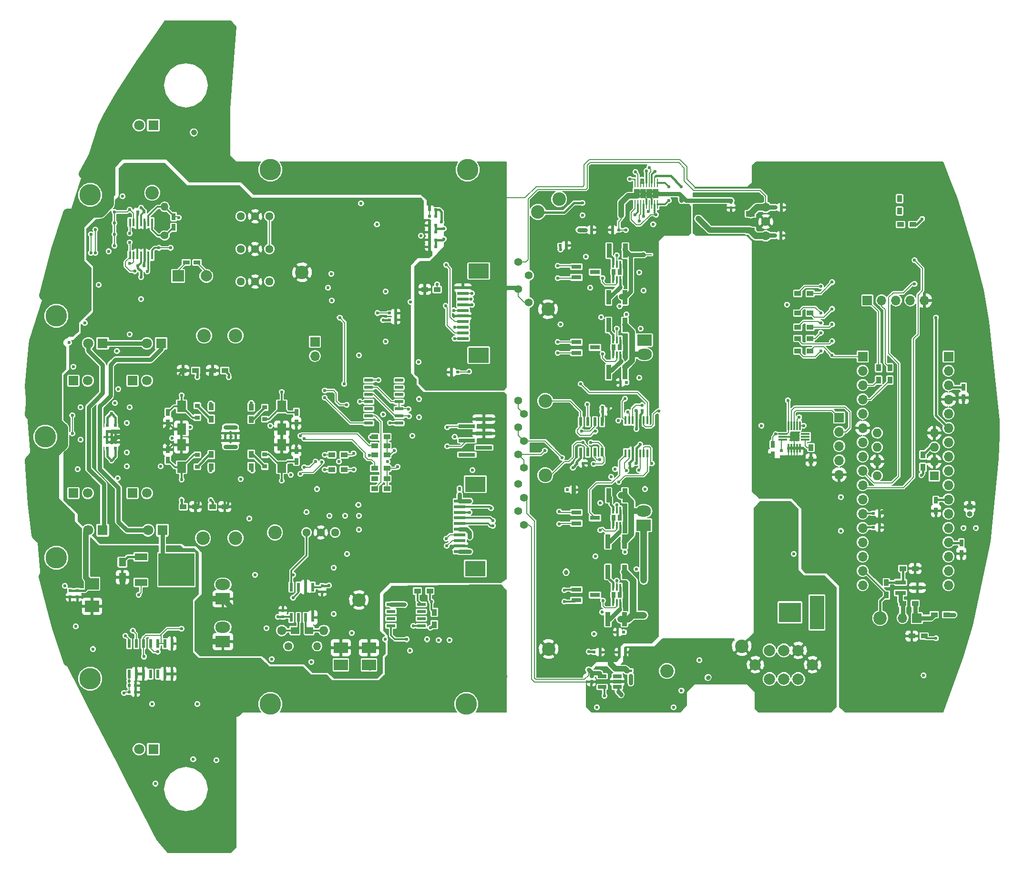
<source format=gbl>
G04 #@! TF.FileFunction,Copper,L4,Bot,Signal*
%FSLAX46Y46*%
G04 Gerber Fmt 4.6, Leading zero omitted, Abs format (unit mm)*
G04 Created by KiCad (PCBNEW 4.0.7) date 06/22/19 17:44:06*
%MOMM*%
%LPD*%
G01*
G04 APERTURE LIST*
%ADD10C,0.100000*%
%ADD11C,1.440000*%
%ADD12R,2.600000X2.000000*%
%ADD13O,2.600000X2.000000*%
%ADD14R,2.000000X2.000000*%
%ADD15C,2.000000*%
%ADD16R,1.550000X0.600000*%
%ADD17R,1.700000X1.700000*%
%ADD18O,1.700000X1.700000*%
%ADD19R,1.800000X0.800000*%
%ADD20R,0.450000X1.450000*%
%ADD21R,2.500000X2.000000*%
%ADD22R,0.750000X1.200000*%
%ADD23R,1.600000X2.000000*%
%ADD24R,1.500000X1.250000*%
%ADD25C,1.600000*%
%ADD26O,1.600000X1.600000*%
%ADD27R,1.200000X0.750000*%
%ADD28C,1.700000*%
%ADD29R,1.800000X1.800000*%
%ADD30C,1.800000*%
%ADD31R,0.900000X0.800000*%
%ADD32R,1.600000X1.000000*%
%ADD33C,2.400000*%
%ADD34R,3.000000X0.650000*%
%ADD35R,2.000000X0.610000*%
%ADD36R,3.600000X2.680000*%
%ADD37R,2.500000X6.000000*%
%ADD38R,4.000000X3.500000*%
%ADD39R,2.200000X1.200000*%
%ADD40R,6.400000X5.800000*%
%ADD41R,3.050000X2.750000*%
%ADD42R,1.900000X0.800000*%
%ADD43R,0.400000X1.250000*%
%ADD44R,0.700000X1.000000*%
%ADD45R,1.200000X0.900000*%
%ADD46R,0.900000X1.200000*%
%ADD47R,0.900000X2.500000*%
%ADD48R,0.600000X1.500000*%
%ADD49R,1.600000X1.600000*%
%ADD50R,0.600000X1.550000*%
%ADD51R,0.300000X1.600000*%
%ADD52R,1.600000X0.300000*%
%ADD53R,0.600000X0.500000*%
%ADD54R,0.500000X0.600000*%
%ADD55R,2.500000X1.950000*%
%ADD56R,1.300000X1.500000*%
%ADD57R,1.000000X1.000000*%
%ADD58O,1.000000X1.000000*%
%ADD59C,1.400000*%
%ADD60O,1.400000X1.400000*%
%ADD61R,0.600000X0.400000*%
%ADD62R,1.500000X0.600000*%
%ADD63R,1.560000X0.650000*%
%ADD64R,0.250000X1.550000*%
%ADD65R,1.100000X0.830000*%
%ADD66C,3.800000*%
%ADD67C,0.600000*%
%ADD68C,0.200000*%
%ADD69C,1.200000*%
%ADD70C,0.300000*%
%ADD71C,1.000000*%
%ADD72C,0.400000*%
%ADD73C,0.800000*%
%ADD74C,1.600000*%
G04 APERTURE END LIST*
D10*
D11*
X111400000Y-117000000D03*
X113940000Y-117000000D03*
X116480000Y-117000000D03*
D12*
X171400000Y-82800000D03*
D13*
X171400000Y-85340000D03*
D14*
X88600000Y-71400000D03*
D15*
X93600000Y-71400000D03*
D16*
X131800000Y-129795000D03*
X131800000Y-131065000D03*
X131800000Y-132335000D03*
X131800000Y-133605000D03*
X126400000Y-133605000D03*
X126400000Y-132335000D03*
X126400000Y-131065000D03*
X126400000Y-129795000D03*
D17*
X210185000Y-85725000D03*
D18*
X210185000Y-88265000D03*
X210185000Y-90805000D03*
X210185000Y-93345000D03*
X210185000Y-95885000D03*
X210185000Y-98425000D03*
X210185000Y-100965000D03*
X210185000Y-103505000D03*
X210185000Y-106045000D03*
X210185000Y-108585000D03*
X210185000Y-111125000D03*
X210185000Y-113665000D03*
X210185000Y-116205000D03*
X210185000Y-118745000D03*
X210185000Y-121285000D03*
X210185000Y-123825000D03*
X210185000Y-126365000D03*
D17*
X225425000Y-85725000D03*
D18*
X225425000Y-88265000D03*
X225425000Y-90805000D03*
X225425000Y-93345000D03*
X225425000Y-95885000D03*
X225425000Y-98425000D03*
X225425000Y-100965000D03*
X225425000Y-103505000D03*
X225425000Y-106045000D03*
X225425000Y-108585000D03*
X225425000Y-111125000D03*
X225425000Y-113665000D03*
X225425000Y-116205000D03*
X225425000Y-118745000D03*
X225425000Y-121285000D03*
X225425000Y-123825000D03*
X225425000Y-126365000D03*
D19*
X159350000Y-85050000D03*
X159350000Y-83150000D03*
X162650000Y-84100000D03*
D20*
X168050000Y-97050000D03*
X168700000Y-97050000D03*
X169350000Y-97050000D03*
X170000000Y-97050000D03*
X170650000Y-97050000D03*
X171300000Y-97050000D03*
X171950000Y-97050000D03*
X171950000Y-102950000D03*
X171300000Y-102950000D03*
X170650000Y-102950000D03*
X170000000Y-102950000D03*
X169350000Y-102950000D03*
X168700000Y-102950000D03*
X168050000Y-102950000D03*
D21*
X73300000Y-126100000D03*
X73300000Y-130100000D03*
D22*
X86800000Y-104150000D03*
X86800000Y-102250000D03*
D23*
X89200000Y-105400000D03*
X89200000Y-101400000D03*
D22*
X109600000Y-104350000D03*
X109600000Y-102450000D03*
D23*
X107000000Y-105400000D03*
X107000000Y-101400000D03*
D22*
X109600000Y-95650000D03*
X109600000Y-97550000D03*
X86800000Y-95650000D03*
X86800000Y-97550000D03*
D23*
X107000000Y-94600000D03*
X107000000Y-98600000D03*
X89200000Y-94600000D03*
X89200000Y-98600000D03*
D24*
X109350000Y-134400000D03*
X111850000Y-134400000D03*
D25*
X107000000Y-134400000D03*
D26*
X114500000Y-134400000D03*
D27*
X90050000Y-69000000D03*
X91950000Y-69000000D03*
D22*
X87800000Y-62750000D03*
X87800000Y-60850000D03*
D28*
X72560000Y-110000000D03*
D17*
X70000000Y-110000000D03*
D28*
X83060000Y-110000000D03*
D17*
X80500000Y-110000000D03*
D29*
X75200000Y-116600000D03*
D30*
X72660000Y-116600000D03*
D29*
X75200000Y-83400000D03*
D30*
X72660000Y-83400000D03*
D29*
X85600000Y-83400000D03*
D30*
X83060000Y-83400000D03*
D28*
X83060000Y-90000000D03*
D17*
X80500000Y-90000000D03*
D29*
X85800000Y-116600000D03*
D30*
X83260000Y-116600000D03*
D28*
X72560000Y-90000000D03*
D17*
X70000000Y-90000000D03*
D29*
X84200000Y-155500000D03*
D30*
X81660000Y-155500000D03*
D29*
X84200000Y-44600000D03*
D30*
X81660000Y-44600000D03*
D31*
X92000000Y-105300000D03*
X92000000Y-103200000D03*
X104000000Y-103150000D03*
X104000000Y-105250000D03*
X104000000Y-96850000D03*
X104000000Y-94750000D03*
X92000000Y-94450000D03*
X92000000Y-96550000D03*
D32*
X190250000Y-63350000D03*
X190250000Y-60350000D03*
D25*
X192975000Y-59185000D03*
X192975000Y-61725000D03*
X192975000Y-64265000D03*
D12*
X96550000Y-128800000D03*
D13*
X96550000Y-126260000D03*
D12*
X96550000Y-136400000D03*
D13*
X96550000Y-133860000D03*
D33*
X93000000Y-118000000D03*
X98800000Y-118000000D03*
X93200000Y-82000000D03*
X98800000Y-82000000D03*
X105800000Y-117000000D03*
X84000000Y-56600000D03*
D34*
X142900000Y-96825000D03*
X142900000Y-99365000D03*
X142900000Y-101905000D03*
X139900000Y-98095000D03*
X139900000Y-100635000D03*
X139900000Y-103175000D03*
D35*
X139200000Y-73500000D03*
X139200000Y-74500000D03*
X139200000Y-75500000D03*
X139200000Y-76500000D03*
X139200000Y-77500000D03*
X139200000Y-78500000D03*
X139200000Y-79500000D03*
X139200000Y-80500000D03*
X139200000Y-81500000D03*
X139200000Y-82500000D03*
D36*
X142000000Y-70510000D03*
X142000000Y-85490000D03*
D37*
X202050000Y-131200000D03*
D38*
X197264000Y-131200000D03*
D33*
X175400000Y-141600000D03*
X188700000Y-137200000D03*
X154300000Y-77300000D03*
X154400000Y-137700000D03*
X156250000Y-57750000D03*
X152500000Y-60000000D03*
D17*
X211000000Y-75750000D03*
D18*
X213540000Y-75750000D03*
X216080000Y-75750000D03*
X218620000Y-75750000D03*
X221160000Y-75750000D03*
D33*
X213300000Y-132200000D03*
D17*
X219800000Y-132200000D03*
D18*
X217260000Y-132200000D03*
D33*
X153800000Y-93600000D03*
D39*
X82000000Y-125880000D03*
X82000000Y-121320000D03*
D40*
X88300000Y-123600000D03*
D41*
X89975000Y-122075000D03*
X86625000Y-125125000D03*
X89975000Y-125125000D03*
X86625000Y-122075000D03*
D42*
X216900000Y-127750000D03*
X216900000Y-125850000D03*
X219900000Y-126800000D03*
D19*
X159350000Y-71650000D03*
X159350000Y-69750000D03*
X162650000Y-70700000D03*
D43*
X166500000Y-69350000D03*
X167150000Y-69350000D03*
X167150000Y-72050000D03*
X166500000Y-72050000D03*
X165850000Y-72050000D03*
X165850000Y-69350000D03*
D44*
X165950000Y-70700000D03*
X167050000Y-70700000D03*
D19*
X159350000Y-129050000D03*
X159350000Y-127150000D03*
X162650000Y-128100000D03*
D43*
X166500000Y-82750000D03*
X167150000Y-82750000D03*
X167150000Y-85450000D03*
X166500000Y-85450000D03*
X165850000Y-85450000D03*
X165850000Y-82750000D03*
D44*
X165950000Y-84100000D03*
X167050000Y-84100000D03*
D43*
X166500000Y-126750000D03*
X167150000Y-126750000D03*
X167150000Y-129450000D03*
X166500000Y-129450000D03*
X165850000Y-129450000D03*
X165850000Y-126750000D03*
D44*
X165950000Y-128100000D03*
X167050000Y-128100000D03*
D19*
X159350000Y-115350000D03*
X159350000Y-113450000D03*
X162650000Y-114400000D03*
D43*
X166500000Y-113050000D03*
X167150000Y-113050000D03*
X167150000Y-115750000D03*
X166500000Y-115750000D03*
X165850000Y-115750000D03*
X165850000Y-113050000D03*
D44*
X165950000Y-114400000D03*
X167050000Y-114400000D03*
D45*
X118100000Y-103200000D03*
X115900000Y-103200000D03*
X118100000Y-105800000D03*
X115900000Y-105800000D03*
D46*
X101600000Y-103100000D03*
X101600000Y-105300000D03*
D45*
X125700000Y-109200000D03*
X123500000Y-109200000D03*
X125700000Y-107400000D03*
X123500000Y-107400000D03*
X125700000Y-105600000D03*
X123500000Y-105600000D03*
X125700000Y-100000000D03*
X123500000Y-100000000D03*
X125700000Y-103200000D03*
X123500000Y-103200000D03*
X125700000Y-101600000D03*
X123500000Y-101600000D03*
X89500000Y-112400000D03*
X91700000Y-112400000D03*
X94700000Y-112400000D03*
X96900000Y-112400000D03*
D46*
X101600000Y-96900000D03*
X101600000Y-94700000D03*
X94500000Y-96850000D03*
X94500000Y-94650000D03*
D45*
X91700000Y-88200000D03*
X89500000Y-88200000D03*
X134600000Y-73800000D03*
X132400000Y-73800000D03*
X96900000Y-88200000D03*
X94700000Y-88200000D03*
X198650000Y-74500000D03*
X200850000Y-74500000D03*
X198650000Y-78000000D03*
X200850000Y-78000000D03*
X198650000Y-80500000D03*
X200850000Y-80500000D03*
X200850000Y-82500000D03*
X198650000Y-82500000D03*
D46*
X134100000Y-133400000D03*
X134100000Y-131200000D03*
X213000000Y-87700000D03*
X213000000Y-89900000D03*
X215000000Y-87700000D03*
X215000000Y-89900000D03*
D45*
X216900000Y-62250000D03*
X219100000Y-62250000D03*
D46*
X216750000Y-57650000D03*
X216750000Y-59850000D03*
X201000000Y-101900000D03*
X201000000Y-104100000D03*
X220900000Y-105400000D03*
X220900000Y-103200000D03*
X214400000Y-125900000D03*
X214400000Y-128100000D03*
D45*
X219500000Y-123400000D03*
X217300000Y-123400000D03*
X219500000Y-129600000D03*
X217300000Y-129600000D03*
D47*
X165150000Y-66900000D03*
X168050000Y-66900000D03*
X167950000Y-75200000D03*
X165050000Y-75200000D03*
X165050000Y-80100000D03*
X167950000Y-80100000D03*
X167950000Y-88500000D03*
X165050000Y-88500000D03*
X164950000Y-124000000D03*
X167850000Y-124000000D03*
X165050000Y-110400000D03*
X167950000Y-110400000D03*
D15*
X198740000Y-143040000D03*
X196200000Y-143040000D03*
X193660000Y-143040000D03*
X198740000Y-137960000D03*
X196200000Y-137960000D03*
X193660000Y-137960000D03*
X201280000Y-140500000D03*
X191120000Y-140500000D03*
D48*
X79890000Y-136750000D03*
X81160000Y-136750000D03*
X82430000Y-136750000D03*
X83700000Y-136750000D03*
X84970000Y-136750000D03*
X86240000Y-136750000D03*
X87510000Y-136750000D03*
X87510000Y-142150000D03*
X86240000Y-142150000D03*
X84970000Y-142150000D03*
X83700000Y-142150000D03*
X82430000Y-142150000D03*
X81160000Y-142150000D03*
X79890000Y-142150000D03*
D49*
X222900000Y-106900000D03*
D26*
X212740000Y-99280000D03*
X222900000Y-104360000D03*
X212740000Y-101820000D03*
X222900000Y-101820000D03*
X212740000Y-104360000D03*
X222900000Y-99280000D03*
X212740000Y-106900000D03*
D50*
X160095000Y-97300000D03*
X161365000Y-97300000D03*
X162635000Y-97300000D03*
X163905000Y-97300000D03*
X163905000Y-102700000D03*
X162635000Y-102700000D03*
X161365000Y-102700000D03*
X160095000Y-102700000D03*
D11*
X104800000Y-60800000D03*
X102260000Y-60800000D03*
X99720000Y-60800000D03*
X104800000Y-66600000D03*
X102260000Y-66600000D03*
X99720000Y-66600000D03*
X104800000Y-72400000D03*
X102260000Y-72400000D03*
X99720000Y-72400000D03*
D51*
X197000000Y-98000000D03*
X197500000Y-98000000D03*
X198000000Y-98000000D03*
X198500000Y-98000000D03*
X199000000Y-98000000D03*
D52*
X200000000Y-99500000D03*
X200000000Y-100000000D03*
X200000000Y-100500000D03*
D51*
X199000000Y-102000000D03*
X198500000Y-102000000D03*
X198000000Y-102000000D03*
X197500000Y-102000000D03*
X197000000Y-102000000D03*
D52*
X196000000Y-100500000D03*
X196000000Y-100000000D03*
X196000000Y-99500000D03*
D53*
X79950000Y-145400000D03*
X81050000Y-145400000D03*
X79950000Y-144200000D03*
X81050000Y-144200000D03*
D54*
X70700000Y-127350000D03*
X70700000Y-128450000D03*
X69400000Y-127350000D03*
X69400000Y-128450000D03*
X76000000Y-102050000D03*
X76000000Y-100950000D03*
X76000000Y-99050000D03*
X76000000Y-97950000D03*
X77500000Y-102050000D03*
X77500000Y-100950000D03*
X77500000Y-99050000D03*
X77500000Y-97950000D03*
D53*
X82550000Y-60000000D03*
X81450000Y-60000000D03*
X82550000Y-69600000D03*
X81450000Y-69600000D03*
D54*
X107200000Y-131950000D03*
X107200000Y-130850000D03*
X114200000Y-127550000D03*
X114200000Y-126450000D03*
D53*
X126150000Y-79200000D03*
X127250000Y-79200000D03*
X127250000Y-78000000D03*
X126150000Y-78000000D03*
D54*
X97000000Y-101750000D03*
X97000000Y-100650000D03*
X97000000Y-99350000D03*
X97000000Y-98250000D03*
X98800000Y-101750000D03*
X98800000Y-100650000D03*
X98800000Y-99350000D03*
X98800000Y-98250000D03*
D53*
X134350000Y-63600000D03*
X133250000Y-63600000D03*
X133250000Y-66200000D03*
X134350000Y-66200000D03*
X134350000Y-62400000D03*
X133250000Y-62400000D03*
X133250000Y-65000000D03*
X134350000Y-65000000D03*
X138250000Y-88500000D03*
X137150000Y-88500000D03*
X134350000Y-59600000D03*
X133250000Y-59600000D03*
X134350000Y-60800000D03*
X133250000Y-60800000D03*
X162450000Y-138250000D03*
X163550000Y-138250000D03*
X166950000Y-138250000D03*
X168050000Y-138250000D03*
X169950000Y-95300000D03*
X171050000Y-95300000D03*
X168850000Y-104700000D03*
X169950000Y-104700000D03*
X160950000Y-63200000D03*
X162050000Y-63200000D03*
X165750000Y-63200000D03*
X166850000Y-63200000D03*
X157750000Y-109400000D03*
X158850000Y-109400000D03*
X166650000Y-134700000D03*
X167750000Y-134700000D03*
X156450000Y-65950000D03*
X157550000Y-65950000D03*
X167150000Y-90300000D03*
X168250000Y-90300000D03*
D35*
X138600000Y-111400000D03*
X138600000Y-112400000D03*
X138600000Y-113400000D03*
X138600000Y-114400000D03*
X138600000Y-115400000D03*
X138600000Y-116400000D03*
X138600000Y-117400000D03*
X138600000Y-118400000D03*
X138600000Y-119400000D03*
X138600000Y-120400000D03*
D36*
X141400000Y-108410000D03*
X141400000Y-123390000D03*
D45*
X225100000Y-131600000D03*
X222900000Y-131600000D03*
X221100000Y-135400000D03*
X218900000Y-135400000D03*
D55*
X117500000Y-140525000D03*
X117500000Y-137475000D03*
X122500000Y-137475000D03*
X122500000Y-140525000D03*
D56*
X78700000Y-122250000D03*
X78700000Y-124950000D03*
D22*
X194250000Y-101300000D03*
X194250000Y-103200000D03*
D33*
X153800000Y-106800000D03*
D57*
X229200000Y-112400000D03*
D58*
X229200000Y-113670000D03*
D46*
X94500000Y-103150000D03*
X94500000Y-105350000D03*
D45*
X198650000Y-84750000D03*
X200850000Y-84750000D03*
D54*
X162000000Y-142450000D03*
X162000000Y-143550000D03*
D53*
X194550000Y-64200000D03*
X195650000Y-64200000D03*
X194650000Y-59200000D03*
X195750000Y-59200000D03*
X212050000Y-116100000D03*
X213150000Y-116100000D03*
D22*
X227700000Y-118850000D03*
X227700000Y-120750000D03*
D54*
X195750000Y-102450000D03*
X195750000Y-103550000D03*
D22*
X223200000Y-111250000D03*
X223200000Y-113150000D03*
D53*
X212050000Y-113600000D03*
X213150000Y-113600000D03*
D22*
X228100000Y-91150000D03*
X228100000Y-93050000D03*
D53*
X159450000Y-104700000D03*
X160550000Y-104700000D03*
X165050000Y-95500000D03*
X163950000Y-95500000D03*
D17*
X206000000Y-96550000D03*
D18*
X206000000Y-99090000D03*
X206000000Y-101630000D03*
X206000000Y-104170000D03*
X206000000Y-106710000D03*
D12*
X171300000Y-115700000D03*
D13*
X171300000Y-113160000D03*
D59*
X108200000Y-137200000D03*
D60*
X113280000Y-137200000D03*
D59*
X86200000Y-64200000D03*
D60*
X86200000Y-59120000D03*
D61*
X138600000Y-109350000D03*
X138600000Y-110250000D03*
D45*
X133300000Y-127400000D03*
X131100000Y-127400000D03*
D61*
X186800000Y-58350000D03*
X186800000Y-59250000D03*
X169000000Y-141550000D03*
X169000000Y-142450000D03*
D47*
X167850000Y-132400000D03*
X164950000Y-132400000D03*
X167850000Y-118600000D03*
X164950000Y-118600000D03*
D62*
X127850000Y-89940000D03*
X127850000Y-91210000D03*
X127850000Y-92480000D03*
X127850000Y-93750000D03*
X127850000Y-95020000D03*
X127850000Y-96290000D03*
X127850000Y-97560000D03*
X122450000Y-97560000D03*
X122450000Y-96290000D03*
X122450000Y-95020000D03*
X122450000Y-93750000D03*
X122450000Y-92480000D03*
X122450000Y-91210000D03*
X122450000Y-89940000D03*
D50*
X108695000Y-126700000D03*
X109965000Y-126700000D03*
X111235000Y-126700000D03*
X112505000Y-126700000D03*
X112505000Y-132100000D03*
X111235000Y-132100000D03*
X109965000Y-132100000D03*
X108695000Y-132100000D03*
D20*
X80050000Y-61850000D03*
X80700000Y-61850000D03*
X81350000Y-61850000D03*
X82000000Y-61850000D03*
X82650000Y-61850000D03*
X83300000Y-61850000D03*
X83950000Y-61850000D03*
X83950000Y-67750000D03*
X83300000Y-67750000D03*
X82650000Y-67750000D03*
X82000000Y-67750000D03*
X81350000Y-67750000D03*
X80700000Y-67750000D03*
X80050000Y-67750000D03*
D63*
X166600000Y-142550000D03*
X166600000Y-143500000D03*
X166600000Y-144450000D03*
X163900000Y-144450000D03*
X163900000Y-142550000D03*
D64*
X169750000Y-54850000D03*
X170250000Y-54850000D03*
X170750000Y-54850000D03*
X171250000Y-54850000D03*
X171750000Y-54850000D03*
X172250000Y-54850000D03*
X172750000Y-54850000D03*
X173250000Y-54850000D03*
X173750000Y-54850000D03*
X173750000Y-58650000D03*
X173250000Y-58650000D03*
X172750000Y-58650000D03*
X172250000Y-58650000D03*
X171750000Y-58650000D03*
X171250000Y-58650000D03*
X170750000Y-58650000D03*
X170250000Y-58650000D03*
X169750000Y-58650000D03*
D65*
X173400000Y-57165000D03*
X172300000Y-57165000D03*
X171200000Y-57165000D03*
X170100000Y-57165000D03*
X173400000Y-56335000D03*
X172300000Y-56335000D03*
X171200000Y-56335000D03*
X170100000Y-56335000D03*
D66*
X67000000Y-121500000D03*
X67000000Y-78500000D03*
X73000000Y-57000000D03*
X73000000Y-143000000D03*
X139800000Y-147500000D03*
X140000000Y-52500000D03*
X105000000Y-147500000D03*
X105000000Y-52500000D03*
X65000000Y-100000000D03*
D59*
X149000000Y-98300000D03*
X150000000Y-95900000D03*
X150000000Y-110800000D03*
X149000000Y-73700000D03*
X149000000Y-108400000D03*
X150900000Y-71300000D03*
X149000000Y-113200000D03*
X149000000Y-93500000D03*
X150000000Y-105500000D03*
X150000000Y-100700000D03*
X150000000Y-115600000D03*
X149000000Y-103100000D03*
D33*
X120700000Y-129000000D03*
X110600000Y-70750000D03*
D59*
X149000000Y-68900000D03*
X150900000Y-76100000D03*
D17*
X112900000Y-83100000D03*
D18*
X112900000Y-85640000D03*
D67*
X79000000Y-145500000D03*
X140300000Y-88400000D03*
X79900000Y-143400000D03*
X84600000Y-161650000D03*
X95400000Y-157500000D03*
X91300000Y-157300000D03*
X91400000Y-45880000D03*
X140800000Y-76500000D03*
X135400000Y-61800000D03*
X196750000Y-76500000D03*
X190250000Y-60250000D03*
X66250000Y-75300000D03*
X65250000Y-81800000D03*
X64000000Y-96900000D03*
X64000000Y-103100000D03*
X66000000Y-124750000D03*
X70250000Y-121500000D03*
X70750000Y-139900000D03*
X65750000Y-118100000D03*
X81050000Y-144200000D03*
X87510000Y-142150000D03*
X77750000Y-133700000D03*
X70000000Y-130100000D03*
X73300000Y-130100000D03*
X88950000Y-136600000D03*
X218075000Y-64575000D03*
X218075000Y-60425000D03*
X213325000Y-61325000D03*
X219900000Y-126800000D03*
X134900000Y-88400000D03*
X134750000Y-83045000D03*
X134500000Y-70600000D03*
X94100000Y-156100000D03*
X88730000Y-167680000D03*
X78700000Y-124950000D03*
X82400000Y-133500000D03*
X73300000Y-133700000D03*
X95100000Y-32200000D03*
X88730000Y-42580000D03*
X140800000Y-73500000D03*
X186450000Y-61250000D03*
X201100000Y-97500000D03*
X221800000Y-113400000D03*
X219000000Y-135400000D03*
X220000000Y-104200000D03*
X229200000Y-120750000D03*
X199750000Y-104100000D03*
X218075000Y-53675000D03*
X213250000Y-57250000D03*
X222825000Y-57175000D03*
X222750000Y-61250000D03*
X218000000Y-58000000D03*
X202400000Y-53400000D03*
X212150000Y-66750000D03*
X196750000Y-78500000D03*
X196750000Y-73500000D03*
X161050000Y-67950000D03*
X163750000Y-78750000D03*
X166800000Y-97100000D03*
X166200000Y-105700000D03*
X163600000Y-111750000D03*
X162750000Y-121250000D03*
X163925000Y-131175000D03*
X162500000Y-135000000D03*
X163000000Y-148100000D03*
X178000000Y-145100000D03*
X176600000Y-148100000D03*
X182700000Y-142800000D03*
X84000000Y-147500000D03*
X92000000Y-147500000D03*
X73500000Y-137700000D03*
X68500000Y-126500000D03*
X171000000Y-54300000D03*
X192200000Y-98000000D03*
X197950000Y-120800000D03*
X140900000Y-105900000D03*
X140400000Y-117800000D03*
X70400000Y-133700000D03*
X140400000Y-120400000D03*
X158700000Y-105500000D03*
X165500000Y-107100000D03*
X170000000Y-98600000D03*
X169950000Y-95300000D03*
X181000000Y-61200000D03*
X181200000Y-139700000D03*
X159800000Y-63200000D03*
X161500000Y-141400000D03*
X173000000Y-62200000D03*
X172100000Y-59900000D03*
X161500000Y-138200000D03*
X73300000Y-126100000D03*
X80550000Y-134450000D03*
X113000000Y-104400000D03*
X111000000Y-105400000D03*
X113940000Y-119000000D03*
X100025000Y-85275000D03*
X101850000Y-77000000D03*
X101000000Y-69500000D03*
X112250000Y-75000000D03*
X120250000Y-77000000D03*
X117500000Y-77000000D03*
X114000000Y-77000000D03*
X109500000Y-77000000D03*
X106000000Y-77000000D03*
X108500000Y-81500000D03*
X105750000Y-83500000D03*
X108500000Y-83500000D03*
X108500000Y-79500000D03*
X105750000Y-86250000D03*
X105750000Y-88750000D03*
X78500000Y-67000000D03*
X75500000Y-74500000D03*
X75500000Y-78000000D03*
X72250000Y-81750000D03*
X74250000Y-81500000D03*
X71500000Y-85000000D03*
X71750000Y-86750000D03*
X71250000Y-111500000D03*
X84250000Y-114500000D03*
X70250000Y-94500000D03*
X70000000Y-100750000D03*
X74000000Y-113500000D03*
X87250000Y-113500000D03*
X78750000Y-117500000D03*
X82050000Y-64600000D03*
X82000000Y-102750000D03*
X81750000Y-97250000D03*
X84250000Y-101000000D03*
X98000000Y-100000000D03*
X95700000Y-100000000D03*
X101750000Y-100100000D03*
X108500000Y-100000000D03*
X108150000Y-90350000D03*
X127500000Y-113700000D03*
X121250000Y-107500000D03*
X111900000Y-124300000D03*
X113100000Y-123100000D03*
X103500000Y-110250000D03*
X98000000Y-107750000D03*
X84750000Y-95000000D03*
X87000000Y-92750000D03*
X81250000Y-66250000D03*
X82550000Y-69600000D03*
X87500000Y-65500000D03*
X100250000Y-64800000D03*
X96500000Y-65500000D03*
X117250000Y-62750000D03*
X118500000Y-69000000D03*
X113500000Y-69250000D03*
X124700000Y-125000000D03*
X136750000Y-120250000D03*
X132500000Y-113700000D03*
X124750000Y-119000000D03*
X92200000Y-111200000D03*
X97400000Y-111200000D03*
X105400000Y-93000000D03*
X109600000Y-98600000D03*
X109600000Y-101400000D03*
X98000000Y-95800000D03*
X138450000Y-99300000D03*
X123400000Y-110800000D03*
X111700000Y-128200000D03*
X111700000Y-130500000D03*
X122500000Y-132300000D03*
X121200000Y-71000000D03*
X127250000Y-78000000D03*
X142900000Y-96800000D03*
X115700000Y-58500000D03*
X122650000Y-104700000D03*
X119900000Y-104400000D03*
X105400000Y-107200000D03*
X88800000Y-89400000D03*
X90800000Y-92800000D03*
X90800000Y-107200000D03*
X98000000Y-104300000D03*
X86800000Y-101200000D03*
X86800000Y-98200000D03*
X94200000Y-89400000D03*
X76750000Y-99050000D03*
X76750000Y-100950000D03*
X114100000Y-104500000D03*
X110300000Y-106600000D03*
X81600000Y-128050000D03*
X85000000Y-138200000D03*
X69800000Y-96200000D03*
X69800000Y-99400000D03*
X94400000Y-106000000D03*
X101800000Y-106000000D03*
X89200000Y-107600000D03*
X101600000Y-94000000D03*
X107000000Y-92000000D03*
X89200000Y-92600000D03*
X79500000Y-102750000D03*
X80000000Y-94750000D03*
X77875000Y-107375000D03*
X129900000Y-76000000D03*
X131750000Y-64250000D03*
X115900000Y-75750000D03*
X115250000Y-73500000D03*
X125000000Y-96000000D03*
X129750000Y-138000000D03*
X112250000Y-140000000D03*
X105250000Y-139500000D03*
X101250000Y-114500000D03*
X70750000Y-105750000D03*
X71250000Y-94750000D03*
X71300000Y-100500000D03*
X70000000Y-87500000D03*
X69250000Y-83250000D03*
X72000000Y-79750000D03*
X76250000Y-67000000D03*
X78750000Y-57250000D03*
X74500000Y-73000000D03*
X79500000Y-105250000D03*
X85500000Y-105250000D03*
X102250000Y-124500000D03*
X104300000Y-134000000D03*
X99700000Y-107500000D03*
X113250000Y-109250000D03*
X120750000Y-85500000D03*
X115800000Y-71000000D03*
X117200000Y-104400000D03*
X137700000Y-100000000D03*
X124200000Y-89900000D03*
X120600000Y-112100000D03*
X131800000Y-131065000D03*
X132800000Y-136000000D03*
X133400000Y-133900000D03*
X142900000Y-101900000D03*
X153750000Y-102405000D03*
X82000000Y-59250000D03*
X117300000Y-141000000D03*
X106300000Y-132000000D03*
X98000000Y-101750000D03*
X125450000Y-74150000D03*
X125000000Y-79250000D03*
X135800000Y-63000000D03*
X76750000Y-104200000D03*
X168250000Y-78250000D03*
X178750000Y-138800000D03*
X173000000Y-138800000D03*
X170000000Y-123500000D03*
X171500000Y-109250000D03*
X170500000Y-89500000D03*
X170500000Y-70750000D03*
X170750000Y-80750000D03*
X167300000Y-60600000D03*
X168100000Y-63200000D03*
X197600000Y-113750000D03*
X140400000Y-113400000D03*
X140400000Y-111400000D03*
X186800000Y-58000000D03*
X178000000Y-58000000D03*
X163950000Y-94750000D03*
X167300000Y-58400000D03*
X185800000Y-139800000D03*
X173500000Y-56800000D03*
X170100000Y-57165000D03*
X169300000Y-138200000D03*
X170650000Y-101350000D03*
X114650000Y-105800000D03*
X118100000Y-90600000D03*
X117300000Y-78800000D03*
X114650000Y-103200000D03*
X128800000Y-129800000D03*
X136800000Y-136100000D03*
X166300000Y-90300000D03*
X171000000Y-88250000D03*
X172000000Y-80000000D03*
X165400000Y-138200000D03*
X165000000Y-112800000D03*
X167900000Y-115600000D03*
X170550000Y-63750000D03*
X165100000Y-126650000D03*
X165000000Y-82600000D03*
X164750000Y-68750000D03*
X165550000Y-95500000D03*
X165100000Y-97000000D03*
X161000000Y-105650000D03*
X164000000Y-63200000D03*
X167900000Y-129600000D03*
X166650000Y-134700000D03*
X171100000Y-98600000D03*
X158850000Y-109400000D03*
X157550000Y-65950000D03*
X164950000Y-103000000D03*
X170250000Y-76800000D03*
X168000000Y-85400000D03*
X169800000Y-52900000D03*
X168850000Y-54150000D03*
X175750000Y-58000000D03*
X160400000Y-60600000D03*
X169750000Y-60500000D03*
X156500000Y-80000000D03*
X157750000Y-109400000D03*
X157500000Y-124100000D03*
X156500000Y-66700000D03*
X161800000Y-73500000D03*
X160400000Y-58400000D03*
X173300000Y-52800000D03*
X167000000Y-76750000D03*
X168250000Y-90300000D03*
X167750000Y-134700000D03*
X168000000Y-120500000D03*
X194750000Y-99500000D03*
X220600000Y-106800000D03*
X196900000Y-93500000D03*
X216750000Y-57500000D03*
X156000000Y-83150000D03*
X156000000Y-85050000D03*
X157200000Y-127250000D03*
X157200000Y-129300000D03*
X166500000Y-80750000D03*
X164000000Y-85250000D03*
X166500000Y-125550000D03*
X168000000Y-93200000D03*
X162700000Y-70700000D03*
X127850000Y-89940000D03*
X118550000Y-94270000D03*
X114650000Y-91750000D03*
X114650000Y-93000000D03*
X120900000Y-93750000D03*
X73100000Y-67300000D03*
X73100000Y-64000000D03*
X73900000Y-63150000D03*
X73900000Y-67300000D03*
X204750000Y-85500000D03*
X204750000Y-83000000D03*
X204750000Y-72500000D03*
X206300000Y-116700000D03*
X206300000Y-110700000D03*
X226400000Y-131600000D03*
X221000000Y-142400000D03*
X223200000Y-78800000D03*
X230300000Y-116200000D03*
X204750000Y-77250000D03*
X204750000Y-80000000D03*
X228100000Y-116200000D03*
X162750000Y-99000000D03*
X165050000Y-110400000D03*
X82000000Y-121300000D03*
X133600000Y-129300000D03*
X223200000Y-135800000D03*
X165050000Y-75200000D03*
X165150000Y-66900000D03*
X164950000Y-132400000D03*
X165000000Y-88000000D03*
X164950000Y-124000000D03*
X171300000Y-74000000D03*
X89200000Y-134100000D03*
X82550000Y-139050000D03*
X119750000Y-102950000D03*
X119800000Y-105800000D03*
X129500000Y-95100000D03*
X122450000Y-95020000D03*
X122850000Y-100050000D03*
X111000000Y-100300000D03*
X110300000Y-99800000D03*
X80000000Y-63800000D03*
X140800000Y-74500000D03*
X137700000Y-82500000D03*
X136200000Y-69400000D03*
X136100000Y-76700000D03*
X137700000Y-80500000D03*
X80900000Y-70550000D03*
X80000000Y-65400000D03*
X160250000Y-99000000D03*
X161250000Y-94250000D03*
X171000000Y-94350000D03*
X168500000Y-95550000D03*
X144200000Y-112700000D03*
X79250000Y-135350000D03*
X144500000Y-114900000D03*
X144500000Y-115800000D03*
X136200000Y-118100000D03*
X136300000Y-119400000D03*
X137600000Y-77500000D03*
X87250000Y-66400000D03*
X85200000Y-66400000D03*
X136400000Y-101700000D03*
X136400000Y-98300000D03*
X160100000Y-90600000D03*
X162700000Y-84100000D03*
X166900000Y-108000000D03*
X162650000Y-128100000D03*
X162650000Y-114400000D03*
X202750000Y-78000000D03*
X202750000Y-79750000D03*
X202750000Y-81500000D03*
X202750000Y-84750000D03*
X162400000Y-104800000D03*
X161900000Y-101000000D03*
X163500000Y-104000000D03*
X174000000Y-95400000D03*
X107000000Y-107800000D03*
X94400000Y-94050000D03*
X88700000Y-61000000D03*
X219400000Y-72800000D03*
X219400000Y-68600000D03*
X134600000Y-72850000D03*
X97600000Y-89400000D03*
X77300000Y-60000000D03*
X77300000Y-62000000D03*
X77300000Y-64000000D03*
X77300000Y-66000000D03*
X80000000Y-59600000D03*
X198900000Y-96500000D03*
X123900000Y-62250000D03*
X131300000Y-86700000D03*
X131400000Y-96500000D03*
X131400000Y-93250000D03*
X119425000Y-134825000D03*
X116250000Y-131500000D03*
X116250000Y-123250000D03*
X118575000Y-120825000D03*
X120700000Y-116500000D03*
X115500000Y-114000000D03*
X118250000Y-114000000D03*
X111375000Y-113375000D03*
X105000000Y-98000000D03*
X108600000Y-106750000D03*
X90750000Y-98250000D03*
X87500000Y-100250000D03*
X79500000Y-97500000D03*
X77400000Y-94000000D03*
X78000000Y-91500000D03*
X77750000Y-84750000D03*
X80000000Y-81750000D03*
X82000000Y-75500000D03*
X125450000Y-83045000D03*
X124000000Y-78000000D03*
X126200000Y-97500000D03*
X120700000Y-114000000D03*
X115400000Y-126400000D03*
X135800000Y-64800000D03*
X121100000Y-58500000D03*
X125800000Y-104400000D03*
X125400000Y-136000000D03*
X134900000Y-136100000D03*
X130400000Y-133600000D03*
X138600000Y-109100000D03*
X130200000Y-99800000D03*
X139900000Y-103200000D03*
X156750000Y-103675000D03*
X82000000Y-71600000D03*
X122700000Y-141000000D03*
X98000000Y-98250000D03*
X76750000Y-95800000D03*
X171250000Y-67500000D03*
X167400000Y-75100000D03*
X167800000Y-66700000D03*
X140600000Y-75500000D03*
X202750000Y-73250000D03*
X131800000Y-132335000D03*
X164300000Y-146000000D03*
X167250000Y-145850000D03*
X126400000Y-131065000D03*
X126400000Y-132335000D03*
X175750000Y-55500000D03*
X178000000Y-55500000D03*
X171750000Y-52750000D03*
X171250000Y-60750000D03*
X173500000Y-60500000D03*
X156000000Y-69600000D03*
X156000000Y-71800000D03*
X166500000Y-67750000D03*
X164000000Y-71750000D03*
X164050000Y-129100000D03*
X156300000Y-113250000D03*
X156300000Y-115500000D03*
X166500000Y-112050000D03*
X163600000Y-116600000D03*
X160500000Y-101000000D03*
X165050000Y-80100000D03*
X164950000Y-118600000D03*
X171300000Y-125500000D03*
X167300000Y-110400000D03*
X167850000Y-118600000D03*
X129600000Y-96300000D03*
X127600000Y-105300000D03*
X123500000Y-107400000D03*
X127850000Y-91210000D03*
X122550000Y-103250000D03*
X127000000Y-102450000D03*
X89200000Y-111200000D03*
X94400000Y-111250000D03*
X109000000Y-128600000D03*
X109000000Y-124500000D03*
X92000000Y-89400000D03*
X83100000Y-70600000D03*
X80000000Y-69200000D03*
X166500000Y-142500000D03*
X169000000Y-143750000D03*
X129200000Y-136000000D03*
X172300000Y-52100000D03*
X170500000Y-61600000D03*
X216900000Y-62250000D03*
X220750000Y-61250000D03*
X216750000Y-60000000D03*
X199700000Y-98000000D03*
X170400000Y-105900000D03*
X167950000Y-87650000D03*
X167950000Y-80100000D03*
X167200000Y-132400000D03*
X167850000Y-124000000D03*
X171300000Y-131700000D03*
X172750000Y-104750000D03*
X168200000Y-105950000D03*
D68*
X79950000Y-145400000D02*
X79100000Y-145400000D01*
X79100000Y-145400000D02*
X79000000Y-145500000D01*
D69*
X190250000Y-60350000D02*
X191400000Y-59200000D01*
X191400000Y-59200000D02*
X192960000Y-59200000D01*
X192960000Y-59200000D02*
X192975000Y-59185000D01*
D68*
X138250000Y-88500000D02*
X140200000Y-88500000D01*
X140200000Y-88500000D02*
X140300000Y-88400000D01*
X79890000Y-143390000D02*
X79900000Y-143400000D01*
X79890000Y-143390000D02*
X79890000Y-143300000D01*
D70*
X84600000Y-161700000D02*
X84600000Y-161650000D01*
D68*
X79950000Y-144200000D02*
X79950000Y-145400000D01*
X79890000Y-142150000D02*
X79890000Y-143300000D01*
X79890000Y-143300000D02*
X79890000Y-143500000D01*
X79890000Y-143500000D02*
X79890000Y-144140000D01*
X79890000Y-144140000D02*
X79950000Y-144200000D01*
X192975000Y-57225000D02*
X191950000Y-56200000D01*
X180000000Y-56000000D02*
X178500000Y-54500000D01*
X178500000Y-54500000D02*
X178500000Y-52250000D01*
X178500000Y-52250000D02*
X177500000Y-51250000D01*
X177500000Y-51250000D02*
X174750000Y-51250000D01*
X192975000Y-59185000D02*
X192975000Y-57225000D01*
X150350000Y-68900000D02*
X149000000Y-68900000D01*
X150750000Y-68500000D02*
X150350000Y-68900000D01*
X150750000Y-57750000D02*
X150750000Y-68500000D01*
X152500000Y-56000000D02*
X150750000Y-57750000D01*
X161000000Y-56000000D02*
X152500000Y-56000000D01*
X161250000Y-55750000D02*
X161000000Y-56000000D01*
X161250000Y-51750000D02*
X161250000Y-55750000D01*
X161750000Y-51250000D02*
X161250000Y-51750000D01*
X174750000Y-51250000D02*
X161750000Y-51250000D01*
X180200000Y-56200000D02*
X180000000Y-56000000D01*
X191950000Y-56200000D02*
X180200000Y-56200000D01*
D71*
X91400000Y-45880000D02*
X91400000Y-45900000D01*
D72*
X140800000Y-76500000D02*
X139200000Y-76500000D01*
X134350000Y-60800000D02*
X134350000Y-59600000D01*
X135400000Y-61800000D02*
X135400000Y-60000000D01*
X135400000Y-60000000D02*
X135000000Y-59600000D01*
X135000000Y-59600000D02*
X134350000Y-59600000D01*
D73*
X194650000Y-59200000D02*
X192990000Y-59200000D01*
X192990000Y-59200000D02*
X192975000Y-59185000D01*
D72*
X192985000Y-59175000D02*
X192975000Y-59185000D01*
D69*
X190250000Y-60250000D02*
X190250000Y-60350000D01*
D72*
X199750000Y-104100000D02*
X201000000Y-104100000D01*
D68*
X219900000Y-126800000D02*
X219900000Y-125400000D01*
X219500000Y-125000000D02*
X219500000Y-123400000D01*
X219900000Y-125400000D02*
X219500000Y-125000000D01*
X228100000Y-93050000D02*
X230200000Y-93050000D01*
X230200000Y-93050000D02*
X230500000Y-92750000D01*
X186800000Y-59250000D02*
X186800000Y-60900000D01*
X186800000Y-60900000D02*
X186450000Y-61250000D01*
X221160000Y-75750000D02*
X226250000Y-75750000D01*
X226250000Y-75750000D02*
X228250000Y-77750000D01*
X212150000Y-65750000D02*
X200250000Y-65750000D01*
X194000000Y-62750000D02*
X192975000Y-61725000D01*
X197250000Y-62750000D02*
X194000000Y-62750000D01*
X200250000Y-65750000D02*
X197250000Y-62750000D01*
X230500000Y-93050000D02*
X230500000Y-92750000D01*
X230500000Y-108500000D02*
X229200000Y-109800000D01*
X229200000Y-109800000D02*
X229200000Y-112400000D01*
X230500000Y-93050000D02*
X230500000Y-108500000D01*
X230500000Y-92750000D02*
X230500000Y-90500000D01*
X230500000Y-90500000D02*
X228250000Y-88250000D01*
X228250000Y-88250000D02*
X228250000Y-77750000D01*
X222250000Y-65750000D02*
X212150000Y-65750000D01*
X228250000Y-71750000D02*
X222250000Y-65750000D01*
X228250000Y-77750000D02*
X228250000Y-71750000D01*
X229200000Y-120750000D02*
X229200000Y-115450000D01*
X229200000Y-115450000D02*
X228250000Y-114500000D01*
X228250000Y-114500000D02*
X227750000Y-114500000D01*
X227750000Y-114500000D02*
X227500000Y-114250000D01*
X227500000Y-114250000D02*
X227500000Y-112750000D01*
X227500000Y-112750000D02*
X227850000Y-112400000D01*
X227850000Y-112400000D02*
X229200000Y-112400000D01*
X229200000Y-120750000D02*
X229200000Y-123800000D01*
X226750000Y-126250000D02*
X226750000Y-129500000D01*
X229200000Y-123800000D02*
X226750000Y-126250000D01*
X219900000Y-126800000D02*
X222050000Y-126800000D01*
X222050000Y-126800000D02*
X223000000Y-127750000D01*
X223000000Y-127750000D02*
X223000000Y-128000000D01*
X223000000Y-128000000D02*
X224500000Y-129500000D01*
X224500000Y-129500000D02*
X226750000Y-129500000D01*
X218900000Y-133850000D02*
X219000000Y-133750000D01*
X226750000Y-129500000D02*
X227500000Y-130250000D01*
X218900000Y-133850000D02*
X218900000Y-135400000D01*
X227500000Y-132750000D02*
X227500000Y-130250000D01*
X226500000Y-133750000D02*
X227500000Y-132750000D01*
X219000000Y-133750000D02*
X226500000Y-133750000D01*
X66500000Y-124800000D02*
X66050000Y-124800000D01*
X66050000Y-124800000D02*
X66000000Y-124750000D01*
X70200000Y-121000000D02*
X70200000Y-121450000D01*
X70200000Y-121450000D02*
X70250000Y-121500000D01*
X192975000Y-61725000D02*
X194200000Y-60500000D01*
X194200000Y-60500000D02*
X195750000Y-60500000D01*
X194200000Y-60500000D02*
X195750000Y-60500000D01*
X195750000Y-59200000D02*
X195750000Y-60500000D01*
X195750000Y-60500000D02*
X195750000Y-61725000D01*
X195750000Y-61725000D02*
X195650000Y-61825000D01*
X195650000Y-61825000D02*
X195650000Y-64200000D01*
X195650000Y-64200000D02*
X196200000Y-64200000D01*
D73*
X196750000Y-64750000D02*
X196750000Y-73500000D01*
D68*
X196200000Y-64200000D02*
X196750000Y-64750000D01*
X88800000Y-136750000D02*
X87510000Y-136750000D01*
X88950000Y-136600000D02*
X88800000Y-136750000D01*
D70*
X228100000Y-93050000D02*
X225720000Y-93050000D01*
X225720000Y-93050000D02*
X225425000Y-93345000D01*
D72*
X218075000Y-60425000D02*
X218000000Y-60500000D01*
X218075000Y-64575000D02*
X218050000Y-64600000D01*
X218000000Y-64500000D02*
X218075000Y-64575000D01*
X218000000Y-60500000D02*
X218000000Y-64500000D01*
X218075000Y-60425000D02*
X218075000Y-58075000D01*
X218050000Y-60400000D02*
X218075000Y-60425000D01*
X218075000Y-58075000D02*
X218000000Y-58000000D01*
D74*
X212150000Y-66750000D02*
X212150000Y-65750000D01*
X212150000Y-65750000D02*
X212150000Y-62500000D01*
X212150000Y-62500000D02*
X213325000Y-61325000D01*
D72*
X213250000Y-61250000D02*
X213325000Y-61325000D01*
X213325000Y-57325000D02*
X213250000Y-57250000D01*
X213325000Y-61325000D02*
X213325000Y-57325000D01*
X195750000Y-103550000D02*
X195750000Y-104100000D01*
X194250000Y-103200000D02*
X194200000Y-103250000D01*
X194200000Y-103250000D02*
X194200000Y-104100000D01*
D68*
X137150000Y-88500000D02*
X135000000Y-88500000D01*
D69*
X134750000Y-88250000D02*
X134900000Y-88400000D01*
D72*
X141300000Y-78950000D02*
X140850000Y-78500000D01*
X141300000Y-83050000D02*
X141300000Y-78950000D01*
X140850000Y-83500000D02*
X141300000Y-83050000D01*
X135205000Y-83500000D02*
X140850000Y-83500000D01*
X135205000Y-83500000D02*
X134750000Y-83045000D01*
D69*
X134750000Y-83045000D02*
X134750000Y-88250000D01*
D68*
X135000000Y-88500000D02*
X134900000Y-88400000D01*
D71*
X132400000Y-71400000D02*
X133700000Y-71400000D01*
D68*
X132400000Y-73800000D02*
X132400000Y-71400000D01*
D71*
X133700000Y-71400000D02*
X134500000Y-70600000D01*
X146000000Y-66500000D02*
X136800000Y-66500000D01*
X134500000Y-68800000D02*
X134500000Y-70600000D01*
X136800000Y-66500000D02*
X134500000Y-68800000D01*
D69*
X94100000Y-156100000D02*
X95000000Y-155200000D01*
X95000000Y-155200000D02*
X97300000Y-155200000D01*
D74*
X97300000Y-155800000D02*
X97300000Y-155200000D01*
X97300000Y-155200000D02*
X97300000Y-148900000D01*
X97100000Y-156000000D02*
X97300000Y-155800000D01*
X97100000Y-166700000D02*
X97100000Y-156000000D01*
X96120000Y-167680000D02*
X97100000Y-166700000D01*
X88730000Y-167680000D02*
X96120000Y-167680000D01*
D68*
X81050000Y-145400000D02*
X81050000Y-148900000D01*
X81000000Y-148100000D02*
X81000000Y-148900000D01*
X81000000Y-148850000D02*
X81000000Y-148100000D01*
X81050000Y-148900000D02*
X81000000Y-148850000D01*
X87300000Y-143400000D02*
X81100000Y-143400000D01*
X81100000Y-143400000D02*
X81050000Y-143450000D01*
X81050000Y-144200000D02*
X81050000Y-143450000D01*
X81160000Y-143140000D02*
X81160000Y-142150000D01*
X81050000Y-143450000D02*
X81160000Y-143340000D01*
X81160000Y-143340000D02*
X81160000Y-143140000D01*
X81050000Y-145400000D02*
X81050000Y-144200000D01*
D71*
X75700000Y-130100000D02*
X78200000Y-130100000D01*
D68*
X73300000Y-130100000D02*
X75700000Y-130100000D01*
D71*
X78700000Y-129600000D02*
X78700000Y-124950000D01*
X78200000Y-130100000D02*
X78700000Y-129600000D01*
D72*
X78700000Y-125000000D02*
X78700000Y-124950000D01*
D68*
X87300000Y-143400000D02*
X87400000Y-143400000D01*
X87510000Y-143290000D02*
X87510000Y-142150000D01*
X87400000Y-143400000D02*
X87510000Y-143290000D01*
X87320000Y-143400000D02*
X87300000Y-143400000D01*
X81160000Y-142150000D02*
X82430000Y-142150000D01*
X87510000Y-142150000D02*
X87510000Y-136750000D01*
X86240000Y-142150000D02*
X87510000Y-142150000D01*
D69*
X82400000Y-133500000D02*
X82000000Y-133100000D01*
D68*
X73300000Y-133700000D02*
X73300000Y-130100000D01*
D69*
X78600000Y-133700000D02*
X77750000Y-133700000D01*
X77750000Y-133700000D02*
X73300000Y-133700000D01*
X79200000Y-133100000D02*
X78600000Y-133700000D01*
X82000000Y-133100000D02*
X79200000Y-133100000D01*
X71000000Y-130100000D02*
X70000000Y-130100000D01*
X70000000Y-130100000D02*
X67200000Y-130100000D01*
X65555385Y-128455385D02*
X65555385Y-128455386D01*
X67200000Y-130100000D02*
X65555385Y-128455385D01*
D68*
X69400000Y-128450000D02*
X70700000Y-128450000D01*
X73300000Y-130100000D02*
X71000000Y-130100000D01*
X70700000Y-129800000D02*
X70700000Y-128450000D01*
X71000000Y-130100000D02*
X70700000Y-129800000D01*
D74*
X82900000Y-33400000D02*
X84100000Y-32200000D01*
X84100000Y-32200000D02*
X95100000Y-32200000D01*
X82900000Y-33400000D02*
X81600000Y-35000000D01*
X81600000Y-35000000D02*
X71700000Y-53200000D01*
X71700000Y-53200000D02*
X74600000Y-53200000D01*
X74600000Y-53200000D02*
X76400000Y-55000000D01*
X76400000Y-55000000D02*
X76400000Y-58100000D01*
X76400000Y-58100000D02*
X76400000Y-58600000D01*
X76400000Y-58600000D02*
X74800000Y-60200000D01*
X74800000Y-60200000D02*
X73000000Y-60200000D01*
X73000000Y-60200000D02*
X70400000Y-60200000D01*
X70400000Y-60200000D02*
X68900000Y-60200000D01*
X68900000Y-60200000D02*
X66800000Y-66700000D01*
X66800000Y-66700000D02*
X64700000Y-74800000D01*
X64700000Y-74800000D02*
X65200000Y-75300000D01*
X65200000Y-75300000D02*
X66250000Y-75300000D01*
X66250000Y-75300000D02*
X66900000Y-75300000D01*
X66900000Y-75300000D02*
X68300000Y-75300000D01*
X68300000Y-75300000D02*
X69900000Y-76900000D01*
X69900000Y-76900000D02*
X70200000Y-77200000D01*
X70200000Y-77200000D02*
X70200000Y-79100000D01*
X70200000Y-79100000D02*
X70200000Y-80000000D01*
X70200000Y-80000000D02*
X68400000Y-81800000D01*
X68400000Y-81800000D02*
X66600000Y-81800000D01*
X66600000Y-81800000D02*
X65250000Y-81800000D01*
X65250000Y-81800000D02*
X65000000Y-81800000D01*
X65000000Y-81800000D02*
X63200000Y-83600000D01*
X63200000Y-83600000D02*
X62100000Y-96000000D01*
X62100000Y-96000000D02*
X63000000Y-96900000D01*
X63000000Y-96900000D02*
X64000000Y-96900000D01*
X64000000Y-96900000D02*
X65100000Y-96900000D01*
X65100000Y-96900000D02*
X66700000Y-96900000D01*
X66700000Y-96900000D02*
X67900000Y-98100000D01*
X67900000Y-98100000D02*
X68200000Y-98400000D01*
X68200000Y-98400000D02*
X68200000Y-100300000D01*
X68200000Y-100300000D02*
X68200000Y-101400000D01*
X68200000Y-101400000D02*
X66900000Y-102700000D01*
X66900000Y-102700000D02*
X66500000Y-103100000D01*
X66500000Y-103100000D02*
X65100000Y-103100000D01*
X65100000Y-103100000D02*
X64000000Y-103100000D01*
X64000000Y-103100000D02*
X63100000Y-103100000D01*
X63100000Y-103100000D02*
X62100000Y-104100000D01*
X62100000Y-104100000D02*
X62600000Y-111800000D01*
X62600000Y-111800000D02*
X63300000Y-117400000D01*
X63300000Y-117400000D02*
X64000000Y-118100000D01*
X64000000Y-118100000D02*
X65750000Y-118100000D01*
X65750000Y-118100000D02*
X66800000Y-118100000D01*
X66800000Y-118100000D02*
X68100000Y-118100000D01*
X68100000Y-118100000D02*
X68500000Y-118100000D01*
X68500000Y-118100000D02*
X70100000Y-119700000D01*
X70100000Y-119700000D02*
X70200000Y-119800000D01*
X70200000Y-119800000D02*
X70200000Y-121000000D01*
X70200000Y-121000000D02*
X70200000Y-122300000D01*
X70200000Y-122300000D02*
X70200000Y-122800000D01*
X70200000Y-122800000D02*
X68200000Y-124800000D01*
X68200000Y-124800000D02*
X66500000Y-124800000D01*
X66500000Y-124800000D02*
X64600000Y-124800000D01*
X64600000Y-124800000D02*
X65555385Y-128455386D01*
X145100000Y-143700000D02*
X146200000Y-142600000D01*
X110000000Y-148000000D02*
X135100000Y-148000000D01*
X97300000Y-148900000D02*
X99000000Y-148900000D01*
X99000000Y-148900000D02*
X101100000Y-146800000D01*
X101100000Y-146800000D02*
X101100000Y-145400000D01*
X101100000Y-145400000D02*
X102900000Y-143600000D01*
X102900000Y-143600000D02*
X107000000Y-143600000D01*
X107000000Y-143600000D02*
X108900000Y-145500000D01*
X108900000Y-145500000D02*
X108900000Y-146900000D01*
X108900000Y-146900000D02*
X110000000Y-148000000D01*
X137600000Y-143700000D02*
X140900000Y-143700000D01*
X136000000Y-145300000D02*
X137600000Y-143700000D01*
X136000000Y-147100000D02*
X136000000Y-145300000D01*
X135100000Y-148000000D02*
X136000000Y-147100000D01*
X140900000Y-143700000D02*
X145100000Y-143700000D01*
X81000000Y-148900000D02*
X97300000Y-148900000D01*
X76500000Y-144400000D02*
X76500000Y-147000000D01*
X65555385Y-128455386D02*
X66900000Y-133600000D01*
X66900000Y-133600000D02*
X69000000Y-139900000D01*
X69000000Y-139900000D02*
X70750000Y-139900000D01*
X70750000Y-139900000D02*
X74800000Y-139900000D01*
X76500000Y-141600000D02*
X76500000Y-144400000D01*
X74800000Y-139900000D02*
X76500000Y-141600000D01*
X78400000Y-148900000D02*
X81000000Y-148900000D01*
X76500000Y-147000000D02*
X78400000Y-148900000D01*
D68*
X94300000Y-32200000D02*
X95100000Y-32200000D01*
D69*
X88730000Y-42580000D02*
X95520000Y-42580000D01*
D68*
X88710000Y-42600000D02*
X88730000Y-42580000D01*
X88700000Y-42600000D02*
X88710000Y-42600000D01*
D69*
X95520000Y-42580000D02*
X97000000Y-41100000D01*
D68*
X133250000Y-59600000D02*
X133250000Y-55600000D01*
X133300000Y-56100000D02*
X133300000Y-55600000D01*
X133300000Y-55650000D02*
X133300000Y-56100000D01*
X133250000Y-55600000D02*
X133300000Y-55650000D01*
X133250000Y-59600000D02*
X133250000Y-60800000D01*
X160500000Y-55500000D02*
X158800000Y-55500000D01*
X189649998Y-55700000D02*
X180500000Y-55700000D01*
X180500000Y-55700000D02*
X179000000Y-54200000D01*
X179000000Y-54200000D02*
X179000000Y-52000000D01*
X179000000Y-52000000D02*
X177700000Y-50700000D01*
X177700000Y-50700000D02*
X161600000Y-50700000D01*
X161600000Y-50700000D02*
X160700000Y-51600000D01*
X160700000Y-51600000D02*
X160700000Y-55300000D01*
X160700000Y-55300000D02*
X160500000Y-55500000D01*
X195750000Y-59200000D02*
X195750000Y-57250000D01*
X190349998Y-55000000D02*
X189849998Y-55500000D01*
X193500000Y-55000000D02*
X190349998Y-55000000D01*
X195750000Y-57250000D02*
X193500000Y-55000000D01*
X189849998Y-55500000D02*
X189649998Y-55700000D01*
X146200000Y-57500000D02*
X146000000Y-57700000D01*
X150200000Y-57500000D02*
X146200000Y-57500000D01*
X152200000Y-55500000D02*
X150200000Y-57500000D01*
X158800000Y-55500000D02*
X152200000Y-55500000D01*
X150900000Y-76100000D02*
X150100000Y-76100000D01*
X149000000Y-75000000D02*
X149000000Y-73700000D01*
X150100000Y-76100000D02*
X149000000Y-75000000D01*
D74*
X97000000Y-34100000D02*
X95100000Y-32200000D01*
X97000000Y-50300000D02*
X97000000Y-41100000D01*
X97000000Y-41100000D02*
X97000000Y-34100000D01*
X102300000Y-55600000D02*
X97000000Y-50300000D01*
X133300000Y-55600000D02*
X102300000Y-55600000D01*
X134200000Y-55600000D02*
X133300000Y-55600000D01*
X146000000Y-56800000D02*
X144800000Y-55600000D01*
X146000000Y-57700000D02*
X146000000Y-56800000D01*
X144800000Y-55600000D02*
X134200000Y-55600000D01*
X146000000Y-70000000D02*
X146000000Y-66500000D01*
X146000000Y-66500000D02*
X146000000Y-57700000D01*
X146000000Y-70000000D02*
X146000000Y-73500000D01*
X146200000Y-73700000D02*
X146000000Y-73500000D01*
D73*
X149000000Y-73700000D02*
X148800000Y-73500000D01*
X148800000Y-73500000D02*
X146000000Y-73500000D01*
X146000000Y-73500000D02*
X140800000Y-73500000D01*
D72*
X72350000Y-130100000D02*
X73300000Y-130100000D01*
X140850000Y-78500000D02*
X141750000Y-77600000D01*
X140800000Y-73500000D02*
X139200000Y-73500000D01*
X141100000Y-73500000D02*
X140800000Y-73500000D01*
X141750000Y-74150000D02*
X141100000Y-73500000D01*
X141750000Y-77600000D02*
X141750000Y-74150000D01*
X139200000Y-78500000D02*
X140850000Y-78500000D01*
D71*
X192975000Y-61725000D02*
X192900000Y-61800000D01*
X187200000Y-61800000D02*
X186550000Y-61150000D01*
D69*
X186450000Y-61250000D02*
X186550000Y-61150000D01*
D72*
X222050000Y-113150000D02*
X221800000Y-113400000D01*
X222050000Y-113150000D02*
X223200000Y-113150000D01*
X219000000Y-135400000D02*
X218900000Y-135400000D01*
X227700000Y-120750000D02*
X229200000Y-120750000D01*
X223200000Y-113150000D02*
X213600000Y-113150000D01*
X213600000Y-113150000D02*
X213150000Y-113600000D01*
X213150000Y-113600000D02*
X213150000Y-116100000D01*
X213250000Y-57250000D02*
X213250000Y-55500000D01*
X218075000Y-53675000D02*
X218075000Y-55750000D01*
X218075000Y-57925000D02*
X218075000Y-55750000D01*
X218000000Y-53600000D02*
X218000000Y-51800000D01*
X218000000Y-53600000D02*
X218075000Y-53675000D01*
X215075000Y-53675000D02*
X218075000Y-53675000D01*
X213250000Y-55500000D02*
X215075000Y-53675000D01*
X222825000Y-57175000D02*
X222825000Y-61175000D01*
X222000000Y-58000000D02*
X222825000Y-57175000D01*
X218000000Y-58000000D02*
X222000000Y-58000000D01*
X222825000Y-61175000D02*
X222750000Y-61250000D01*
X218075000Y-57925000D02*
X218000000Y-58000000D01*
D68*
X198500000Y-102000000D02*
X198500000Y-104100000D01*
X198500000Y-104100000D02*
X198500000Y-104000000D01*
X198500000Y-104000000D02*
X198500000Y-104100000D01*
X198000000Y-102000000D02*
X198000000Y-104100000D01*
X197500000Y-102000000D02*
X197500000Y-104100000D01*
X197400000Y-104000000D02*
X197400000Y-104100000D01*
X197500000Y-104100000D02*
X197400000Y-104000000D01*
X197000000Y-102000000D02*
X197000000Y-104100000D01*
X196900000Y-103900000D02*
X196900000Y-104100000D01*
X196900000Y-104000000D02*
X196900000Y-103900000D01*
X197000000Y-104100000D02*
X196900000Y-104000000D01*
D69*
X218000000Y-51800000D02*
X204000000Y-51800000D01*
X204000000Y-51800000D02*
X202400000Y-53400000D01*
D73*
X195750000Y-61725000D02*
X195700000Y-61775000D01*
X195700000Y-61800000D02*
X195750000Y-61800000D01*
X195700000Y-61775000D02*
X195700000Y-61800000D01*
X212150000Y-66750000D02*
X212200000Y-66800000D01*
D68*
X212150000Y-66750000D02*
X212100000Y-66800000D01*
D73*
X195700000Y-77450000D02*
X195100000Y-78050000D01*
X193900000Y-104100000D02*
X194200000Y-104100000D01*
X194200000Y-104100000D02*
X195750000Y-104100000D01*
X195750000Y-104100000D02*
X196900000Y-104100000D01*
X196900000Y-104100000D02*
X197400000Y-104100000D01*
X197400000Y-104100000D02*
X198000000Y-104100000D01*
X198000000Y-104100000D02*
X198500000Y-104100000D01*
X198500000Y-104100000D02*
X199750000Y-104100000D01*
X192700000Y-102900000D02*
X193900000Y-104100000D01*
X192700000Y-100000000D02*
X192700000Y-102900000D01*
X195100000Y-97600000D02*
X192700000Y-100000000D01*
X195100000Y-78050000D02*
X195100000Y-97600000D01*
X196750000Y-73500000D02*
X195700000Y-74550000D01*
X195700000Y-77450000D02*
X196750000Y-78500000D01*
X195700000Y-74550000D02*
X195700000Y-77450000D01*
X199750000Y-104100000D02*
X199810000Y-104160000D01*
D68*
X196000000Y-100000000D02*
X197500000Y-100000000D01*
X198000000Y-100500000D02*
X198000000Y-102000000D01*
X197500000Y-100000000D02*
X198000000Y-100500000D01*
X197500000Y-102000000D02*
X197000000Y-102000000D01*
X198000000Y-102000000D02*
X197500000Y-102000000D01*
X198500000Y-102000000D02*
X198000000Y-102000000D01*
X199000000Y-102000000D02*
X198500000Y-102000000D01*
D73*
X182700000Y-142800000D02*
X182750000Y-142750000D01*
D68*
X171000000Y-54300000D02*
X171000000Y-54850000D01*
D72*
X165850000Y-129450000D02*
X165850000Y-128200000D01*
X165850000Y-128200000D02*
X165950000Y-128100000D01*
D68*
X161500000Y-141400000D02*
X161500000Y-142400000D01*
X150500000Y-111300000D02*
X150000000Y-110800000D01*
X150500000Y-113600000D02*
X150500000Y-111300000D01*
X151900000Y-115000000D02*
X150500000Y-113600000D01*
X151900000Y-142900000D02*
X151900000Y-115000000D01*
X152100000Y-143100000D02*
X151900000Y-142900000D01*
X160800000Y-143100000D02*
X152100000Y-143100000D01*
X161500000Y-142400000D02*
X160800000Y-143100000D01*
D73*
X139800000Y-116400000D02*
X140400000Y-117000000D01*
X139800000Y-116400000D02*
X138600000Y-116400000D01*
X140400000Y-117000000D02*
X140400000Y-117800000D01*
X138600000Y-120400000D02*
X140400000Y-120400000D01*
D72*
X165850000Y-72050000D02*
X165850000Y-70800000D01*
X165850000Y-70800000D02*
X165950000Y-70700000D01*
X165850000Y-85450000D02*
X165850000Y-84200000D01*
X165850000Y-84200000D02*
X165950000Y-84100000D01*
X158700000Y-105450000D02*
X159450000Y-104700000D01*
X158700000Y-105500000D02*
X158700000Y-105450000D01*
X159450000Y-104700000D02*
X159450000Y-104350000D01*
X159450000Y-104350000D02*
X160095000Y-103705000D01*
X160095000Y-103705000D02*
X160095000Y-102700000D01*
X170000000Y-97050000D02*
X170000000Y-98600000D01*
X170000000Y-97050000D02*
X170000000Y-95350000D01*
X170000000Y-95350000D02*
X169950000Y-95300000D01*
X170000000Y-95350000D02*
X169950000Y-95300000D01*
D71*
X190250000Y-63350000D02*
X190100000Y-63200000D01*
X190100000Y-63200000D02*
X183000000Y-63200000D01*
X183000000Y-63200000D02*
X181000000Y-61200000D01*
D72*
X228100000Y-91150000D02*
X225770000Y-91150000D01*
X225770000Y-91150000D02*
X225425000Y-90805000D01*
X159450000Y-104700000D02*
X159450000Y-104750000D01*
D73*
X194550000Y-64200000D02*
X193040000Y-64200000D01*
X193040000Y-64200000D02*
X192975000Y-64265000D01*
X160950000Y-63200000D02*
X159800000Y-63200000D01*
X162000000Y-142450000D02*
X162000000Y-141900000D01*
X162000000Y-141900000D02*
X161500000Y-141400000D01*
D68*
X172250000Y-59750000D02*
X172100000Y-59900000D01*
X172250000Y-59750000D02*
X172250000Y-58650000D01*
D70*
X171250000Y-54850000D02*
X171000000Y-54850000D01*
X171000000Y-54850000D02*
X170750000Y-54850000D01*
D72*
X162450000Y-138250000D02*
X162400000Y-138200000D01*
X162400000Y-138200000D02*
X161500000Y-138200000D01*
D73*
X162000000Y-142450000D02*
X162000000Y-142250000D01*
X162000000Y-142250000D02*
X162250000Y-142000000D01*
X162250000Y-142000000D02*
X163500000Y-142000000D01*
D72*
X163500000Y-142000000D02*
X163900000Y-142400000D01*
X163900000Y-142400000D02*
X163900000Y-142550000D01*
X165850000Y-115750000D02*
X165850000Y-114500000D01*
X165850000Y-114500000D02*
X165950000Y-114400000D01*
X160095000Y-103305000D02*
X160095000Y-102700000D01*
X165850000Y-70800000D02*
X165950000Y-70700000D01*
X192985000Y-64275000D02*
X192975000Y-64265000D01*
D69*
X190250000Y-63350000D02*
X191165000Y-64265000D01*
X191165000Y-64265000D02*
X192975000Y-64265000D01*
D72*
X165850000Y-70800000D02*
X165950000Y-70700000D01*
X165850000Y-128200000D02*
X165950000Y-128100000D01*
X165850000Y-114500000D02*
X165950000Y-114400000D01*
X165850000Y-84200000D02*
X165950000Y-84100000D01*
D71*
X73300000Y-126100000D02*
X72250000Y-125050000D01*
X72250000Y-125050000D02*
X72250000Y-117010000D01*
X72250000Y-117010000D02*
X72660000Y-116600000D01*
D72*
X69400000Y-127350000D02*
X70700000Y-127350000D01*
X70700000Y-127350000D02*
X72050000Y-127350000D01*
X72050000Y-127350000D02*
X73300000Y-126100000D01*
D68*
X81160000Y-136750000D02*
X81160000Y-135060000D01*
X81160000Y-135060000D02*
X80550000Y-134450000D01*
X112000000Y-105400000D02*
X113000000Y-104400000D01*
X111000000Y-105400000D02*
X112000000Y-105400000D01*
X113940000Y-117000000D02*
X115250000Y-115690000D01*
D74*
X113940000Y-111640000D02*
X113500000Y-111200000D01*
X113500000Y-111200000D02*
X103500000Y-111200000D01*
D68*
X113940000Y-113940000D02*
X113940000Y-111640000D01*
X115250000Y-115250000D02*
X113940000Y-113940000D01*
X115250000Y-115690000D02*
X115250000Y-115250000D01*
X113940000Y-119000000D02*
X113940000Y-122260000D01*
D74*
X113940000Y-122260000D02*
X113100000Y-123100000D01*
D68*
X113940000Y-117000000D02*
X113000000Y-117940000D01*
X113000000Y-119000000D02*
X113940000Y-119000000D01*
X113000000Y-117940000D02*
X113000000Y-119000000D01*
X102250000Y-64800000D02*
X103500000Y-63550000D01*
X103500000Y-62040000D02*
X102260000Y-60800000D01*
X103500000Y-63550000D02*
X103500000Y-62040000D01*
X102000000Y-77000000D02*
X101850000Y-77000000D01*
X110600000Y-70750000D02*
X112250000Y-72400000D01*
X112250000Y-72400000D02*
X112250000Y-75000000D01*
X110600000Y-70750000D02*
X112350000Y-69000000D01*
X112350000Y-69000000D02*
X113250000Y-69000000D01*
X108500000Y-79500000D02*
X108500000Y-81500000D01*
X108500000Y-83500000D02*
X105750000Y-83500000D01*
X108500000Y-81500000D02*
X108500000Y-83500000D01*
X105750000Y-88750000D02*
X105750000Y-86250000D01*
X105750000Y-86250000D02*
X105750000Y-83500000D01*
X105750000Y-83500000D02*
X101550000Y-83500000D01*
X72250000Y-82000000D02*
X72250000Y-81750000D01*
X74250000Y-82000000D02*
X74250000Y-81500000D01*
X71250000Y-85000000D02*
X71500000Y-85000000D01*
X71250000Y-86750000D02*
X71750000Y-86750000D01*
X71300000Y-111200000D02*
X71300000Y-111450000D01*
X71300000Y-111450000D02*
X71250000Y-111500000D01*
X70600000Y-94500000D02*
X70250000Y-94500000D01*
X73900000Y-113800000D02*
X73900000Y-113600000D01*
X73900000Y-113600000D02*
X74000000Y-113500000D01*
X87250000Y-114000000D02*
X87250000Y-113500000D01*
X78750000Y-118250000D02*
X78750000Y-117500000D01*
X76000000Y-118500000D02*
X74500000Y-118500000D01*
X79150000Y-64600000D02*
X78500000Y-65250000D01*
X78500000Y-65250000D02*
X78500000Y-67000000D01*
X78500000Y-67000000D02*
X78500000Y-71500000D01*
X78500000Y-71500000D02*
X75500000Y-74500000D01*
X75500000Y-74500000D02*
X75500000Y-78000000D01*
X75500000Y-78000000D02*
X75500000Y-80750000D01*
X75500000Y-80750000D02*
X74250000Y-82000000D01*
X74250000Y-82000000D02*
X72250000Y-82000000D01*
X72250000Y-82000000D02*
X71250000Y-83000000D01*
X71250000Y-83000000D02*
X71250000Y-85000000D01*
X71250000Y-85000000D02*
X71250000Y-86750000D01*
X71250000Y-86750000D02*
X71250000Y-89250000D01*
X71250000Y-89250000D02*
X71250000Y-91500000D01*
X71250000Y-91500000D02*
X71000000Y-91750000D01*
X71000000Y-91750000D02*
X71000000Y-93250000D01*
X71000000Y-93250000D02*
X70750000Y-93500000D01*
X70750000Y-93500000D02*
X70750000Y-94000000D01*
X82050000Y-64600000D02*
X79150000Y-64600000D01*
X91700000Y-114050000D02*
X91650000Y-114000000D01*
X91650000Y-114000000D02*
X87250000Y-114000000D01*
X87250000Y-114000000D02*
X84750000Y-114000000D01*
X84750000Y-114000000D02*
X84250000Y-114500000D01*
X84250000Y-114500000D02*
X84250000Y-115500000D01*
X84250000Y-115500000D02*
X84500000Y-115750000D01*
X84500000Y-115750000D02*
X84500000Y-117500000D01*
X84500000Y-117500000D02*
X83750000Y-118250000D01*
X83750000Y-118250000D02*
X78750000Y-118250000D01*
X78750000Y-118250000D02*
X76250000Y-118250000D01*
X76250000Y-118250000D02*
X76000000Y-118500000D01*
X91700000Y-114050000D02*
X91700000Y-112400000D01*
X70600000Y-94150000D02*
X70750000Y-94000000D01*
X70600000Y-95600000D02*
X70600000Y-94500000D01*
X70600000Y-94500000D02*
X70600000Y-94150000D01*
X71800000Y-96800000D02*
X70600000Y-95600000D01*
X71800000Y-99300000D02*
X71800000Y-96800000D01*
X71400000Y-99700000D02*
X71800000Y-99300000D01*
X70900000Y-99700000D02*
X71400000Y-99700000D01*
X70000000Y-100600000D02*
X70900000Y-99700000D01*
X70000000Y-107200000D02*
X70000000Y-100750000D01*
X70000000Y-100750000D02*
X70000000Y-100600000D01*
X71300000Y-108500000D02*
X70000000Y-107200000D01*
X71300000Y-111200000D02*
X71300000Y-108500000D01*
X73900000Y-113800000D02*
X71300000Y-111200000D01*
X73900000Y-117900000D02*
X73900000Y-113800000D01*
X74500000Y-118500000D02*
X73900000Y-117900000D01*
X120700000Y-129000000D02*
X119200000Y-127500000D01*
X115950000Y-127550000D02*
X114200000Y-127550000D01*
X116000000Y-127500000D02*
X115950000Y-127550000D01*
X119200000Y-127500000D02*
X116000000Y-127500000D01*
X120700000Y-129000000D02*
X122500000Y-130800000D01*
X122500000Y-130800000D02*
X122500000Y-132300000D01*
X120700000Y-129000000D02*
X124700000Y-125000000D01*
X102260000Y-72400000D02*
X101250000Y-73410000D01*
X101250000Y-76250000D02*
X102000000Y-77000000D01*
X101250000Y-73410000D02*
X101250000Y-76250000D01*
X102260000Y-66600000D02*
X101000000Y-67860000D01*
X101000000Y-71140000D02*
X102260000Y-72400000D01*
X101000000Y-67860000D02*
X101000000Y-69500000D01*
X101000000Y-69500000D02*
X101000000Y-71140000D01*
X102260000Y-66600000D02*
X100460000Y-64800000D01*
X100750000Y-65000000D02*
X100750000Y-64800000D01*
X100550000Y-64800000D02*
X100750000Y-65000000D01*
X100460000Y-64800000D02*
X100550000Y-64800000D01*
X127250000Y-72750000D02*
X127250000Y-70250000D01*
X127250000Y-70250000D02*
X131300000Y-66200000D01*
X131300000Y-66200000D02*
X132000000Y-66200000D01*
X132000000Y-66200000D02*
X133250000Y-66200000D01*
X133250000Y-66200000D02*
X133250000Y-65000000D01*
X133250000Y-65000000D02*
X133250000Y-63600000D01*
X133250000Y-63600000D02*
X133250000Y-62400000D01*
X81750000Y-100000000D02*
X81750000Y-102500000D01*
X81750000Y-102500000D02*
X82000000Y-102750000D01*
X81750000Y-99050000D02*
X81750000Y-97250000D01*
X84000000Y-100000000D02*
X84000000Y-100750000D01*
X84000000Y-100750000D02*
X84250000Y-101000000D01*
X98000000Y-100650000D02*
X98000000Y-100000000D01*
X98000000Y-100000000D02*
X98000000Y-99350000D01*
X108500000Y-100000000D02*
X108500000Y-101300000D01*
X108500000Y-98500000D02*
X108500000Y-100000000D01*
X108500000Y-101300000D02*
X108400000Y-101400000D01*
X121300000Y-107000000D02*
X121300000Y-107450000D01*
X121300000Y-107450000D02*
X121250000Y-107500000D01*
X103750000Y-111200000D02*
X103750000Y-110500000D01*
X103750000Y-110500000D02*
X103500000Y-110250000D01*
X86875000Y-92875000D02*
X87000000Y-92750000D01*
X81350000Y-66750000D02*
X81350000Y-66350000D01*
X81350000Y-66350000D02*
X81250000Y-66250000D01*
D70*
X82650000Y-69500000D02*
X82550000Y-69600000D01*
D68*
X113500000Y-69000000D02*
X113500000Y-69250000D01*
X124700000Y-119100000D02*
X124750000Y-119050000D01*
X124750000Y-119050000D02*
X124750000Y-119000000D01*
D73*
X92200000Y-111200000D02*
X93100000Y-110300000D01*
D72*
X92200000Y-111900000D02*
X91700000Y-112400000D01*
X92200000Y-111900000D02*
X92200000Y-111200000D01*
X97400000Y-111900000D02*
X97400000Y-111200000D01*
X97400000Y-111900000D02*
X96900000Y-112400000D01*
D73*
X103500000Y-111200000D02*
X103750000Y-111200000D01*
X103750000Y-111200000D02*
X97400000Y-111200000D01*
X98000000Y-110600000D02*
X97400000Y-111200000D01*
X98000000Y-104300000D02*
X98000000Y-107750000D01*
X98000000Y-107750000D02*
X98000000Y-110600000D01*
X96500000Y-110300000D02*
X97400000Y-111200000D01*
X93100000Y-110300000D02*
X96500000Y-110300000D01*
D69*
X113500000Y-69000000D02*
X113250000Y-69000000D01*
X113250000Y-69000000D02*
X118500000Y-69000000D01*
X118500000Y-69000000D02*
X119500000Y-69000000D01*
X119500000Y-69000000D02*
X121200000Y-70700000D01*
X121200000Y-70700000D02*
X121200000Y-71000000D01*
D71*
X104800000Y-100100000D02*
X101750000Y-100100000D01*
X101750000Y-100100000D02*
X101500000Y-100100000D01*
X99300000Y-104300000D02*
X98000000Y-104300000D01*
X100000000Y-103600000D02*
X99300000Y-104300000D01*
X100000000Y-101600000D02*
X100000000Y-103600000D01*
X101500000Y-100100000D02*
X100000000Y-101600000D01*
D68*
X107000000Y-101400000D02*
X105100000Y-101400000D01*
X105300000Y-98600000D02*
X107000000Y-98600000D01*
X104800000Y-99100000D02*
X105300000Y-98600000D01*
X104800000Y-101100000D02*
X104800000Y-100100000D01*
X104800000Y-100100000D02*
X104800000Y-99100000D01*
X105100000Y-101400000D02*
X104800000Y-101100000D01*
X109600000Y-97550000D02*
X110650000Y-97550000D01*
D73*
X111000000Y-97200000D02*
X111000000Y-93200000D01*
X111000000Y-93200000D02*
X108150000Y-90350000D01*
X108150000Y-90350000D02*
X108050000Y-90250000D01*
X108050000Y-90250000D02*
X106400000Y-90250000D01*
X106400000Y-90250000D02*
X105400000Y-91250000D01*
X105400000Y-91250000D02*
X105400000Y-93000000D01*
D68*
X110650000Y-97550000D02*
X111000000Y-97200000D01*
X109600000Y-97550000D02*
X109600000Y-98600000D01*
X107000000Y-98600000D02*
X108400000Y-98600000D01*
X108400000Y-98600000D02*
X108500000Y-98500000D01*
X108500000Y-98500000D02*
X108500000Y-97600000D01*
X108500000Y-97600000D02*
X108550000Y-97550000D01*
X108550000Y-97550000D02*
X109600000Y-97550000D01*
X109600000Y-101400000D02*
X109600000Y-102450000D01*
X109600000Y-102450000D02*
X108750000Y-102450000D01*
X108400000Y-102100000D02*
X108400000Y-101400000D01*
X108750000Y-102450000D02*
X108400000Y-102100000D01*
X108400000Y-101400000D02*
X107000000Y-101400000D01*
D73*
X95950000Y-103050000D02*
X95950000Y-102350000D01*
X95950000Y-102350000D02*
X95700000Y-102100000D01*
X95700000Y-102100000D02*
X95700000Y-99500000D01*
X98000000Y-104300000D02*
X97200000Y-104300000D01*
X97200000Y-104300000D02*
X95950000Y-103050000D01*
X98000000Y-95800000D02*
X96600000Y-95800000D01*
X96600000Y-95800000D02*
X95700000Y-96700000D01*
X95700000Y-96700000D02*
X95700000Y-99500000D01*
D68*
X89200000Y-100000000D02*
X90600000Y-100000000D01*
X90600000Y-100000000D02*
X95700000Y-100000000D01*
X89200000Y-98600000D02*
X89200000Y-100000000D01*
X89200000Y-100000000D02*
X89200000Y-101400000D01*
X97000000Y-100650000D02*
X95850000Y-100650000D01*
X95850000Y-100650000D02*
X95700000Y-100500000D01*
X95700000Y-100500000D02*
X95700000Y-100000000D01*
X95850000Y-99350000D02*
X95700000Y-99500000D01*
X95850000Y-99350000D02*
X97000000Y-99350000D01*
X95700000Y-100000000D02*
X95700000Y-99500000D01*
X97000000Y-100650000D02*
X98000000Y-100650000D01*
X98000000Y-100650000D02*
X98800000Y-100650000D01*
X98800000Y-99350000D02*
X98000000Y-99350000D01*
X98000000Y-99350000D02*
X97000000Y-99350000D01*
X98800000Y-99350000D02*
X98800000Y-100650000D01*
D73*
X138450000Y-99300000D02*
X138150000Y-99000000D01*
D74*
X132600000Y-113700000D02*
X132500000Y-113700000D01*
X132500000Y-113700000D02*
X127500000Y-113700000D01*
X127500000Y-113700000D02*
X124700000Y-113700000D01*
X134100000Y-112200000D02*
X132600000Y-113700000D01*
X134100000Y-100800000D02*
X134100000Y-112200000D01*
X134900000Y-100000000D02*
X134100000Y-100800000D01*
X136200000Y-100000000D02*
X134900000Y-100000000D01*
D73*
X137200000Y-99000000D02*
X136200000Y-100000000D01*
X138150000Y-99000000D02*
X137200000Y-99000000D01*
D72*
X138600000Y-119400000D02*
X137600000Y-119400000D01*
X137600000Y-119400000D02*
X136750000Y-120250000D01*
X136750000Y-120250000D02*
X136700000Y-120300000D01*
X136700000Y-120300000D02*
X125900000Y-120300000D01*
X125900000Y-120300000D02*
X124700000Y-119100000D01*
X124700000Y-119100000D02*
X124700000Y-119100000D01*
D74*
X123300000Y-111600000D02*
X122500000Y-110800000D01*
X124700000Y-113700000D02*
X123300000Y-112300000D01*
X123300000Y-112300000D02*
X123300000Y-111600000D01*
X124700000Y-125000000D02*
X124700000Y-119100000D01*
X124700000Y-119100000D02*
X124700000Y-113700000D01*
D72*
X138450000Y-99300000D02*
X138515000Y-99365000D01*
X138515000Y-99365000D02*
X142900000Y-99365000D01*
D69*
X123400000Y-110800000D02*
X122500000Y-110800000D01*
X122500000Y-110800000D02*
X121900000Y-110800000D01*
X121900000Y-110800000D02*
X121300000Y-110200000D01*
X121300000Y-110200000D02*
X121300000Y-107000000D01*
X121300000Y-107000000D02*
X121300000Y-104700000D01*
D68*
X111235000Y-126700000D02*
X111235000Y-125065000D01*
D74*
X111900000Y-124300000D02*
X113100000Y-123100000D01*
X111900000Y-124400000D02*
X111900000Y-124300000D01*
D68*
X111235000Y-125065000D02*
X111900000Y-124400000D01*
D71*
X113000000Y-128200000D02*
X112700000Y-128500000D01*
D68*
X113350000Y-127550000D02*
X113000000Y-127900000D01*
X113000000Y-127900000D02*
X113000000Y-128200000D01*
X114200000Y-127550000D02*
X113350000Y-127550000D01*
D71*
X112700000Y-128500000D02*
X111700000Y-128500000D01*
X111700000Y-130500000D02*
X111700000Y-128500000D01*
X111700000Y-128500000D02*
X111700000Y-128200000D01*
D70*
X111235000Y-127735000D02*
X111235000Y-126700000D01*
X111700000Y-128200000D02*
X111235000Y-127735000D01*
D71*
X111100000Y-129900000D02*
X111700000Y-130500000D01*
D68*
X108800000Y-130100000D02*
X108800000Y-129900000D01*
D69*
X111100000Y-129900000D02*
X108800000Y-129900000D01*
D68*
X107200000Y-130850000D02*
X108050000Y-130850000D01*
X108050000Y-130850000D02*
X108800000Y-130100000D01*
X112300000Y-130500000D02*
X112505000Y-130705000D01*
X112505000Y-130705000D02*
X112505000Y-132100000D01*
X111700000Y-130500000D02*
X112300000Y-130500000D01*
D71*
X106000000Y-130800000D02*
X98550000Y-130800000D01*
D68*
X106050000Y-130850000D02*
X106000000Y-130800000D01*
X107200000Y-130850000D02*
X106050000Y-130850000D01*
D71*
X98550000Y-130800000D02*
X96550000Y-128800000D01*
D68*
X133250000Y-62400000D02*
X132250000Y-62400000D01*
X132250000Y-62400000D02*
X132000000Y-62400000D01*
X131600000Y-62000000D02*
X131600000Y-61750000D01*
X132000000Y-62400000D02*
X131600000Y-62000000D01*
X131600000Y-61750000D02*
X131600000Y-61400000D01*
X131300000Y-61100000D02*
X115700000Y-61100000D01*
X131600000Y-61400000D02*
X131300000Y-61100000D01*
D71*
X96550000Y-128800000D02*
X94400000Y-128800000D01*
X94000000Y-136400000D02*
X96550000Y-136400000D01*
X92800000Y-135200000D02*
X94000000Y-136400000D01*
X92800000Y-130400000D02*
X92800000Y-135200000D01*
X94400000Y-128800000D02*
X92800000Y-130400000D01*
D68*
X122500000Y-137475000D02*
X122500000Y-132300000D01*
X117500000Y-137475000D02*
X122500000Y-137475000D01*
D70*
X122400000Y-132300000D02*
X122500000Y-132300000D01*
X122500000Y-132300000D02*
X122400000Y-132300000D01*
D72*
X127200000Y-77000000D02*
X127200000Y-76100000D01*
X127200000Y-76100000D02*
X127250000Y-76050000D01*
D69*
X121200000Y-66700000D02*
X121200000Y-71000000D01*
X115700000Y-61200000D02*
X117250000Y-62750000D01*
X117250000Y-62750000D02*
X121200000Y-66700000D01*
X115700000Y-61200000D02*
X115700000Y-61100000D01*
D71*
X125500000Y-71000000D02*
X121200000Y-71000000D01*
X127250000Y-72750000D02*
X125500000Y-71000000D01*
X127250000Y-76050000D02*
X127250000Y-72750000D01*
D68*
X127250000Y-78000000D02*
X127250000Y-79200000D01*
D72*
X126400000Y-77000000D02*
X127200000Y-77000000D01*
X126400000Y-77000000D02*
X120250000Y-77000000D01*
X120250000Y-77000000D02*
X117500000Y-77000000D01*
X117500000Y-77000000D02*
X114000000Y-77000000D01*
X114000000Y-77000000D02*
X109500000Y-77000000D01*
X109500000Y-77000000D02*
X106000000Y-77000000D01*
X106000000Y-77000000D02*
X102000000Y-77000000D01*
X127200000Y-77000000D02*
X127250000Y-77000000D01*
X101550000Y-77300000D02*
X101550000Y-83500000D01*
X101550000Y-83500000D02*
X101550000Y-83750000D01*
X101550000Y-83750000D02*
X100025000Y-85275000D01*
X100025000Y-85275000D02*
X98750000Y-86550000D01*
X98750000Y-86550000D02*
X95100000Y-86550000D01*
X95100000Y-86550000D02*
X94700000Y-86950000D01*
X94700000Y-86950000D02*
X94700000Y-88200000D01*
X101550000Y-77300000D02*
X101850000Y-77000000D01*
X127250000Y-77000000D02*
X127250000Y-78000000D01*
D68*
X142900000Y-99365000D02*
X142900000Y-96825000D01*
X142900000Y-96800000D02*
X142900000Y-96825000D01*
X149000000Y-93500000D02*
X149000000Y-94900000D01*
X149000000Y-94900000D02*
X150000000Y-95900000D01*
D69*
X115700000Y-58500000D02*
X115700000Y-61100000D01*
D72*
X122650000Y-104700000D02*
X121300000Y-104700000D01*
X121300000Y-104700000D02*
X120200000Y-104700000D01*
X120200000Y-104700000D02*
X119900000Y-104400000D01*
D73*
X105400000Y-109300000D02*
X103500000Y-111200000D01*
X105400000Y-107200000D02*
X105400000Y-109300000D01*
X84150000Y-99050000D02*
X84150000Y-95600000D01*
X88800000Y-90950000D02*
X88800000Y-90800000D01*
X84150000Y-95600000D02*
X84750000Y-95000000D01*
X84750000Y-95000000D02*
X86875000Y-92875000D01*
X86875000Y-92875000D02*
X88800000Y-90950000D01*
X88800000Y-89400000D02*
X88800000Y-90800000D01*
X88800000Y-90800000D02*
X90800000Y-92800000D01*
X92200000Y-111200000D02*
X92200000Y-108600000D01*
X92200000Y-108600000D02*
X90800000Y-107200000D01*
X86800000Y-101200000D02*
X85600000Y-100000000D01*
D70*
X86800000Y-102250000D02*
X86800000Y-101200000D01*
D73*
X77700000Y-100000000D02*
X76750000Y-100950000D01*
X85600000Y-100000000D02*
X84000000Y-100000000D01*
X84000000Y-100000000D02*
X81750000Y-100000000D01*
X81750000Y-100000000D02*
X77700000Y-100000000D01*
X76750000Y-99050000D02*
X81750000Y-99050000D01*
X81750000Y-99050000D02*
X84150000Y-99050000D01*
X84150000Y-99050000D02*
X85950000Y-99050000D01*
D70*
X86800000Y-98200000D02*
X86800000Y-97550000D01*
D73*
X85950000Y-99050000D02*
X86800000Y-98200000D01*
D72*
X82050000Y-64600000D02*
X83400000Y-64600000D01*
X98750000Y-64800000D02*
X100250000Y-64800000D01*
X100250000Y-64800000D02*
X100750000Y-64800000D01*
X100750000Y-64800000D02*
X102250000Y-64800000D01*
X102250000Y-64800000D02*
X102260000Y-64800000D01*
X98050000Y-65500000D02*
X98750000Y-64800000D01*
X84300000Y-65500000D02*
X87500000Y-65500000D01*
X87500000Y-65500000D02*
X96500000Y-65500000D01*
X96500000Y-65500000D02*
X98050000Y-65500000D01*
X83400000Y-64600000D02*
X84300000Y-65500000D01*
X88800000Y-89400000D02*
X89600000Y-90200000D01*
X89600000Y-90200000D02*
X93400000Y-90200000D01*
X93400000Y-90200000D02*
X94200000Y-89400000D01*
X88800000Y-88900000D02*
X89500000Y-88200000D01*
X88800000Y-88900000D02*
X88800000Y-89400000D01*
X94700000Y-88200000D02*
X94200000Y-88700000D01*
X94200000Y-88700000D02*
X94200000Y-89400000D01*
X82050000Y-63400000D02*
X82050000Y-64600000D01*
X82050000Y-64600000D02*
X82050000Y-65800000D01*
D70*
X86800000Y-102250000D02*
X87650000Y-101400000D01*
X87650000Y-101400000D02*
X89200000Y-101400000D01*
X86800000Y-97550000D02*
X87850000Y-98600000D01*
X87850000Y-98600000D02*
X89200000Y-98600000D01*
X81450000Y-60000000D02*
X81350000Y-60100000D01*
X81350000Y-60100000D02*
X81350000Y-61850000D01*
X82650000Y-69500000D02*
X82650000Y-67750000D01*
X81350000Y-67750000D02*
X81350000Y-66750000D01*
X81350000Y-66750000D02*
X81350000Y-65850000D01*
X81350000Y-65850000D02*
X81400000Y-65800000D01*
X81400000Y-65800000D02*
X82050000Y-65800000D01*
X82600000Y-65800000D02*
X82600000Y-67700000D01*
X82050000Y-65800000D02*
X82600000Y-65800000D01*
X82600000Y-67700000D02*
X82650000Y-67750000D01*
X82650000Y-61850000D02*
X82650000Y-63350000D01*
X81350000Y-63350000D02*
X81350000Y-61850000D01*
X81400000Y-63400000D02*
X81350000Y-63350000D01*
X82600000Y-63400000D02*
X82050000Y-63400000D01*
X82050000Y-63400000D02*
X81400000Y-63400000D01*
X82650000Y-63350000D02*
X82600000Y-63400000D01*
D72*
X76750000Y-99050000D02*
X76750000Y-100950000D01*
X76750000Y-99050000D02*
X77500000Y-99050000D01*
X76750000Y-99050000D02*
X76000000Y-99050000D01*
D70*
X76750000Y-100950000D02*
X77500000Y-100950000D01*
X76750000Y-100950000D02*
X76000000Y-100950000D01*
D68*
X110300000Y-106600000D02*
X110600000Y-106300000D01*
X114100000Y-104800000D02*
X112600000Y-106300000D01*
X112600000Y-106300000D02*
X111100000Y-106300000D01*
X114100000Y-104500000D02*
X114100000Y-104800000D01*
X110600000Y-106300000D02*
X111100000Y-106300000D01*
X82000000Y-127650000D02*
X82000000Y-125880000D01*
X81600000Y-128050000D02*
X82000000Y-127650000D01*
X83700000Y-136750000D02*
X83700000Y-137600000D01*
X84300000Y-138200000D02*
X85000000Y-138200000D01*
X83700000Y-137600000D02*
X84300000Y-138200000D01*
X69800000Y-99400000D02*
X69800000Y-96200000D01*
D72*
X94500000Y-105350000D02*
X94400000Y-105450000D01*
X94400000Y-105450000D02*
X94400000Y-106000000D01*
X101600000Y-105300000D02*
X101600000Y-105800000D01*
X101600000Y-105800000D02*
X101800000Y-106000000D01*
D70*
X89200000Y-107600000D02*
X89200000Y-105400000D01*
X89200000Y-105400000D02*
X91400000Y-103200000D01*
X91400000Y-103200000D02*
X92000000Y-103200000D01*
X86800000Y-104150000D02*
X88050000Y-105400000D01*
X88050000Y-105400000D02*
X89200000Y-105400000D01*
D72*
X89250000Y-107550000D02*
X89200000Y-107600000D01*
X91800000Y-103200000D02*
X92000000Y-103200000D01*
X101600000Y-94700000D02*
X101600000Y-94000000D01*
D70*
X107000000Y-94600000D02*
X107000000Y-92000000D01*
X107000000Y-94600000D02*
X108050000Y-95650000D01*
X108050000Y-95650000D02*
X109600000Y-95650000D01*
X104000000Y-96850000D02*
X104750000Y-96850000D01*
X104750000Y-96850000D02*
X107000000Y-94600000D01*
D72*
X107000000Y-93800000D02*
X107000000Y-93850000D01*
D70*
X89200000Y-94600000D02*
X91150000Y-96550000D01*
X91150000Y-96550000D02*
X92000000Y-96550000D01*
X86800000Y-95650000D02*
X87850000Y-94600000D01*
X87850000Y-94600000D02*
X89200000Y-94600000D01*
X89200000Y-92600000D02*
X89200000Y-94600000D01*
D72*
X89200000Y-92600000D02*
X89250000Y-92650000D01*
X89700000Y-94250000D02*
X89250000Y-94250000D01*
D73*
X97000000Y-101750000D02*
X98000000Y-101750000D01*
D68*
X124200000Y-89900000D02*
X122490000Y-89900000D01*
X122490000Y-89900000D02*
X122450000Y-89940000D01*
X124160000Y-89940000D02*
X124200000Y-89900000D01*
D70*
X134100000Y-133400000D02*
X133900000Y-133400000D01*
X133900000Y-133400000D02*
X133400000Y-133900000D01*
D68*
X142900000Y-101900000D02*
X142900000Y-101905000D01*
X149000000Y-103100000D02*
X150000000Y-104100000D01*
X150000000Y-104100000D02*
X150000000Y-105500000D01*
X153750000Y-102405000D02*
X153055000Y-103100000D01*
D72*
X153750000Y-102400000D02*
X153750000Y-102405000D01*
D68*
X153055000Y-103100000D02*
X149000000Y-103100000D01*
D72*
X82550000Y-59800000D02*
X82000000Y-59250000D01*
X107150000Y-132000000D02*
X106300000Y-132000000D01*
X107150000Y-132000000D02*
X107200000Y-131950000D01*
D73*
X98000000Y-101750000D02*
X98800000Y-101750000D01*
D72*
X82550000Y-60000000D02*
X82550000Y-59800000D01*
D70*
X107200000Y-131950000D02*
X108545000Y-131950000D01*
X108545000Y-131950000D02*
X108695000Y-132100000D01*
D72*
X126150000Y-79200000D02*
X126100000Y-79250000D01*
X126100000Y-79250000D02*
X125000000Y-79250000D01*
X134350000Y-63000000D02*
X135800000Y-63000000D01*
X134350000Y-62400000D02*
X134350000Y-63000000D01*
X134350000Y-63000000D02*
X134350000Y-63600000D01*
D70*
X82550000Y-60000000D02*
X82000000Y-60550000D01*
X82000000Y-60550000D02*
X82000000Y-61850000D01*
D72*
X76750000Y-104200000D02*
X77500000Y-103450000D01*
X77500000Y-103450000D02*
X77500000Y-102050000D01*
X76000000Y-102050000D02*
X76000000Y-103450000D01*
X76000000Y-103450000D02*
X76750000Y-104200000D01*
D68*
X191120000Y-140500000D02*
X191120000Y-140370000D01*
X191120000Y-140370000D02*
X190000000Y-139250000D01*
X186350000Y-139250000D02*
X185800000Y-139800000D01*
X190000000Y-139250000D02*
X186350000Y-139250000D01*
X166600000Y-143500000D02*
X167750000Y-143500000D01*
X168750000Y-145000000D02*
X170900000Y-145000000D01*
X168250000Y-144500000D02*
X168750000Y-145000000D01*
X168250000Y-144000000D02*
X168250000Y-144500000D01*
X167750000Y-143500000D02*
X168250000Y-144000000D01*
X162000000Y-143550000D02*
X166550000Y-143550000D01*
X166550000Y-143550000D02*
X166600000Y-143500000D01*
X201280000Y-140500000D02*
X198740000Y-137960000D01*
X191120000Y-140500000D02*
X192120000Y-139500000D01*
X192120000Y-139500000D02*
X197200000Y-139500000D01*
X197200000Y-139500000D02*
X198740000Y-137960000D01*
D72*
X167150000Y-82750000D02*
X167150000Y-84000000D01*
X167150000Y-84000000D02*
X167050000Y-84100000D01*
X167150000Y-126750000D02*
X167150000Y-128000000D01*
X167150000Y-128000000D02*
X167050000Y-128100000D01*
D68*
X171750000Y-57715000D02*
X171200000Y-57165000D01*
X171200000Y-57165000D02*
X172300000Y-57165000D01*
X172300000Y-57165000D02*
X172750000Y-57615000D01*
X172750000Y-57615000D02*
X172750000Y-58650000D01*
D72*
X172300000Y-57165000D02*
X173400000Y-57165000D01*
X172300000Y-56335000D02*
X173400000Y-56335000D01*
X172300000Y-56335000D02*
X172300000Y-57165000D01*
X171200000Y-56335000D02*
X171200000Y-57165000D01*
X171200000Y-56335000D02*
X170100000Y-56335000D01*
X170100000Y-57165000D02*
X170100000Y-56335000D01*
D70*
X171750000Y-58650000D02*
X171750000Y-57715000D01*
X171200000Y-57165000D02*
X170100000Y-57165000D01*
D68*
X167300000Y-60600000D02*
X167300000Y-61300000D01*
X166850000Y-61750000D02*
X166850000Y-63200000D01*
X167300000Y-61300000D02*
X166850000Y-61750000D01*
X166850000Y-63200000D02*
X168100000Y-63200000D01*
X161950000Y-143600000D02*
X160500000Y-143600000D01*
X150900000Y-115600000D02*
X151400000Y-116100000D01*
X151400000Y-116100000D02*
X151400000Y-143100000D01*
X151400000Y-143100000D02*
X151850000Y-143550000D01*
X151850000Y-143550000D02*
X160450000Y-143550000D01*
X160450000Y-143550000D02*
X160500000Y-143600000D01*
X150900000Y-115600000D02*
X150000000Y-115600000D01*
X161950000Y-143600000D02*
X162000000Y-143550000D01*
D70*
X138600000Y-113400000D02*
X140400000Y-113400000D01*
D73*
X140400000Y-111400000D02*
X138600000Y-111400000D01*
X138600000Y-110250000D02*
X138600000Y-111400000D01*
X177600000Y-56800000D02*
X174400000Y-56800000D01*
X174400000Y-56800000D02*
X173865000Y-56800000D01*
X173865000Y-56800000D02*
X173400000Y-56335000D01*
X178000000Y-58000000D02*
X178000000Y-57200000D01*
X177600000Y-56800000D02*
X178800000Y-58000000D01*
X178800000Y-58000000D02*
X186800000Y-58000000D01*
D72*
X186800000Y-58000000D02*
X186800000Y-58350000D01*
X178000000Y-57200000D02*
X177600000Y-56800000D01*
X163950000Y-95500000D02*
X163950000Y-94750000D01*
D71*
X167300000Y-60600000D02*
X167300000Y-58400000D01*
X170100000Y-57165000D02*
X168535000Y-57165000D01*
X167300000Y-58400000D02*
X168535000Y-57165000D01*
X167300000Y-60500000D02*
X167300000Y-60600000D01*
D74*
X169300000Y-138200000D02*
X169300000Y-139100000D01*
X170900000Y-140700000D02*
X170900000Y-145000000D01*
X169300000Y-139100000D02*
X170900000Y-140700000D01*
D72*
X171700000Y-56700000D02*
X171335000Y-56335000D01*
X171335000Y-56335000D02*
X171200000Y-56335000D01*
X173500000Y-56800000D02*
X173400000Y-56900000D01*
X173400000Y-56900000D02*
X173400000Y-57165000D01*
X173765000Y-56800000D02*
X173400000Y-57165000D01*
D70*
X172750000Y-58650000D02*
X172750000Y-57615000D01*
X172750000Y-57615000D02*
X172300000Y-57165000D01*
D72*
X168050000Y-138250000D02*
X169250000Y-138250000D01*
X169250000Y-138250000D02*
X169300000Y-138200000D01*
D73*
X162050000Y-143500000D02*
X162000000Y-143550000D01*
D72*
X170000000Y-102000000D02*
X170650000Y-101350000D01*
X170000000Y-102950000D02*
X170000000Y-102000000D01*
X167150000Y-113050000D02*
X167150000Y-114300000D01*
X167150000Y-114300000D02*
X167050000Y-114400000D01*
X163950000Y-95500000D02*
X163950000Y-97255000D01*
X163950000Y-97255000D02*
X163905000Y-97300000D01*
X169950000Y-104700000D02*
X170000000Y-104650000D01*
X170000000Y-104650000D02*
X170000000Y-102950000D01*
X167150000Y-69350000D02*
X167150000Y-70600000D01*
X167150000Y-70600000D02*
X167050000Y-70700000D01*
X167150000Y-128000000D02*
X167050000Y-128100000D01*
X167150000Y-114300000D02*
X167050000Y-114400000D01*
X167150000Y-84000000D02*
X167050000Y-84100000D01*
D70*
X109350000Y-134400000D02*
X109965000Y-133785000D01*
X109965000Y-133785000D02*
X109965000Y-132100000D01*
X109350000Y-134400000D02*
X107000000Y-134400000D01*
D68*
X115900000Y-105800000D02*
X114650000Y-105800000D01*
X91950000Y-69000000D02*
X93600000Y-70650000D01*
X93600000Y-70650000D02*
X93600000Y-71400000D01*
X118200000Y-90500000D02*
X118100000Y-90600000D01*
X118200000Y-79700000D02*
X118200000Y-90500000D01*
X117300000Y-78800000D02*
X118200000Y-79700000D01*
X115900000Y-103200000D02*
X114650000Y-103200000D01*
D70*
X86200000Y-64200000D02*
X86350000Y-64200000D01*
X86350000Y-64200000D02*
X87800000Y-62750000D01*
X83950000Y-61850000D02*
X83950000Y-63150000D01*
X85000000Y-64200000D02*
X86200000Y-64200000D01*
X83950000Y-63150000D02*
X85000000Y-64200000D01*
D73*
X126400000Y-129795000D02*
X128795000Y-129795000D01*
X128795000Y-129795000D02*
X128800000Y-129800000D01*
D68*
X170250000Y-76800000D02*
X172000000Y-78550000D01*
X172000000Y-78550000D02*
X172000000Y-80000000D01*
X155350000Y-136000000D02*
X164500000Y-136000000D01*
X164500000Y-136000000D02*
X164750000Y-136250000D01*
X166650000Y-134700000D02*
X165550000Y-134700000D01*
X165550000Y-134700000D02*
X164750000Y-135500000D01*
X164750000Y-135500000D02*
X164750000Y-136250000D01*
X164750000Y-137550000D02*
X165400000Y-138200000D01*
X164750000Y-136250000D02*
X164750000Y-137550000D01*
X154300000Y-77300000D02*
X153000000Y-78600000D01*
X153000000Y-81100000D02*
X154300000Y-82400000D01*
X153000000Y-78600000D02*
X153000000Y-81100000D01*
X157550000Y-65950000D02*
X160850000Y-65950000D01*
X160850000Y-65950000D02*
X160800000Y-66000000D01*
X160750000Y-66000000D02*
X160750000Y-65850000D01*
X160800000Y-66000000D02*
X160750000Y-66000000D01*
X164000000Y-63200000D02*
X165750000Y-63200000D01*
X162050000Y-63200000D02*
X164000000Y-63200000D01*
X154400000Y-137700000D02*
X155350000Y-136750000D01*
X155350000Y-136750000D02*
X155350000Y-136000000D01*
X155350000Y-136000000D02*
X155350000Y-133050000D01*
X163550000Y-138250000D02*
X163600000Y-138200000D01*
X163600000Y-138200000D02*
X165400000Y-138200000D01*
X165400000Y-138200000D02*
X165350000Y-138250000D01*
D72*
X165400000Y-138200000D02*
X165350000Y-138250000D01*
D68*
X166950000Y-138250000D02*
X165450000Y-138250000D01*
X165450000Y-138250000D02*
X165400000Y-138200000D01*
D74*
X154400000Y-134000000D02*
X155350000Y-133050000D01*
D73*
X157400000Y-112200000D02*
X155400000Y-112200000D01*
X157400000Y-112200000D02*
X158850000Y-110750000D01*
X158850000Y-109400000D02*
X158850000Y-110750000D01*
X155225000Y-116825000D02*
X158325000Y-116825000D01*
X154500000Y-116100000D02*
X155225000Y-116825000D01*
X154500000Y-113100000D02*
X154500000Y-116100000D01*
X155400000Y-112200000D02*
X154500000Y-113100000D01*
X158325000Y-116825000D02*
X161675000Y-116825000D01*
X161675000Y-116825000D02*
X163050000Y-115450000D01*
X163050000Y-115450000D02*
X164450000Y-115450000D01*
X164450000Y-115450000D02*
X164600000Y-115300000D01*
X164600000Y-115300000D02*
X164600000Y-113200000D01*
X164600000Y-113200000D02*
X165000000Y-112800000D01*
D72*
X170325000Y-100125000D02*
X165200000Y-100125000D01*
X165000000Y-100000000D02*
X165200000Y-100000000D01*
X165075000Y-100000000D02*
X165000000Y-100000000D01*
X165200000Y-100125000D02*
X165075000Y-100000000D01*
D73*
X170550000Y-63750000D02*
X170550000Y-64050000D01*
D68*
X170500000Y-63700000D02*
X170550000Y-63750000D01*
D73*
X165400000Y-64600000D02*
X164000000Y-63200000D01*
X170000000Y-64600000D02*
X165400000Y-64600000D01*
X170550000Y-64050000D02*
X170000000Y-64600000D01*
D72*
X165100000Y-126650000D02*
X164750000Y-126650000D01*
D69*
X164000000Y-125900000D02*
X155100000Y-125900000D01*
X164750000Y-126650000D02*
X164000000Y-125900000D01*
D73*
X165000000Y-82600000D02*
X164500000Y-82600000D01*
D69*
X164500000Y-82600000D02*
X163500000Y-81600000D01*
X163500000Y-81600000D02*
X155100000Y-81600000D01*
X155100000Y-81600000D02*
X154300000Y-82400000D01*
D72*
X164750000Y-68750000D02*
X163650000Y-68750000D01*
X163650000Y-68750000D02*
X160750000Y-65850000D01*
X160750000Y-65850000D02*
X160850000Y-65950000D01*
D73*
X154300000Y-82400000D02*
X154300000Y-85500000D01*
X154300000Y-85500000D02*
X158900000Y-90100000D01*
X154600000Y-77000000D02*
X154300000Y-77300000D01*
X160850000Y-65950000D02*
X161250000Y-65950000D01*
X161250000Y-65950000D02*
X164000000Y-63200000D01*
X165550000Y-95500000D02*
X166000000Y-95050000D01*
X166000000Y-95050000D02*
X166000000Y-94100000D01*
X166000000Y-94100000D02*
X165000000Y-93100000D01*
X165000000Y-93100000D02*
X160800000Y-93100000D01*
X160800000Y-93100000D02*
X158900000Y-91200000D01*
X158900000Y-91200000D02*
X158900000Y-90100000D01*
X158900000Y-90100000D02*
X159500000Y-89500000D01*
X159500000Y-89500000D02*
X162000000Y-89500000D01*
X162000000Y-89500000D02*
X163300000Y-90800000D01*
X163300000Y-90800000D02*
X165800000Y-90800000D01*
X165800000Y-90800000D02*
X166300000Y-90300000D01*
D72*
X166300000Y-90300000D02*
X167150000Y-90300000D01*
D73*
X165100000Y-97000000D02*
X165550000Y-96550000D01*
D72*
X165550000Y-95500000D02*
X165050000Y-95500000D01*
D73*
X165200000Y-100000000D02*
X165200000Y-97100000D01*
X165200000Y-97100000D02*
X165100000Y-97000000D01*
X165550000Y-96550000D02*
X165550000Y-95500000D01*
X164950000Y-103000000D02*
X165200000Y-102750000D01*
X165200000Y-102750000D02*
X165200000Y-100000000D01*
D72*
X165100000Y-97000000D02*
X164950000Y-97000000D01*
X165100000Y-97000000D02*
X164950000Y-97000000D01*
D73*
X161000000Y-105650000D02*
X161850000Y-105650000D01*
X165100000Y-103150000D02*
X164950000Y-103000000D01*
X165100000Y-105000000D02*
X165100000Y-103150000D01*
X164300000Y-105800000D02*
X165100000Y-105000000D01*
X162000000Y-105800000D02*
X164300000Y-105800000D01*
X161850000Y-105650000D02*
X162000000Y-105800000D01*
X158900000Y-121700000D02*
X158900000Y-117400000D01*
D69*
X155100000Y-122500000D02*
X155900000Y-121700000D01*
X155100000Y-125900000D02*
X155100000Y-122500000D01*
X155900000Y-121700000D02*
X158900000Y-121700000D01*
D73*
X158900000Y-117400000D02*
X158325000Y-116825000D01*
X158850000Y-109400000D02*
X158850000Y-107800000D01*
X158850000Y-107800000D02*
X161000000Y-105650000D01*
D72*
X160550000Y-104700000D02*
X160550000Y-105150000D01*
X161000000Y-105600000D02*
X161000000Y-105650000D01*
X160550000Y-105150000D02*
X161000000Y-105600000D01*
D69*
X155350000Y-133050000D02*
X155100000Y-132800000D01*
X155100000Y-132800000D02*
X155100000Y-125900000D01*
D72*
X165450000Y-138250000D02*
X165400000Y-138200000D01*
X169000000Y-141550000D02*
X168300000Y-141550000D01*
D71*
X168300000Y-141550000D02*
X168000000Y-141250000D01*
X168000000Y-141250000D02*
X166250000Y-141250000D01*
X166250000Y-141250000D02*
X165400000Y-140400000D01*
X165400000Y-140400000D02*
X165400000Y-138200000D01*
D72*
X169350000Y-102950000D02*
X169350000Y-101100000D01*
X170650000Y-98150000D02*
X171100000Y-98600000D01*
X170650000Y-98150000D02*
X170650000Y-97050000D01*
X171100000Y-99350000D02*
X171100000Y-98600000D01*
X169350000Y-101100000D02*
X170325000Y-100125000D01*
X170325000Y-100125000D02*
X171100000Y-99350000D01*
D68*
X170250000Y-76800000D02*
X170300000Y-76800000D01*
D72*
X168850000Y-104700000D02*
X168850000Y-104550000D01*
X168850000Y-104550000D02*
X169350000Y-104050000D01*
X169350000Y-104050000D02*
X169350000Y-102950000D01*
X170650000Y-97050000D02*
X170650000Y-96100000D01*
X171050000Y-95700000D02*
X171050000Y-95300000D01*
X170650000Y-96100000D02*
X171050000Y-95700000D01*
X167150000Y-90300000D02*
X167100000Y-90350000D01*
D68*
X170250000Y-54850000D02*
X170250000Y-53350000D01*
X170250000Y-53350000D02*
X169800000Y-52900000D01*
X169750000Y-54850000D02*
X169750000Y-54450000D01*
X169750000Y-54450000D02*
X169450000Y-54150000D01*
X169450000Y-54150000D02*
X168850000Y-54150000D01*
D70*
X173750000Y-58650000D02*
X175100000Y-58650000D01*
X175100000Y-58650000D02*
X175750000Y-58000000D01*
X170250000Y-58650000D02*
X170250000Y-60000000D01*
X170250000Y-60000000D02*
X169750000Y-60500000D01*
D73*
X157500000Y-124100000D02*
X157500000Y-124000000D01*
D72*
X156450000Y-65950000D02*
X156450000Y-66650000D01*
X156450000Y-66650000D02*
X156500000Y-66700000D01*
X160400000Y-58400000D02*
X158900000Y-58400000D01*
X157200000Y-60100000D02*
X152600000Y-60100000D01*
X158900000Y-58400000D02*
X157200000Y-60100000D01*
X152600000Y-60100000D02*
X152500000Y-60000000D01*
D70*
X172750000Y-54850000D02*
X172750000Y-53350000D01*
X172750000Y-53350000D02*
X173300000Y-52800000D01*
D72*
X220900000Y-105400000D02*
X220900000Y-106500000D01*
X220900000Y-106500000D02*
X220600000Y-106800000D01*
D68*
X197000000Y-98000000D02*
X197000000Y-93600000D01*
X197000000Y-93600000D02*
X196900000Y-93500000D01*
X196000000Y-99500000D02*
X196750000Y-99500000D01*
X196750000Y-99500000D02*
X197000000Y-99250000D01*
X197000000Y-99250000D02*
X197000000Y-98000000D01*
X194250000Y-101700000D02*
X194250000Y-100000000D01*
X194500000Y-99750000D02*
X194750000Y-99500000D01*
X194250000Y-100000000D02*
X194500000Y-99750000D01*
X194750000Y-99500000D02*
X196000000Y-99500000D01*
D72*
X227700000Y-118850000D02*
X225530000Y-118850000D01*
X225530000Y-118850000D02*
X225425000Y-118745000D01*
X225425000Y-111125000D02*
X223325000Y-111125000D01*
X223325000Y-111125000D02*
X223200000Y-111250000D01*
X216750000Y-57500000D02*
X216750000Y-57650000D01*
D68*
X156000000Y-83150000D02*
X159350000Y-83150000D01*
X156000000Y-85050000D02*
X159350000Y-85050000D01*
D70*
X159350000Y-127150000D02*
X157300000Y-127150000D01*
X157300000Y-127150000D02*
X157200000Y-127250000D01*
X157200000Y-129300000D02*
X159100000Y-129300000D01*
X159100000Y-129300000D02*
X159350000Y-129050000D01*
D68*
X166500000Y-80750000D02*
X166500000Y-82750000D01*
X164500000Y-86500000D02*
X164600000Y-86600000D01*
X164500000Y-86500000D02*
X164000000Y-86000000D01*
X164000000Y-86000000D02*
X164000000Y-85250000D01*
X166500000Y-86260048D02*
X166500000Y-85450000D01*
X166160048Y-86600000D02*
X166500000Y-86260048D01*
X165800000Y-86600000D02*
X166160048Y-86600000D01*
X164600000Y-86600000D02*
X165800000Y-86600000D01*
X166500000Y-126750000D02*
X166500000Y-125550000D01*
D73*
X72700000Y-103300000D02*
X72700000Y-105700000D01*
X72700000Y-94700000D02*
X72700000Y-103300000D01*
X72660000Y-83400000D02*
X72660000Y-84660000D01*
X75200000Y-87200000D02*
X72660000Y-84660000D01*
X75200000Y-92200000D02*
X75200000Y-87200000D01*
X73900000Y-93500000D02*
X75200000Y-92200000D01*
X73900000Y-93500000D02*
X72700000Y-94700000D01*
X75400000Y-108400000D02*
X75400000Y-116400000D01*
X72700000Y-105700000D02*
X75400000Y-108400000D01*
X75400000Y-116400000D02*
X75200000Y-116600000D01*
X75200000Y-83400000D02*
X83060000Y-83400000D01*
X75600000Y-93700000D02*
X74700000Y-94600000D01*
X85600000Y-84400000D02*
X83700000Y-86300000D01*
X83700000Y-86300000D02*
X77500000Y-86300000D01*
X77500000Y-86300000D02*
X76600000Y-87200000D01*
X76600000Y-87200000D02*
X76600000Y-92700000D01*
X76600000Y-92700000D02*
X75600000Y-93700000D01*
X85600000Y-83400000D02*
X85600000Y-84400000D01*
X79500000Y-116600000D02*
X83260000Y-116600000D01*
X78000000Y-115100000D02*
X79500000Y-116600000D01*
X78000000Y-109000000D02*
X78000000Y-115100000D01*
X74700000Y-105700000D02*
X78000000Y-109000000D01*
X74700000Y-94600000D02*
X74700000Y-105700000D01*
X85800000Y-116600000D02*
X85800000Y-121100000D01*
X85800000Y-121100000D02*
X88300000Y-123600000D01*
D72*
X101600000Y-96900000D02*
X101850000Y-96900000D01*
X101850000Y-96900000D02*
X104000000Y-94750000D01*
X92000000Y-94450000D02*
X94400000Y-96850000D01*
X94400000Y-96850000D02*
X94500000Y-96850000D01*
X92000000Y-94450000D02*
X92200000Y-94650000D01*
D68*
X168000000Y-93200000D02*
X167500000Y-93700000D01*
X167500000Y-93700000D02*
X167500000Y-96500000D01*
X168050000Y-97050000D02*
X167500000Y-96500000D01*
X162700000Y-70700000D02*
X162650000Y-70700000D01*
X116200000Y-91750000D02*
X114650000Y-91750000D01*
X116700000Y-92250000D02*
X116200000Y-91750000D01*
X116700000Y-93650000D02*
X116700000Y-92250000D01*
X117320000Y-94270000D02*
X116700000Y-93650000D01*
X118550000Y-94270000D02*
X117320000Y-94270000D01*
X122450000Y-97560000D02*
X119210000Y-97560000D01*
X119210000Y-97560000D02*
X114650000Y-93000000D01*
X120900000Y-93750000D02*
X122450000Y-93750000D01*
X73100000Y-67300000D02*
X73100000Y-64000000D01*
X73900000Y-67300000D02*
X73900000Y-63150000D01*
X213000000Y-87700000D02*
X213000000Y-77750000D01*
X213000000Y-77750000D02*
X211000000Y-75750000D01*
X213540000Y-75750000D02*
X213540000Y-76740000D01*
X214200000Y-86900000D02*
X215000000Y-87700000D01*
X214200000Y-77400000D02*
X214200000Y-86900000D01*
X213540000Y-76740000D02*
X214200000Y-77400000D01*
X198000000Y-98000000D02*
X198000000Y-95700000D01*
X198000000Y-95700000D02*
X198400000Y-95300000D01*
X198400000Y-95300000D02*
X204750000Y-95300000D01*
X204750000Y-95300000D02*
X206000000Y-96550000D01*
X201600000Y-94700000D02*
X207000000Y-94700000D01*
X207210000Y-99090000D02*
X206000000Y-99090000D01*
X207900000Y-98400000D02*
X207210000Y-99090000D01*
X207900000Y-95600000D02*
X207900000Y-98400000D01*
X207000000Y-94700000D02*
X207900000Y-95600000D01*
X197500000Y-98000000D02*
X197500000Y-95300000D01*
X198100000Y-94700000D02*
X201600000Y-94700000D01*
X201600000Y-94700000D02*
X201700000Y-94700000D01*
X197500000Y-95300000D02*
X198100000Y-94700000D01*
X205025000Y-85725000D02*
X204975000Y-85725000D01*
X200850000Y-84750000D02*
X201600000Y-84000000D01*
X203250000Y-84000000D02*
X204750000Y-85500000D01*
X201600000Y-84000000D02*
X203250000Y-84000000D01*
X205025000Y-85725000D02*
X210185000Y-85725000D01*
X204975000Y-85725000D02*
X204750000Y-85500000D01*
X210185000Y-90805000D02*
X212095000Y-90805000D01*
X212095000Y-90805000D02*
X213000000Y-89900000D01*
X210185000Y-93345000D02*
X211555000Y-93345000D01*
X211555000Y-93345000D02*
X215000000Y-89900000D01*
X225270000Y-95820000D02*
X225070000Y-95820000D01*
X198650000Y-82500000D02*
X198650000Y-82650000D01*
X198650000Y-82650000D02*
X199500000Y-83500000D01*
X204250000Y-83500000D02*
X204750000Y-83000000D01*
X199500000Y-83500000D02*
X204250000Y-83500000D01*
X200850000Y-74500000D02*
X202750000Y-74500000D01*
X202750000Y-74500000D02*
X204750000Y-72500000D01*
D73*
X226400000Y-131600000D02*
X225100000Y-131600000D01*
D72*
X223200000Y-96200000D02*
X225425000Y-98425000D01*
X223200000Y-96200000D02*
X223200000Y-78800000D01*
D68*
X200850000Y-78000000D02*
X201600000Y-78750000D01*
X203250000Y-78750000D02*
X204750000Y-77250000D01*
X201600000Y-78750000D02*
X203250000Y-78750000D01*
X200850000Y-80500000D02*
X204250000Y-80500000D01*
X204250000Y-80500000D02*
X204750000Y-80000000D01*
X160095000Y-97300000D02*
X160095000Y-95495000D01*
X158200000Y-93600000D02*
X153800000Y-93600000D01*
X160095000Y-95495000D02*
X158200000Y-93600000D01*
X162500000Y-99000000D02*
X162750000Y-99000000D01*
X160095000Y-98155000D02*
X159500000Y-98750000D01*
X159500000Y-98750000D02*
X159500000Y-99250000D01*
X159500000Y-99250000D02*
X160000000Y-99750000D01*
X160000000Y-99750000D02*
X161750000Y-99750000D01*
X161750000Y-99750000D02*
X162500000Y-99000000D01*
X160095000Y-97300000D02*
X160095000Y-98155000D01*
D72*
X165850000Y-113050000D02*
X165850000Y-112450000D01*
X165850000Y-112450000D02*
X165400000Y-112000000D01*
X165400000Y-112000000D02*
X165400000Y-110750000D01*
X165400000Y-110750000D02*
X165050000Y-110400000D01*
X82000000Y-121320000D02*
X79630000Y-121320000D01*
X79630000Y-121320000D02*
X78700000Y-122250000D01*
X82000000Y-121300000D02*
X82000000Y-121320000D01*
D70*
X133600000Y-129300000D02*
X133600000Y-130700000D01*
X133600000Y-130700000D02*
X134100000Y-131200000D01*
X133300000Y-127400000D02*
X133300000Y-129000000D01*
X133300000Y-129000000D02*
X133600000Y-129300000D01*
D72*
X216900000Y-125850000D02*
X214450000Y-125850000D01*
X214450000Y-125850000D02*
X214400000Y-125900000D01*
X217300000Y-123400000D02*
X217300000Y-125450000D01*
X217300000Y-125450000D02*
X216900000Y-125850000D01*
D70*
X216900000Y-123800000D02*
X217300000Y-123400000D01*
X216850000Y-125900000D02*
X216900000Y-125850000D01*
X221100000Y-135400000D02*
X221500000Y-135800000D01*
X221500000Y-135800000D02*
X223200000Y-135800000D01*
D72*
X167150000Y-72050000D02*
X167150000Y-73350000D01*
D73*
X167150000Y-73350000D02*
X165300000Y-75200000D01*
X165300000Y-75200000D02*
X165050000Y-75200000D01*
D72*
X165150000Y-67550000D02*
X165150000Y-66900000D01*
X165850000Y-69350000D02*
X165850000Y-68250000D01*
X165850000Y-68250000D02*
X165150000Y-67550000D01*
X167150000Y-129450000D02*
X167150000Y-130500000D01*
D73*
X167050000Y-130600000D02*
X165250000Y-132400000D01*
D72*
X167150000Y-130500000D02*
X167050000Y-130600000D01*
D73*
X164950000Y-132400000D02*
X165250000Y-132400000D01*
D72*
X167150000Y-85450000D02*
X167150000Y-86600000D01*
X167150000Y-86600000D02*
X167250000Y-86500000D01*
D73*
X165050000Y-88500000D02*
X165300000Y-88250000D01*
X165300000Y-88250000D02*
X165500000Y-88250000D01*
X165500000Y-88250000D02*
X167250000Y-86500000D01*
X167250000Y-86500000D02*
X167000000Y-86750000D01*
D68*
X165000000Y-88000000D02*
X165050000Y-88050000D01*
X165050000Y-88050000D02*
X165050000Y-88500000D01*
D72*
X165850000Y-126750000D02*
X165850000Y-125900000D01*
X165850000Y-125900000D02*
X164950000Y-125000000D01*
X164950000Y-125000000D02*
X164950000Y-124000000D01*
D68*
X82430000Y-136750000D02*
X82430000Y-135770000D01*
X85400000Y-135300000D02*
X85600000Y-135100000D01*
X82900000Y-135300000D02*
X85400000Y-135300000D01*
X82430000Y-135770000D02*
X82900000Y-135300000D01*
X85600000Y-136700000D02*
X85550000Y-136750000D01*
X85550000Y-136750000D02*
X84970000Y-136750000D01*
X86600000Y-134100000D02*
X89200000Y-134100000D01*
X86600000Y-134100000D02*
X85600000Y-135100000D01*
X86240000Y-136750000D02*
X85650000Y-136750000D01*
X85600000Y-136700000D02*
X85650000Y-136750000D01*
X85600000Y-135100000D02*
X85600000Y-136700000D01*
X82430000Y-136750000D02*
X82430000Y-138930000D01*
X82430000Y-138930000D02*
X82550000Y-139050000D01*
X119500000Y-103200000D02*
X118100000Y-103200000D01*
X119750000Y-102950000D02*
X119500000Y-103200000D01*
X119800000Y-105800000D02*
X118100000Y-105800000D01*
X129500000Y-95100000D02*
X129420000Y-95020000D01*
X127850000Y-95020000D02*
X129420000Y-95020000D01*
X127850000Y-95020000D02*
X127850000Y-93750000D01*
X122450000Y-91210000D02*
X123910000Y-91210000D01*
X126450000Y-93750000D02*
X127850000Y-93750000D01*
X123910000Y-91210000D02*
X126450000Y-93750000D01*
X123500000Y-100000000D02*
X122900000Y-100000000D01*
X122900000Y-100000000D02*
X122850000Y-100050000D01*
X111200000Y-100500000D02*
X119500000Y-100500000D01*
X119500000Y-100500000D02*
X121600000Y-102600000D01*
X111000000Y-100300000D02*
X111200000Y-100500000D01*
X121800000Y-102800000D02*
X121600000Y-102600000D01*
X121800000Y-103500000D02*
X121800000Y-102800000D01*
X122300000Y-104000000D02*
X121800000Y-103500000D01*
X122950000Y-104000000D02*
X122300000Y-104000000D01*
X123500000Y-104550000D02*
X122950000Y-104000000D01*
X123500000Y-104550000D02*
X123500000Y-105600000D01*
X110600000Y-99500000D02*
X120400000Y-99500000D01*
X120400000Y-99500000D02*
X122500000Y-101600000D01*
X123500000Y-101600000D02*
X122500000Y-101600000D01*
X110300000Y-99800000D02*
X110600000Y-99500000D01*
X104800000Y-60800000D02*
X104800000Y-66600000D01*
X80050000Y-63750000D02*
X80050000Y-61850000D01*
X80000000Y-63800000D02*
X80050000Y-63750000D01*
X140800000Y-74500000D02*
X139200000Y-74500000D01*
X137700000Y-82500000D02*
X139200000Y-82500000D01*
X139200000Y-79500000D02*
X137700000Y-79500000D01*
X136900000Y-70100000D02*
X136200000Y-69400000D01*
X136900000Y-78700000D02*
X136900000Y-70100000D01*
X137700000Y-79500000D02*
X136900000Y-78700000D01*
X137700000Y-81500000D02*
X139200000Y-81500000D01*
X136400000Y-80200000D02*
X137700000Y-81500000D01*
X136400000Y-77000000D02*
X136400000Y-80200000D01*
X136100000Y-76700000D02*
X136400000Y-77000000D01*
X139200000Y-80500000D02*
X137700000Y-80500000D01*
X80050000Y-67750000D02*
X80050000Y-68050000D01*
X80050000Y-68050000D02*
X79250000Y-68850000D01*
X80100000Y-70550000D02*
X80900000Y-70550000D01*
X79250000Y-69700000D02*
X80100000Y-70550000D01*
X79250000Y-68850000D02*
X79250000Y-69700000D01*
X80050000Y-65450000D02*
X80050000Y-67750000D01*
X80000000Y-65400000D02*
X80050000Y-65450000D01*
X162635000Y-97300000D02*
X162635000Y-98115000D01*
X161750000Y-99000000D02*
X160250000Y-99000000D01*
X162635000Y-98115000D02*
X161750000Y-99000000D01*
X161365000Y-97300000D02*
X161365000Y-94365000D01*
X161365000Y-94365000D02*
X161250000Y-94250000D01*
X169350000Y-97050000D02*
X169350000Y-95750000D01*
X169900000Y-94350000D02*
X171000000Y-94350000D01*
X169300000Y-94950000D02*
X169900000Y-94350000D01*
X169300000Y-95700000D02*
X169300000Y-94950000D01*
X169350000Y-95750000D02*
X169300000Y-95700000D01*
X168700000Y-97050000D02*
X168700000Y-95750000D01*
X168700000Y-95750000D02*
X168500000Y-95550000D01*
D70*
X138600000Y-112400000D02*
X144000000Y-112400000D01*
X144200000Y-112600000D02*
X144000000Y-112400000D01*
X144200000Y-112700000D02*
X144200000Y-112600000D01*
D68*
X79890000Y-135990000D02*
X79890000Y-136750000D01*
X79250000Y-135350000D02*
X79890000Y-135990000D01*
D70*
X143100000Y-114400000D02*
X144000000Y-114400000D01*
X144000000Y-114400000D02*
X144500000Y-114900000D01*
X138600000Y-114400000D02*
X143100000Y-114400000D01*
X143100000Y-114400000D02*
X143200000Y-114400000D01*
X142400000Y-115400000D02*
X138600000Y-115400000D01*
X143700000Y-115400000D02*
X142400000Y-115400000D01*
X144100000Y-115800000D02*
X143700000Y-115400000D01*
X144500000Y-115800000D02*
X144100000Y-115800000D01*
D68*
X138600000Y-117400000D02*
X136900000Y-117400000D01*
X136900000Y-117400000D02*
X136200000Y-118100000D01*
X138600000Y-118400000D02*
X137300000Y-118400000D01*
X137300000Y-118400000D02*
X136300000Y-119400000D01*
X139200000Y-77500000D02*
X137600000Y-77500000D01*
D73*
X219800000Y-132200000D02*
X219500000Y-131900000D01*
X219500000Y-131900000D02*
X219500000Y-129600000D01*
X222900000Y-131600000D02*
X222300000Y-132200000D01*
X222300000Y-132200000D02*
X219800000Y-132200000D01*
X217300000Y-129600000D02*
X216900000Y-129200000D01*
X216900000Y-129200000D02*
X216900000Y-127750000D01*
X217260000Y-132200000D02*
X217300000Y-132160000D01*
X217300000Y-132160000D02*
X217300000Y-129600000D01*
D72*
X217260000Y-129640000D02*
X217300000Y-129600000D01*
D68*
X85200000Y-66400000D02*
X87250000Y-66400000D01*
D70*
X83950000Y-67750000D02*
X83950000Y-66850000D01*
X84400000Y-66400000D02*
X85200000Y-66400000D01*
X83950000Y-66850000D02*
X84400000Y-66400000D01*
D68*
X136400000Y-101700000D02*
X138835000Y-101700000D01*
X138835000Y-101700000D02*
X139900000Y-100635000D01*
X139900000Y-98095000D02*
X136605000Y-98095000D01*
X136605000Y-98095000D02*
X136400000Y-98300000D01*
X171950000Y-97050000D02*
X171950000Y-93850000D01*
X161600000Y-92100000D02*
X160100000Y-90600000D01*
X170200000Y-92100000D02*
X161600000Y-92100000D01*
X171950000Y-93850000D02*
X170200000Y-92100000D01*
X162700000Y-84100000D02*
X162650000Y-84100000D01*
X168000000Y-106900000D02*
X166900000Y-108000000D01*
X171200000Y-106900000D02*
X168000000Y-106900000D01*
X171950000Y-102950000D02*
X171950000Y-106150000D01*
X171950000Y-106150000D02*
X171200000Y-106900000D01*
X168050000Y-102950000D02*
X168050000Y-103250000D01*
X168050000Y-103250000D02*
X167000000Y-104300000D01*
X167000000Y-104300000D02*
X167000000Y-106800000D01*
X167000000Y-106800000D02*
X165600000Y-108200000D01*
X165600000Y-108200000D02*
X162900000Y-108200000D01*
X162900000Y-108200000D02*
X161700000Y-109400000D01*
X161700000Y-109400000D02*
X161700000Y-113450000D01*
X161700000Y-113450000D02*
X162650000Y-114400000D01*
X168050000Y-103350000D02*
X168050000Y-102950000D01*
X168050000Y-103450000D02*
X168050000Y-102950000D01*
X202750000Y-78000000D02*
X201750000Y-77000000D01*
X201750000Y-77000000D02*
X199650000Y-77000000D01*
X199650000Y-77000000D02*
X198650000Y-78000000D01*
X198650000Y-80500000D02*
X199650000Y-79500000D01*
X202500000Y-79750000D02*
X202750000Y-79750000D01*
X202250000Y-79500000D02*
X202500000Y-79750000D01*
X199650000Y-79500000D02*
X202250000Y-79500000D01*
X200850000Y-82500000D02*
X201750000Y-82500000D01*
X201750000Y-82500000D02*
X202750000Y-81500000D01*
X199650000Y-85750000D02*
X201750000Y-85750000D01*
X201750000Y-85750000D02*
X202750000Y-84750000D01*
X199650000Y-85750000D02*
X198650000Y-84750000D01*
X163905000Y-102700000D02*
X163905000Y-103305000D01*
X163905000Y-103305000D02*
X164200000Y-103600000D01*
X163900000Y-104800000D02*
X162400000Y-104800000D01*
X164200000Y-104500000D02*
X163900000Y-104800000D01*
X164200000Y-103600000D02*
X164200000Y-104500000D01*
X163905000Y-102700000D02*
X163905000Y-101655000D01*
X163250000Y-101000000D02*
X163905000Y-101655000D01*
X163250000Y-101000000D02*
X161900000Y-101000000D01*
X162635000Y-102700000D02*
X162635000Y-103635000D01*
X163000000Y-104000000D02*
X163500000Y-104000000D01*
X162635000Y-103635000D02*
X163000000Y-104000000D01*
X173000000Y-97800000D02*
X173000000Y-96000000D01*
X171300000Y-97900000D02*
X171600000Y-98200000D01*
X171600000Y-98200000D02*
X172600000Y-98200000D01*
X172600000Y-98200000D02*
X173000000Y-97800000D01*
X171300000Y-97050000D02*
X171300000Y-97900000D01*
X173600000Y-95400000D02*
X174000000Y-95400000D01*
X173000000Y-96000000D02*
X173600000Y-95400000D01*
D70*
X104000000Y-103150000D02*
X104750000Y-103150000D01*
X104750000Y-103150000D02*
X107000000Y-105400000D01*
X107000000Y-105400000D02*
X108050000Y-104350000D01*
X108050000Y-104350000D02*
X109600000Y-104350000D01*
X107000000Y-105400000D02*
X107000000Y-107800000D01*
D72*
X104000000Y-103150000D02*
X104000000Y-103200000D01*
X94500000Y-94650000D02*
X94400000Y-94550000D01*
X94400000Y-94550000D02*
X94400000Y-94050000D01*
D70*
X111850000Y-134400000D02*
X111235000Y-133785000D01*
X111235000Y-133785000D02*
X111235000Y-132100000D01*
X114500000Y-134400000D02*
X111850000Y-134400000D01*
D68*
X88600000Y-71400000D02*
X88600000Y-70450000D01*
X88600000Y-70450000D02*
X90050000Y-69000000D01*
X88550000Y-60850000D02*
X87800000Y-60850000D01*
X88700000Y-61000000D02*
X88550000Y-60850000D01*
D70*
X86200000Y-59120000D02*
X87800000Y-60720000D01*
X87800000Y-60720000D02*
X87800000Y-60850000D01*
X83300000Y-61850000D02*
X83300000Y-60700000D01*
X84880000Y-59120000D02*
X86200000Y-59120000D01*
X83300000Y-60700000D02*
X84880000Y-59120000D01*
D68*
X216600000Y-107000000D02*
X216600000Y-87000000D01*
X217400000Y-74400000D02*
X219000000Y-72800000D01*
X219000000Y-72800000D02*
X219400000Y-72800000D01*
X212200000Y-108200000D02*
X215400000Y-108200000D01*
X210185000Y-106185000D02*
X212200000Y-108200000D01*
X214800000Y-75200000D02*
X215600000Y-74400000D01*
X214800000Y-76200000D02*
X214800000Y-75200000D01*
X215400000Y-108200000D02*
X216600000Y-107000000D01*
X215600000Y-74400000D02*
X217400000Y-74400000D01*
X214800000Y-85200000D02*
X214800000Y-76200000D01*
X216600000Y-87000000D02*
X214800000Y-85200000D01*
X210185000Y-106045000D02*
X210185000Y-106185000D01*
X219200000Y-86600000D02*
X219200000Y-82600000D01*
X219400000Y-68600000D02*
X220800000Y-70000000D01*
X220800000Y-70000000D02*
X220800000Y-74000000D01*
X220800000Y-74000000D02*
X220000000Y-74800000D01*
X220000000Y-74800000D02*
X220000000Y-81800000D01*
X220000000Y-81800000D02*
X219400000Y-82400000D01*
X219200000Y-82600000D02*
X219400000Y-82400000D01*
X219200000Y-107200000D02*
X219200000Y-86600000D01*
X219200000Y-86600000D02*
X219200000Y-86549998D01*
X217400000Y-109000000D02*
X210600000Y-109000000D01*
X218400000Y-108000000D02*
X217400000Y-109000000D01*
X218400000Y-108000000D02*
X219200000Y-107200000D01*
X210600000Y-109000000D02*
X210185000Y-108585000D01*
X134600000Y-73800000D02*
X134600000Y-72850000D01*
D72*
X97600000Y-89400000D02*
X97600000Y-88900000D01*
X97600000Y-88900000D02*
X96900000Y-88200000D01*
D68*
X77300000Y-60000000D02*
X79600000Y-60000000D01*
X79600000Y-60000000D02*
X80000000Y-59600000D01*
X77300000Y-62000000D02*
X77300000Y-60000000D01*
X77300000Y-60000000D02*
X77400000Y-59900000D01*
X77300000Y-64000000D02*
X77300000Y-66000000D01*
X77300000Y-66000000D02*
X77400000Y-65900000D01*
X77300000Y-64000000D02*
X77300000Y-62000000D01*
X77300000Y-64000000D02*
X77400000Y-63900000D01*
X77300000Y-62000000D02*
X77400000Y-61900000D01*
X80700000Y-61850000D02*
X80700000Y-60300000D01*
X80700000Y-60300000D02*
X80000000Y-59600000D01*
X198500000Y-98000000D02*
X198500000Y-96900000D01*
X198500000Y-96900000D02*
X198900000Y-96500000D01*
X125450000Y-83045000D02*
X125450000Y-83050000D01*
X126150000Y-78000000D02*
X124000000Y-78000000D01*
D70*
X126260000Y-97560000D02*
X126200000Y-97500000D01*
X127850000Y-97560000D02*
X126260000Y-97560000D01*
D72*
X114200000Y-126450000D02*
X115350000Y-126450000D01*
X115350000Y-126450000D02*
X115400000Y-126400000D01*
X134350000Y-65000000D02*
X135600000Y-65000000D01*
X135600000Y-65000000D02*
X135800000Y-64800000D01*
D70*
X130405000Y-133605000D02*
X130400000Y-133600000D01*
X131800000Y-133605000D02*
X130405000Y-133605000D01*
D72*
X138600000Y-109350000D02*
X138600000Y-109100000D01*
D68*
X139900000Y-103200000D02*
X139900000Y-103175000D01*
X150000000Y-100700000D02*
X149000000Y-99700000D01*
X149000000Y-99700000D02*
X149000000Y-98300000D01*
X156750000Y-103675000D02*
X153775000Y-100700000D01*
D72*
X156750000Y-103650000D02*
X156750000Y-103675000D01*
D68*
X153775000Y-100700000D02*
X150000000Y-100700000D01*
D72*
X81450000Y-70000000D02*
X82000000Y-70550000D01*
X82000000Y-70550000D02*
X82000000Y-71600000D01*
X81450000Y-69600000D02*
X81450000Y-70000000D01*
D71*
X122700000Y-141000000D02*
X122500000Y-140800000D01*
X122500000Y-140800000D02*
X122500000Y-140525000D01*
D73*
X97000000Y-98250000D02*
X98000000Y-98250000D01*
X98000000Y-98250000D02*
X98800000Y-98250000D01*
D70*
X112505000Y-126700000D02*
X113950000Y-126700000D01*
X113950000Y-126700000D02*
X114200000Y-126450000D01*
D72*
X126150000Y-78000000D02*
X126100000Y-77950000D01*
X134350000Y-65000000D02*
X134350000Y-66200000D01*
D70*
X81450000Y-69600000D02*
X82000000Y-69050000D01*
X82000000Y-69050000D02*
X82000000Y-67750000D01*
D72*
X77500000Y-97950000D02*
X77500000Y-96550000D01*
X77500000Y-96550000D02*
X76750000Y-95800000D01*
X76000000Y-97950000D02*
X76000000Y-96550000D01*
X76000000Y-96550000D02*
X76750000Y-95800000D01*
D68*
X171250000Y-67650000D02*
X171250000Y-67500000D01*
D71*
X167850000Y-75100000D02*
X167400000Y-75100000D01*
X167950000Y-75200000D02*
X167850000Y-75100000D01*
D73*
X167950000Y-75200000D02*
X169000000Y-74150000D01*
X169000000Y-67850000D02*
X168900000Y-67750000D01*
X169000000Y-74150000D02*
X169000000Y-67850000D01*
X168900000Y-67750000D02*
X168050000Y-66900000D01*
X171250000Y-67650000D02*
X168800000Y-67650000D01*
X168800000Y-67650000D02*
X168900000Y-67750000D01*
D68*
X172700000Y-67600000D02*
X171300000Y-67600000D01*
X140600000Y-75500000D02*
X139200000Y-75500000D01*
X199900000Y-73250000D02*
X198650000Y-74500000D01*
X202750000Y-73250000D02*
X199900000Y-73250000D01*
D72*
X213300000Y-132200000D02*
X213300000Y-129200000D01*
X213300000Y-129200000D02*
X214400000Y-128100000D01*
D70*
X214400000Y-128100000D02*
X214400000Y-127800000D01*
X214400000Y-127800000D02*
X210425000Y-123825000D01*
X210425000Y-123825000D02*
X210185000Y-123825000D01*
D68*
X210040000Y-123750000D02*
X210030000Y-123760000D01*
D70*
X210185000Y-116205000D02*
X210290000Y-116100000D01*
X210290000Y-116100000D02*
X212050000Y-116100000D01*
D68*
X210090000Y-116200000D02*
X210030000Y-116140000D01*
D70*
X210185000Y-113665000D02*
X210250000Y-113600000D01*
X210250000Y-113600000D02*
X212050000Y-113600000D01*
X163900000Y-144450000D02*
X164300000Y-144850000D01*
X164300000Y-144850000D02*
X164300000Y-146000000D01*
D72*
X166750000Y-144600000D02*
X166750000Y-145250000D01*
D73*
X167250000Y-145750000D02*
X166750000Y-145250000D01*
X167250000Y-145750000D02*
X167250000Y-145850000D01*
D72*
X166750000Y-144600000D02*
X166600000Y-144450000D01*
X166700000Y-144450000D02*
X166600000Y-144450000D01*
D70*
X173750000Y-54850000D02*
X175100000Y-54850000D01*
X175100000Y-54850000D02*
X175750000Y-55500000D01*
D72*
X173400000Y-53700000D02*
X173500000Y-53600000D01*
D68*
X173250000Y-53850000D02*
X173400000Y-53700000D01*
X173250000Y-54850000D02*
X173250000Y-53850000D01*
D72*
X176100000Y-53600000D02*
X178000000Y-55500000D01*
X173500000Y-53600000D02*
X176100000Y-53600000D01*
D70*
X171750000Y-54850000D02*
X171750000Y-52750000D01*
X171250000Y-58650000D02*
X171250000Y-60750000D01*
D68*
X169750000Y-58650000D02*
X169750000Y-59450000D01*
D70*
X173250000Y-60250000D02*
X173500000Y-60500000D01*
X173250000Y-60250000D02*
X173250000Y-58650000D01*
D68*
X172500000Y-60500000D02*
X173500000Y-60500000D01*
X170700000Y-62300000D02*
X172500000Y-60500000D01*
X170000000Y-62300000D02*
X170700000Y-62300000D01*
X169100000Y-61400000D02*
X170000000Y-62300000D01*
X169100000Y-60100000D02*
X169100000Y-61400000D01*
X169750000Y-59450000D02*
X169100000Y-60100000D01*
X195750000Y-102450000D02*
X195750000Y-100750000D01*
X195750000Y-100750000D02*
X196000000Y-100500000D01*
X159350000Y-69750000D02*
X159200000Y-69600000D01*
X159200000Y-69600000D02*
X156000000Y-69600000D01*
X159350000Y-71650000D02*
X159200000Y-71800000D01*
X159200000Y-71800000D02*
X156000000Y-71800000D01*
X166500000Y-69350000D02*
X166500000Y-67750000D01*
X166500000Y-72050000D02*
X166500000Y-72750000D01*
X164000000Y-72500000D02*
X164000000Y-71750000D01*
X164500000Y-73000000D02*
X164000000Y-72500000D01*
X166250000Y-73000000D02*
X164500000Y-73000000D01*
X166500000Y-72750000D02*
X166250000Y-73000000D01*
X166500000Y-129450000D02*
X166500000Y-130100000D01*
X164050000Y-130050000D02*
X164050000Y-129100000D01*
X164400000Y-130400000D02*
X164050000Y-130050000D01*
X166200000Y-130400000D02*
X164400000Y-130400000D01*
X166500000Y-130100000D02*
X166200000Y-130400000D01*
X159350000Y-113450000D02*
X156500000Y-113450000D01*
X156500000Y-113450000D02*
X156300000Y-113250000D01*
X159350000Y-115350000D02*
X156450000Y-115350000D01*
X156450000Y-115350000D02*
X156300000Y-115500000D01*
X166500000Y-113050000D02*
X166500000Y-112100000D01*
X166500000Y-112100000D02*
X166500000Y-112050000D01*
X164000000Y-116300000D02*
X163900000Y-116300000D01*
X166500000Y-116400000D02*
X166200000Y-116700000D01*
X166200000Y-116700000D02*
X164400000Y-116700000D01*
X164400000Y-116700000D02*
X164000000Y-116300000D01*
X166500000Y-115750000D02*
X166500000Y-116400000D01*
X163900000Y-116300000D02*
X163600000Y-116600000D01*
X153800000Y-106800000D02*
X154800000Y-106800000D01*
X154800000Y-106800000D02*
X157200000Y-104400000D01*
X157200000Y-104400000D02*
X158000000Y-104400000D01*
X158000000Y-104400000D02*
X158800000Y-103600000D01*
X158800000Y-103600000D02*
X158800000Y-101600000D01*
X158800000Y-101600000D02*
X159400000Y-101000000D01*
X159400000Y-101000000D02*
X160500000Y-101000000D01*
X161365000Y-101865000D02*
X160500000Y-101000000D01*
X161365000Y-102700000D02*
X161365000Y-101865000D01*
D72*
X165850000Y-82750000D02*
X165850000Y-81850000D01*
X165850000Y-81850000D02*
X165050000Y-81050000D01*
X165050000Y-81050000D02*
X165050000Y-80100000D01*
D73*
X166950000Y-116950000D02*
X165300000Y-118600000D01*
D72*
X167150000Y-116750000D02*
X166950000Y-116950000D01*
X167150000Y-115750000D02*
X167150000Y-116750000D01*
D73*
X164950000Y-118600000D02*
X165300000Y-118600000D01*
D69*
X171300000Y-125500000D02*
X171300000Y-115700000D01*
X167300000Y-110400000D02*
X167950000Y-110400000D01*
D71*
X169100000Y-117350000D02*
X169100000Y-113150000D01*
X167850000Y-118600000D02*
X169100000Y-117350000D01*
X171300000Y-113160000D02*
X171290000Y-113150000D01*
X171290000Y-113150000D02*
X169100000Y-113150000D01*
X169100000Y-111550000D02*
X167950000Y-110400000D01*
X169100000Y-113150000D02*
X169100000Y-111550000D01*
D68*
X127850000Y-96290000D02*
X129590000Y-96290000D01*
X129590000Y-96290000D02*
X129600000Y-96300000D01*
X122450000Y-92480000D02*
X123330000Y-92480000D01*
X123330000Y-92480000D02*
X127140000Y-96290000D01*
X127140000Y-96290000D02*
X127850000Y-96290000D01*
X125700000Y-105600000D02*
X127300000Y-105600000D01*
X127300000Y-105600000D02*
X127600000Y-105300000D01*
X125700000Y-109200000D02*
X125700000Y-107400000D01*
X125700000Y-107400000D02*
X125700000Y-105600000D01*
X122450000Y-96290000D02*
X123590000Y-96290000D01*
X124650000Y-108050000D02*
X123500000Y-109200000D01*
X124650000Y-97350000D02*
X124650000Y-108050000D01*
X123590000Y-96290000D02*
X124650000Y-97350000D01*
X123500000Y-103200000D02*
X122600000Y-103200000D01*
X122550000Y-103250000D02*
X122600000Y-103200000D01*
X127000000Y-102450000D02*
X126250000Y-103200000D01*
X126250000Y-103200000D02*
X125700000Y-103200000D01*
X125700000Y-101600000D02*
X125700000Y-103200000D01*
X125700000Y-100000000D02*
X125700000Y-101600000D01*
D72*
X89200000Y-111200000D02*
X89200000Y-112100000D01*
X89200000Y-112100000D02*
X89500000Y-112400000D01*
X94700000Y-111550000D02*
X94700000Y-112400000D01*
X94400000Y-111250000D02*
X94700000Y-111550000D01*
D70*
X109000000Y-128600000D02*
X109965000Y-127635000D01*
X109965000Y-127635000D02*
X109965000Y-126700000D01*
X109000000Y-124500000D02*
X108695000Y-124500000D01*
X108695000Y-124500000D02*
X108800000Y-124500000D01*
X108800000Y-124500000D02*
X108695000Y-124500000D01*
X108695000Y-126700000D02*
X108695000Y-124500000D01*
X108695000Y-124500000D02*
X108695000Y-123805000D01*
X111400000Y-121100000D02*
X111400000Y-117000000D01*
X108695000Y-123805000D02*
X111400000Y-121100000D01*
D72*
X91700000Y-88200000D02*
X92000000Y-88500000D01*
X92000000Y-88500000D02*
X92000000Y-89400000D01*
D70*
X83300000Y-70400000D02*
X83300000Y-67750000D01*
X83100000Y-70600000D02*
X83300000Y-70400000D01*
D68*
X80700000Y-67750000D02*
X80700000Y-68900000D01*
X80400000Y-69200000D02*
X80000000Y-69200000D01*
X80700000Y-68900000D02*
X80400000Y-69200000D01*
D72*
X166500000Y-142500000D02*
X166550000Y-142550000D01*
X166550000Y-142550000D02*
X166600000Y-142550000D01*
D70*
X131100000Y-127400000D02*
X131100000Y-129095000D01*
X131100000Y-129095000D02*
X131800000Y-129795000D01*
D73*
X169000000Y-142450000D02*
X169000000Y-143750000D01*
D70*
X126400000Y-135300000D02*
X127100000Y-136000000D01*
X127100000Y-136000000D02*
X129200000Y-136000000D01*
X126400000Y-135300000D02*
X126400000Y-133605000D01*
D68*
X172500000Y-52400000D02*
X172300000Y-52200000D01*
X172300000Y-52200000D02*
X172300000Y-52100000D01*
X172250000Y-53150000D02*
X172250000Y-54850000D01*
X172250000Y-53150000D02*
X172500000Y-52900000D01*
X172500000Y-52900000D02*
X172500000Y-52400000D01*
X170750000Y-60350000D02*
X170500000Y-60600000D01*
X170500000Y-60600000D02*
X170500000Y-61600000D01*
X170750000Y-60350000D02*
X170750000Y-58650000D01*
D72*
X219100000Y-62250000D02*
X219750000Y-62250000D01*
X219750000Y-62250000D02*
X220750000Y-61250000D01*
X216750000Y-60000000D02*
X216750000Y-59850000D01*
D68*
X199700000Y-98000000D02*
X199000000Y-98000000D01*
X201000000Y-101900000D02*
X200300000Y-101900000D01*
X200000000Y-101600000D02*
X200000000Y-100500000D01*
X200300000Y-101900000D02*
X200000000Y-101600000D01*
D72*
X220900000Y-103200000D02*
X222280000Y-101820000D01*
X222280000Y-101820000D02*
X222900000Y-101820000D01*
D68*
X170650000Y-105650000D02*
X170650000Y-102950000D01*
X170400000Y-105900000D02*
X170650000Y-105650000D01*
D72*
X167950000Y-88500000D02*
X167950000Y-87650000D01*
D71*
X169200000Y-85200000D02*
X169200000Y-86400000D01*
X169200000Y-86400000D02*
X167950000Y-87650000D01*
X169200000Y-81350000D02*
X167950000Y-80100000D01*
X169200000Y-85200000D02*
X169200000Y-81350000D01*
X169200000Y-85340000D02*
X169340000Y-85200000D01*
X169340000Y-85200000D02*
X169400000Y-85200000D01*
X169400000Y-85200000D02*
X169200000Y-85200000D01*
X171400000Y-85340000D02*
X169200000Y-85340000D01*
X171400000Y-85340000D02*
X171240000Y-85500000D01*
D69*
X167850000Y-132400000D02*
X167200000Y-132400000D01*
X169400000Y-131600000D02*
X169400000Y-125550000D01*
X167850000Y-124000000D02*
X169400000Y-125550000D01*
X169400000Y-131600000D02*
X169500000Y-131700000D01*
X169500000Y-131700000D02*
X171300000Y-131700000D01*
X168600000Y-132400000D02*
X167850000Y-132400000D01*
X169400000Y-131600000D02*
X168600000Y-132400000D01*
D68*
X167950000Y-124950000D02*
X167950000Y-124100000D01*
X171300000Y-101900000D02*
X171300000Y-102950000D01*
X171450000Y-101750000D02*
X171300000Y-101900000D01*
X172300000Y-101750000D02*
X171450000Y-101750000D01*
X172550000Y-102000000D02*
X172300000Y-101750000D01*
X172550000Y-104550000D02*
X172550000Y-102000000D01*
X172750000Y-104750000D02*
X172550000Y-104550000D01*
X168700000Y-102950000D02*
X168700000Y-103800000D01*
X167850000Y-105600000D02*
X168200000Y-105950000D01*
X167850000Y-104650000D02*
X167850000Y-105600000D01*
X168700000Y-103800000D02*
X167850000Y-104650000D01*
D72*
X92000000Y-105300000D02*
X94150000Y-103150000D01*
X94150000Y-103150000D02*
X94500000Y-103150000D01*
X101600000Y-103100000D02*
X101850000Y-103100000D01*
X101850000Y-103100000D02*
X104000000Y-105250000D01*
D68*
G36*
X198700000Y-112841422D02*
X198700000Y-123600000D01*
X198707879Y-123638906D01*
X198729289Y-123670711D01*
X199729289Y-124670711D01*
X199762371Y-124692650D01*
X199800000Y-124700000D01*
X203358578Y-124700000D01*
X205500000Y-126841422D01*
X205500000Y-147958578D01*
X204558578Y-148900000D01*
X191641422Y-148900000D01*
X191100000Y-148358578D01*
X191100000Y-145400000D01*
X191092121Y-145361094D01*
X191070711Y-145329289D01*
X189670711Y-143929289D01*
X189637629Y-143907350D01*
X189600000Y-143900000D01*
X180400000Y-143900000D01*
X180361094Y-143907879D01*
X180329289Y-143929289D01*
X178929289Y-145329289D01*
X178907350Y-145362371D01*
X178900000Y-145400000D01*
X178900000Y-147758578D01*
X177758578Y-148900000D01*
X162041422Y-148900000D01*
X161360246Y-148218824D01*
X162399896Y-148218824D01*
X162491048Y-148439429D01*
X162659683Y-148608359D01*
X162880129Y-148699896D01*
X163118824Y-148700104D01*
X163339429Y-148608952D01*
X163508359Y-148440317D01*
X163599896Y-148219871D01*
X163599896Y-148218824D01*
X175999896Y-148218824D01*
X176091048Y-148439429D01*
X176259683Y-148608359D01*
X176480129Y-148699896D01*
X176718824Y-148700104D01*
X176939429Y-148608952D01*
X177108359Y-148440317D01*
X177199896Y-148219871D01*
X177200104Y-147981176D01*
X177108952Y-147760571D01*
X176940317Y-147591641D01*
X176719871Y-147500104D01*
X176481176Y-147499896D01*
X176260571Y-147591048D01*
X176091641Y-147759683D01*
X176000104Y-147980129D01*
X175999896Y-148218824D01*
X163599896Y-148218824D01*
X163600104Y-147981176D01*
X163508952Y-147760571D01*
X163340317Y-147591641D01*
X163119871Y-147500104D01*
X162881176Y-147499896D01*
X162660571Y-147591048D01*
X162491641Y-147759683D01*
X162400104Y-147980129D01*
X162399896Y-148218824D01*
X161360246Y-148218824D01*
X161100000Y-147958578D01*
X161100000Y-143852000D01*
X161142000Y-143852000D01*
X161142000Y-143970939D01*
X161234563Y-144194405D01*
X161405596Y-144365438D01*
X161629062Y-144458000D01*
X161723000Y-144458000D01*
X161875000Y-144306000D01*
X161875000Y-143700000D01*
X162125000Y-143700000D01*
X162125000Y-144306000D01*
X162277000Y-144458000D01*
X162370938Y-144458000D01*
X162594404Y-144365438D01*
X162765437Y-144194405D01*
X162833194Y-144030826D01*
X162814123Y-144125000D01*
X162814123Y-144775000D01*
X162835042Y-144886173D01*
X162900745Y-144988279D01*
X163000997Y-145056778D01*
X163120000Y-145080877D01*
X163850000Y-145080877D01*
X163850000Y-145601426D01*
X163791641Y-145659683D01*
X163700104Y-145880129D01*
X163699896Y-146118824D01*
X163791048Y-146339429D01*
X163959683Y-146508359D01*
X164180129Y-146599896D01*
X164418824Y-146600104D01*
X164639429Y-146508952D01*
X164808359Y-146340317D01*
X164899896Y-146119871D01*
X164900104Y-145881176D01*
X164808952Y-145660571D01*
X164750000Y-145601516D01*
X164750000Y-145067705D01*
X164791173Y-145059958D01*
X164893279Y-144994255D01*
X164961778Y-144894003D01*
X164985877Y-144775000D01*
X164985877Y-144125000D01*
X164964958Y-144013827D01*
X164899255Y-143911721D01*
X164799003Y-143843222D01*
X164680000Y-143819123D01*
X163120000Y-143819123D01*
X163008827Y-143840042D01*
X162906721Y-143905745D01*
X162851571Y-143986460D01*
X162858000Y-143970939D01*
X162858000Y-143852000D01*
X162812000Y-143806000D01*
X165212000Y-143806000D01*
X165212000Y-143945938D01*
X165304562Y-144169404D01*
X165475595Y-144340437D01*
X165514123Y-144356396D01*
X165514123Y-144775000D01*
X165535042Y-144886173D01*
X165600745Y-144988279D01*
X165700997Y-145056778D01*
X165820000Y-145080877D01*
X166083640Y-145080877D01*
X166050000Y-145250000D01*
X166103284Y-145517879D01*
X166255025Y-145744975D01*
X166597165Y-146087115D01*
X166603284Y-146117878D01*
X166755025Y-146344975D01*
X166982122Y-146496716D01*
X167250000Y-146550000D01*
X167517878Y-146496716D01*
X167744975Y-146344975D01*
X167896716Y-146117878D01*
X167950000Y-145850000D01*
X167950000Y-145750005D01*
X167950001Y-145750000D01*
X167896716Y-145482121D01*
X167744975Y-145255025D01*
X167708774Y-145218824D01*
X177399896Y-145218824D01*
X177491048Y-145439429D01*
X177659683Y-145608359D01*
X177880129Y-145699896D01*
X178118824Y-145700104D01*
X178339429Y-145608952D01*
X178508359Y-145440317D01*
X178599896Y-145219871D01*
X178600104Y-144981176D01*
X178508952Y-144760571D01*
X178340317Y-144591641D01*
X178119871Y-144500104D01*
X177881176Y-144499896D01*
X177660571Y-144591048D01*
X177491641Y-144759683D01*
X177400104Y-144980129D01*
X177399896Y-145218824D01*
X167708774Y-145218824D01*
X167526911Y-145036961D01*
X167593279Y-144994255D01*
X167661778Y-144894003D01*
X167685877Y-144775000D01*
X167685877Y-144356396D01*
X167724405Y-144340437D01*
X167895438Y-144169404D01*
X167988000Y-143945938D01*
X167988000Y-143806000D01*
X167836000Y-143654000D01*
X166754000Y-143654000D01*
X166754000Y-143674000D01*
X166446000Y-143674000D01*
X166446000Y-143654000D01*
X165364000Y-143654000D01*
X165212000Y-143806000D01*
X162812000Y-143806000D01*
X162706000Y-143700000D01*
X162125000Y-143700000D01*
X161875000Y-143700000D01*
X161294000Y-143700000D01*
X161142000Y-143852000D01*
X161100000Y-143852000D01*
X161100000Y-143365686D01*
X161179843Y-143285843D01*
X161294000Y-143400000D01*
X161875000Y-143400000D01*
X161875000Y-143376000D01*
X162125000Y-143376000D01*
X162125000Y-143400000D01*
X162706000Y-143400000D01*
X162858000Y-143248000D01*
X162858000Y-143129061D01*
X162765437Y-142905595D01*
X162619080Y-142759238D01*
X162646716Y-142717878D01*
X162650272Y-142700000D01*
X162814123Y-142700000D01*
X162814123Y-142875000D01*
X162835042Y-142986173D01*
X162900745Y-143088279D01*
X163000997Y-143156778D01*
X163120000Y-143180877D01*
X164680000Y-143180877D01*
X164791173Y-143159958D01*
X164893279Y-143094255D01*
X164961778Y-142994003D01*
X164985877Y-142875000D01*
X164985877Y-142225000D01*
X164964958Y-142113827D01*
X164899255Y-142011721D01*
X164799003Y-141943222D01*
X164680000Y-141919123D01*
X164183913Y-141919123D01*
X164146716Y-141732122D01*
X163994975Y-141505025D01*
X163767878Y-141353284D01*
X163500000Y-141300000D01*
X162441422Y-141300000D01*
X162841422Y-140900000D01*
X164790425Y-140900000D01*
X164834315Y-140965685D01*
X165684315Y-141815686D01*
X165810500Y-141900000D01*
X165839120Y-141919123D01*
X165820000Y-141919123D01*
X165708827Y-141940042D01*
X165606721Y-142005745D01*
X165538222Y-142105997D01*
X165514123Y-142225000D01*
X165514123Y-142643604D01*
X165475595Y-142659563D01*
X165304562Y-142830596D01*
X165212000Y-143054062D01*
X165212000Y-143194000D01*
X165364000Y-143346000D01*
X166446000Y-143346000D01*
X166446000Y-143326000D01*
X166754000Y-143326000D01*
X166754000Y-143346000D01*
X167836000Y-143346000D01*
X167988000Y-143194000D01*
X167988000Y-143054062D01*
X167895438Y-142830596D01*
X167724405Y-142659563D01*
X167685877Y-142643604D01*
X167685877Y-142225000D01*
X167664958Y-142113827D01*
X167623887Y-142050000D01*
X167668630Y-142050000D01*
X167734315Y-142115685D01*
X167993853Y-142289104D01*
X168300000Y-142349999D01*
X168320711Y-142345879D01*
X168300000Y-142450000D01*
X168300000Y-143750000D01*
X168353284Y-144017878D01*
X168505025Y-144244975D01*
X168732122Y-144396716D01*
X169000000Y-144450000D01*
X169267878Y-144396716D01*
X169494975Y-144244975D01*
X169646716Y-144017878D01*
X169700000Y-143750000D01*
X169700000Y-142450000D01*
X169646716Y-142182122D01*
X169507128Y-141973213D01*
X169513279Y-141969255D01*
X169562608Y-141897059D01*
X173899740Y-141897059D01*
X174127620Y-142448572D01*
X174549209Y-142870897D01*
X175100323Y-143099739D01*
X175697059Y-143100260D01*
X176248572Y-142872380D01*
X176321078Y-142800000D01*
X182000000Y-142800000D01*
X182053284Y-143067879D01*
X182205025Y-143294975D01*
X182432121Y-143446716D01*
X182700000Y-143500000D01*
X182967879Y-143446716D01*
X183191267Y-143297452D01*
X192359774Y-143297452D01*
X192557271Y-143775429D01*
X192922647Y-144141444D01*
X193400279Y-144339774D01*
X193917452Y-144340226D01*
X194395429Y-144142729D01*
X194761444Y-143777353D01*
X194930170Y-143371015D01*
X195097271Y-143775429D01*
X195462647Y-144141444D01*
X195940279Y-144339774D01*
X196457452Y-144340226D01*
X196935429Y-144142729D01*
X197301444Y-143777353D01*
X197470170Y-143371015D01*
X197637271Y-143775429D01*
X198002647Y-144141444D01*
X198480279Y-144339774D01*
X198997452Y-144340226D01*
X199475429Y-144142729D01*
X199841444Y-143777353D01*
X200039774Y-143299721D01*
X200040226Y-142782548D01*
X199842729Y-142304571D01*
X199477353Y-141938556D01*
X198999721Y-141740226D01*
X198482548Y-141739774D01*
X198004571Y-141937271D01*
X197638556Y-142302647D01*
X197469830Y-142708985D01*
X197302729Y-142304571D01*
X196937353Y-141938556D01*
X196459721Y-141740226D01*
X195942548Y-141739774D01*
X195464571Y-141937271D01*
X195098556Y-142302647D01*
X194929830Y-142708985D01*
X194762729Y-142304571D01*
X194397353Y-141938556D01*
X193919721Y-141740226D01*
X193402548Y-141739774D01*
X192924571Y-141937271D01*
X192558556Y-142302647D01*
X192360226Y-142780279D01*
X192359774Y-143297452D01*
X183191267Y-143297452D01*
X183194975Y-143294975D01*
X183244975Y-143244975D01*
X183396716Y-143017879D01*
X183450001Y-142750000D01*
X183396716Y-142482121D01*
X183244975Y-142255025D01*
X183017879Y-142103284D01*
X182750000Y-142049999D01*
X182482121Y-142103284D01*
X182255025Y-142255025D01*
X182205025Y-142305025D01*
X182053284Y-142532121D01*
X182000000Y-142800000D01*
X176321078Y-142800000D01*
X176670897Y-142450791D01*
X176899739Y-141899677D01*
X176899952Y-141655066D01*
X190182723Y-141655066D01*
X190285174Y-141911040D01*
X190888703Y-142123105D01*
X191527445Y-142088067D01*
X191954826Y-141911040D01*
X192057277Y-141655066D01*
X200342723Y-141655066D01*
X200445174Y-141911040D01*
X201048703Y-142123105D01*
X201687445Y-142088067D01*
X202114826Y-141911040D01*
X202217277Y-141655066D01*
X201280000Y-140717789D01*
X200342723Y-141655066D01*
X192057277Y-141655066D01*
X191120000Y-140717789D01*
X190182723Y-141655066D01*
X176899952Y-141655066D01*
X176900260Y-141302941D01*
X176672380Y-140751428D01*
X176250791Y-140329103D01*
X175699677Y-140100261D01*
X175102941Y-140099740D01*
X174551428Y-140327620D01*
X174129103Y-140749209D01*
X173900261Y-141300323D01*
X173899740Y-141897059D01*
X169562608Y-141897059D01*
X169581778Y-141869003D01*
X169605877Y-141750000D01*
X169605877Y-141350000D01*
X169584958Y-141238827D01*
X169519255Y-141136721D01*
X169419003Y-141068222D01*
X169300000Y-141044123D01*
X168905648Y-141044123D01*
X168865685Y-140984315D01*
X168565685Y-140684315D01*
X168306147Y-140510896D01*
X168000000Y-140450000D01*
X167291422Y-140450000D01*
X167670711Y-140070711D01*
X167692650Y-140037629D01*
X167700000Y-140000000D01*
X167700000Y-139818824D01*
X180599896Y-139818824D01*
X180691048Y-140039429D01*
X180859683Y-140208359D01*
X181080129Y-140299896D01*
X181318824Y-140300104D01*
X181394820Y-140268703D01*
X189496895Y-140268703D01*
X189531933Y-140907445D01*
X189708960Y-141334826D01*
X189964934Y-141437277D01*
X190902211Y-140500000D01*
X191337789Y-140500000D01*
X192275066Y-141437277D01*
X192531040Y-141334826D01*
X192743105Y-140731297D01*
X192717730Y-140268703D01*
X199656895Y-140268703D01*
X199691933Y-140907445D01*
X199868960Y-141334826D01*
X200124934Y-141437277D01*
X201062211Y-140500000D01*
X201497789Y-140500000D01*
X202435066Y-141437277D01*
X202691040Y-141334826D01*
X202903105Y-140731297D01*
X202868067Y-140092555D01*
X202691040Y-139665174D01*
X202435066Y-139562723D01*
X201497789Y-140500000D01*
X201062211Y-140500000D01*
X200124934Y-139562723D01*
X199868960Y-139665174D01*
X199656895Y-140268703D01*
X192717730Y-140268703D01*
X192708067Y-140092555D01*
X192531040Y-139665174D01*
X192275066Y-139562723D01*
X191337789Y-140500000D01*
X190902211Y-140500000D01*
X189964934Y-139562723D01*
X189708960Y-139665174D01*
X189496895Y-140268703D01*
X181394820Y-140268703D01*
X181539429Y-140208952D01*
X181708359Y-140040317D01*
X181799896Y-139819871D01*
X181800104Y-139581176D01*
X181708952Y-139360571D01*
X181693343Y-139344934D01*
X190182723Y-139344934D01*
X191120000Y-140282211D01*
X192057277Y-139344934D01*
X191954826Y-139088960D01*
X191351297Y-138876895D01*
X190712555Y-138911933D01*
X190285174Y-139088960D01*
X190182723Y-139344934D01*
X181693343Y-139344934D01*
X181540317Y-139191641D01*
X181319871Y-139100104D01*
X181081176Y-139099896D01*
X180860571Y-139191048D01*
X180691641Y-139359683D01*
X180600104Y-139580129D01*
X180599896Y-139818824D01*
X167700000Y-139818824D01*
X167700000Y-139108000D01*
X167748000Y-139108000D01*
X167900000Y-138956000D01*
X167900000Y-138375000D01*
X168200000Y-138375000D01*
X168200000Y-138956000D01*
X168352000Y-139108000D01*
X168470939Y-139108000D01*
X168694405Y-139015437D01*
X168865438Y-138844404D01*
X168958000Y-138620938D01*
X168958000Y-138527000D01*
X168930942Y-138499942D01*
X187617847Y-138499942D01*
X187744841Y-138776665D01*
X188420911Y-139022172D01*
X189139470Y-138990271D01*
X189655159Y-138776665D01*
X189782153Y-138499942D01*
X188700000Y-137417789D01*
X187617847Y-138499942D01*
X168930942Y-138499942D01*
X168806000Y-138375000D01*
X168200000Y-138375000D01*
X167900000Y-138375000D01*
X167876000Y-138375000D01*
X167876000Y-138125000D01*
X167900000Y-138125000D01*
X167900000Y-137544000D01*
X168200000Y-137544000D01*
X168200000Y-138125000D01*
X168806000Y-138125000D01*
X168958000Y-137973000D01*
X168958000Y-137879062D01*
X168865438Y-137655596D01*
X168694405Y-137484563D01*
X168470939Y-137392000D01*
X168352000Y-137392000D01*
X168200000Y-137544000D01*
X167900000Y-137544000D01*
X167848711Y-137492711D01*
X168041422Y-137300000D01*
X173200000Y-137300000D01*
X173238906Y-137292121D01*
X173270711Y-137270711D01*
X174641422Y-135900000D01*
X187395780Y-135900000D01*
X187288994Y-136006786D01*
X187400056Y-136117848D01*
X187123335Y-136244841D01*
X186877828Y-136920911D01*
X186909729Y-137639470D01*
X187123335Y-138155159D01*
X187400058Y-138282153D01*
X188482211Y-137200000D01*
X188917789Y-137200000D01*
X189999942Y-138282153D01*
X190140927Y-138217452D01*
X192359774Y-138217452D01*
X192557271Y-138695429D01*
X192922647Y-139061444D01*
X193400279Y-139259774D01*
X193917452Y-139260226D01*
X194395429Y-139062729D01*
X194761444Y-138697353D01*
X194930170Y-138291015D01*
X195097271Y-138695429D01*
X195462647Y-139061444D01*
X195940279Y-139259774D01*
X196457452Y-139260226D01*
X196808764Y-139115066D01*
X197802723Y-139115066D01*
X197905174Y-139371040D01*
X198508703Y-139583105D01*
X199147445Y-139548067D01*
X199574826Y-139371040D01*
X199585274Y-139344934D01*
X200342723Y-139344934D01*
X201280000Y-140282211D01*
X202217277Y-139344934D01*
X202114826Y-139088960D01*
X201511297Y-138876895D01*
X200872555Y-138911933D01*
X200445174Y-139088960D01*
X200342723Y-139344934D01*
X199585274Y-139344934D01*
X199677277Y-139115066D01*
X198740000Y-138177789D01*
X197802723Y-139115066D01*
X196808764Y-139115066D01*
X196935429Y-139062729D01*
X197292347Y-138706434D01*
X197328960Y-138794826D01*
X197584934Y-138897277D01*
X198522211Y-137960000D01*
X198957789Y-137960000D01*
X199895066Y-138897277D01*
X200151040Y-138794826D01*
X200363105Y-138191297D01*
X200328067Y-137552555D01*
X200151040Y-137125174D01*
X199895066Y-137022723D01*
X198957789Y-137960000D01*
X198522211Y-137960000D01*
X197584934Y-137022723D01*
X197328960Y-137125174D01*
X197296298Y-137218129D01*
X196937353Y-136858556D01*
X196808217Y-136804934D01*
X197802723Y-136804934D01*
X198740000Y-137742211D01*
X199677277Y-136804934D01*
X199574826Y-136548960D01*
X198971297Y-136336895D01*
X198332555Y-136371933D01*
X197905174Y-136548960D01*
X197802723Y-136804934D01*
X196808217Y-136804934D01*
X196459721Y-136660226D01*
X195942548Y-136659774D01*
X195464571Y-136857271D01*
X195098556Y-137222647D01*
X194929830Y-137628985D01*
X194762729Y-137224571D01*
X194397353Y-136858556D01*
X193919721Y-136660226D01*
X193402548Y-136659774D01*
X192924571Y-136857271D01*
X192558556Y-137222647D01*
X192360226Y-137700279D01*
X192359774Y-138217452D01*
X190140927Y-138217452D01*
X190276665Y-138155159D01*
X190522172Y-137479089D01*
X190490271Y-136760530D01*
X190276665Y-136244841D01*
X189999942Y-136117847D01*
X188917789Y-137200000D01*
X188482211Y-137200000D01*
X188468069Y-137185858D01*
X188685858Y-136968069D01*
X188700000Y-136982211D01*
X189782153Y-135900058D01*
X189782126Y-135900000D01*
X189800000Y-135900000D01*
X189838906Y-135892121D01*
X189870711Y-135870711D01*
X190870711Y-134870711D01*
X190892650Y-134837629D01*
X190900000Y-134800000D01*
X190900000Y-129450000D01*
X194958123Y-129450000D01*
X194958123Y-132950000D01*
X194979042Y-133061173D01*
X195044745Y-133163279D01*
X195144997Y-133231778D01*
X195264000Y-133255877D01*
X199264000Y-133255877D01*
X199375173Y-133234958D01*
X199477279Y-133169255D01*
X199545778Y-133069003D01*
X199569877Y-132950000D01*
X199569877Y-129450000D01*
X199548958Y-129338827D01*
X199483255Y-129236721D01*
X199383003Y-129168222D01*
X199264000Y-129144123D01*
X195264000Y-129144123D01*
X195152827Y-129165042D01*
X195050721Y-129230745D01*
X194982222Y-129330997D01*
X194958123Y-129450000D01*
X190900000Y-129450000D01*
X190900000Y-128200000D01*
X200494123Y-128200000D01*
X200494123Y-134200000D01*
X200515042Y-134311173D01*
X200580745Y-134413279D01*
X200680997Y-134481778D01*
X200800000Y-134505877D01*
X203300000Y-134505877D01*
X203411173Y-134484958D01*
X203513279Y-134419255D01*
X203581778Y-134319003D01*
X203605877Y-134200000D01*
X203605877Y-128200000D01*
X203584958Y-128088827D01*
X203519255Y-127986721D01*
X203419003Y-127918222D01*
X203300000Y-127894123D01*
X200800000Y-127894123D01*
X200688827Y-127915042D01*
X200586721Y-127980745D01*
X200518222Y-128080997D01*
X200494123Y-128200000D01*
X190900000Y-128200000D01*
X190900000Y-120918824D01*
X197349896Y-120918824D01*
X197441048Y-121139429D01*
X197609683Y-121308359D01*
X197830129Y-121399896D01*
X198068824Y-121400104D01*
X198289429Y-121308952D01*
X198458359Y-121140317D01*
X198549896Y-120919871D01*
X198550104Y-120681176D01*
X198458952Y-120460571D01*
X198290317Y-120291641D01*
X198069871Y-120200104D01*
X197831176Y-120199896D01*
X197610571Y-120291048D01*
X197441641Y-120459683D01*
X197350104Y-120680129D01*
X197349896Y-120918824D01*
X190900000Y-120918824D01*
X190900000Y-112641422D01*
X192041422Y-111500000D01*
X197358578Y-111500000D01*
X198700000Y-112841422D01*
X198700000Y-112841422D01*
G37*
X198700000Y-112841422D02*
X198700000Y-123600000D01*
X198707879Y-123638906D01*
X198729289Y-123670711D01*
X199729289Y-124670711D01*
X199762371Y-124692650D01*
X199800000Y-124700000D01*
X203358578Y-124700000D01*
X205500000Y-126841422D01*
X205500000Y-147958578D01*
X204558578Y-148900000D01*
X191641422Y-148900000D01*
X191100000Y-148358578D01*
X191100000Y-145400000D01*
X191092121Y-145361094D01*
X191070711Y-145329289D01*
X189670711Y-143929289D01*
X189637629Y-143907350D01*
X189600000Y-143900000D01*
X180400000Y-143900000D01*
X180361094Y-143907879D01*
X180329289Y-143929289D01*
X178929289Y-145329289D01*
X178907350Y-145362371D01*
X178900000Y-145400000D01*
X178900000Y-147758578D01*
X177758578Y-148900000D01*
X162041422Y-148900000D01*
X161360246Y-148218824D01*
X162399896Y-148218824D01*
X162491048Y-148439429D01*
X162659683Y-148608359D01*
X162880129Y-148699896D01*
X163118824Y-148700104D01*
X163339429Y-148608952D01*
X163508359Y-148440317D01*
X163599896Y-148219871D01*
X163599896Y-148218824D01*
X175999896Y-148218824D01*
X176091048Y-148439429D01*
X176259683Y-148608359D01*
X176480129Y-148699896D01*
X176718824Y-148700104D01*
X176939429Y-148608952D01*
X177108359Y-148440317D01*
X177199896Y-148219871D01*
X177200104Y-147981176D01*
X177108952Y-147760571D01*
X176940317Y-147591641D01*
X176719871Y-147500104D01*
X176481176Y-147499896D01*
X176260571Y-147591048D01*
X176091641Y-147759683D01*
X176000104Y-147980129D01*
X175999896Y-148218824D01*
X163599896Y-148218824D01*
X163600104Y-147981176D01*
X163508952Y-147760571D01*
X163340317Y-147591641D01*
X163119871Y-147500104D01*
X162881176Y-147499896D01*
X162660571Y-147591048D01*
X162491641Y-147759683D01*
X162400104Y-147980129D01*
X162399896Y-148218824D01*
X161360246Y-148218824D01*
X161100000Y-147958578D01*
X161100000Y-143852000D01*
X161142000Y-143852000D01*
X161142000Y-143970939D01*
X161234563Y-144194405D01*
X161405596Y-144365438D01*
X161629062Y-144458000D01*
X161723000Y-144458000D01*
X161875000Y-144306000D01*
X161875000Y-143700000D01*
X162125000Y-143700000D01*
X162125000Y-144306000D01*
X162277000Y-144458000D01*
X162370938Y-144458000D01*
X162594404Y-144365438D01*
X162765437Y-144194405D01*
X162833194Y-144030826D01*
X162814123Y-144125000D01*
X162814123Y-144775000D01*
X162835042Y-144886173D01*
X162900745Y-144988279D01*
X163000997Y-145056778D01*
X163120000Y-145080877D01*
X163850000Y-145080877D01*
X163850000Y-145601426D01*
X163791641Y-145659683D01*
X163700104Y-145880129D01*
X163699896Y-146118824D01*
X163791048Y-146339429D01*
X163959683Y-146508359D01*
X164180129Y-146599896D01*
X164418824Y-146600104D01*
X164639429Y-146508952D01*
X164808359Y-146340317D01*
X164899896Y-146119871D01*
X164900104Y-145881176D01*
X164808952Y-145660571D01*
X164750000Y-145601516D01*
X164750000Y-145067705D01*
X164791173Y-145059958D01*
X164893279Y-144994255D01*
X164961778Y-144894003D01*
X164985877Y-144775000D01*
X164985877Y-144125000D01*
X164964958Y-144013827D01*
X164899255Y-143911721D01*
X164799003Y-143843222D01*
X164680000Y-143819123D01*
X163120000Y-143819123D01*
X163008827Y-143840042D01*
X162906721Y-143905745D01*
X162851571Y-143986460D01*
X162858000Y-143970939D01*
X162858000Y-143852000D01*
X162812000Y-143806000D01*
X165212000Y-143806000D01*
X165212000Y-143945938D01*
X165304562Y-144169404D01*
X165475595Y-144340437D01*
X165514123Y-144356396D01*
X165514123Y-144775000D01*
X165535042Y-144886173D01*
X165600745Y-144988279D01*
X165700997Y-145056778D01*
X165820000Y-145080877D01*
X166083640Y-145080877D01*
X166050000Y-145250000D01*
X166103284Y-145517879D01*
X166255025Y-145744975D01*
X166597165Y-146087115D01*
X166603284Y-146117878D01*
X166755025Y-146344975D01*
X166982122Y-146496716D01*
X167250000Y-146550000D01*
X167517878Y-146496716D01*
X167744975Y-146344975D01*
X167896716Y-146117878D01*
X167950000Y-145850000D01*
X167950000Y-145750005D01*
X167950001Y-145750000D01*
X167896716Y-145482121D01*
X167744975Y-145255025D01*
X167708774Y-145218824D01*
X177399896Y-145218824D01*
X177491048Y-145439429D01*
X177659683Y-145608359D01*
X177880129Y-145699896D01*
X178118824Y-145700104D01*
X178339429Y-145608952D01*
X178508359Y-145440317D01*
X178599896Y-145219871D01*
X178600104Y-144981176D01*
X178508952Y-144760571D01*
X178340317Y-144591641D01*
X178119871Y-144500104D01*
X177881176Y-144499896D01*
X177660571Y-144591048D01*
X177491641Y-144759683D01*
X177400104Y-144980129D01*
X177399896Y-145218824D01*
X167708774Y-145218824D01*
X167526911Y-145036961D01*
X167593279Y-144994255D01*
X167661778Y-144894003D01*
X167685877Y-144775000D01*
X167685877Y-144356396D01*
X167724405Y-144340437D01*
X167895438Y-144169404D01*
X167988000Y-143945938D01*
X167988000Y-143806000D01*
X167836000Y-143654000D01*
X166754000Y-143654000D01*
X166754000Y-143674000D01*
X166446000Y-143674000D01*
X166446000Y-143654000D01*
X165364000Y-143654000D01*
X165212000Y-143806000D01*
X162812000Y-143806000D01*
X162706000Y-143700000D01*
X162125000Y-143700000D01*
X161875000Y-143700000D01*
X161294000Y-143700000D01*
X161142000Y-143852000D01*
X161100000Y-143852000D01*
X161100000Y-143365686D01*
X161179843Y-143285843D01*
X161294000Y-143400000D01*
X161875000Y-143400000D01*
X161875000Y-143376000D01*
X162125000Y-143376000D01*
X162125000Y-143400000D01*
X162706000Y-143400000D01*
X162858000Y-143248000D01*
X162858000Y-143129061D01*
X162765437Y-142905595D01*
X162619080Y-142759238D01*
X162646716Y-142717878D01*
X162650272Y-142700000D01*
X162814123Y-142700000D01*
X162814123Y-142875000D01*
X162835042Y-142986173D01*
X162900745Y-143088279D01*
X163000997Y-143156778D01*
X163120000Y-143180877D01*
X164680000Y-143180877D01*
X164791173Y-143159958D01*
X164893279Y-143094255D01*
X164961778Y-142994003D01*
X164985877Y-142875000D01*
X164985877Y-142225000D01*
X164964958Y-142113827D01*
X164899255Y-142011721D01*
X164799003Y-141943222D01*
X164680000Y-141919123D01*
X164183913Y-141919123D01*
X164146716Y-141732122D01*
X163994975Y-141505025D01*
X163767878Y-141353284D01*
X163500000Y-141300000D01*
X162441422Y-141300000D01*
X162841422Y-140900000D01*
X164790425Y-140900000D01*
X164834315Y-140965685D01*
X165684315Y-141815686D01*
X165810500Y-141900000D01*
X165839120Y-141919123D01*
X165820000Y-141919123D01*
X165708827Y-141940042D01*
X165606721Y-142005745D01*
X165538222Y-142105997D01*
X165514123Y-142225000D01*
X165514123Y-142643604D01*
X165475595Y-142659563D01*
X165304562Y-142830596D01*
X165212000Y-143054062D01*
X165212000Y-143194000D01*
X165364000Y-143346000D01*
X166446000Y-143346000D01*
X166446000Y-143326000D01*
X166754000Y-143326000D01*
X166754000Y-143346000D01*
X167836000Y-143346000D01*
X167988000Y-143194000D01*
X167988000Y-143054062D01*
X167895438Y-142830596D01*
X167724405Y-142659563D01*
X167685877Y-142643604D01*
X167685877Y-142225000D01*
X167664958Y-142113827D01*
X167623887Y-142050000D01*
X167668630Y-142050000D01*
X167734315Y-142115685D01*
X167993853Y-142289104D01*
X168300000Y-142349999D01*
X168320711Y-142345879D01*
X168300000Y-142450000D01*
X168300000Y-143750000D01*
X168353284Y-144017878D01*
X168505025Y-144244975D01*
X168732122Y-144396716D01*
X169000000Y-144450000D01*
X169267878Y-144396716D01*
X169494975Y-144244975D01*
X169646716Y-144017878D01*
X169700000Y-143750000D01*
X169700000Y-142450000D01*
X169646716Y-142182122D01*
X169507128Y-141973213D01*
X169513279Y-141969255D01*
X169562608Y-141897059D01*
X173899740Y-141897059D01*
X174127620Y-142448572D01*
X174549209Y-142870897D01*
X175100323Y-143099739D01*
X175697059Y-143100260D01*
X176248572Y-142872380D01*
X176321078Y-142800000D01*
X182000000Y-142800000D01*
X182053284Y-143067879D01*
X182205025Y-143294975D01*
X182432121Y-143446716D01*
X182700000Y-143500000D01*
X182967879Y-143446716D01*
X183191267Y-143297452D01*
X192359774Y-143297452D01*
X192557271Y-143775429D01*
X192922647Y-144141444D01*
X193400279Y-144339774D01*
X193917452Y-144340226D01*
X194395429Y-144142729D01*
X194761444Y-143777353D01*
X194930170Y-143371015D01*
X195097271Y-143775429D01*
X195462647Y-144141444D01*
X195940279Y-144339774D01*
X196457452Y-144340226D01*
X196935429Y-144142729D01*
X197301444Y-143777353D01*
X197470170Y-143371015D01*
X197637271Y-143775429D01*
X198002647Y-144141444D01*
X198480279Y-144339774D01*
X198997452Y-144340226D01*
X199475429Y-144142729D01*
X199841444Y-143777353D01*
X200039774Y-143299721D01*
X200040226Y-142782548D01*
X199842729Y-142304571D01*
X199477353Y-141938556D01*
X198999721Y-141740226D01*
X198482548Y-141739774D01*
X198004571Y-141937271D01*
X197638556Y-142302647D01*
X197469830Y-142708985D01*
X197302729Y-142304571D01*
X196937353Y-141938556D01*
X196459721Y-141740226D01*
X195942548Y-141739774D01*
X195464571Y-141937271D01*
X195098556Y-142302647D01*
X194929830Y-142708985D01*
X194762729Y-142304571D01*
X194397353Y-141938556D01*
X193919721Y-141740226D01*
X193402548Y-141739774D01*
X192924571Y-141937271D01*
X192558556Y-142302647D01*
X192360226Y-142780279D01*
X192359774Y-143297452D01*
X183191267Y-143297452D01*
X183194975Y-143294975D01*
X183244975Y-143244975D01*
X183396716Y-143017879D01*
X183450001Y-142750000D01*
X183396716Y-142482121D01*
X183244975Y-142255025D01*
X183017879Y-142103284D01*
X182750000Y-142049999D01*
X182482121Y-142103284D01*
X182255025Y-142255025D01*
X182205025Y-142305025D01*
X182053284Y-142532121D01*
X182000000Y-142800000D01*
X176321078Y-142800000D01*
X176670897Y-142450791D01*
X176899739Y-141899677D01*
X176899952Y-141655066D01*
X190182723Y-141655066D01*
X190285174Y-141911040D01*
X190888703Y-142123105D01*
X191527445Y-142088067D01*
X191954826Y-141911040D01*
X192057277Y-141655066D01*
X200342723Y-141655066D01*
X200445174Y-141911040D01*
X201048703Y-142123105D01*
X201687445Y-142088067D01*
X202114826Y-141911040D01*
X202217277Y-141655066D01*
X201280000Y-140717789D01*
X200342723Y-141655066D01*
X192057277Y-141655066D01*
X191120000Y-140717789D01*
X190182723Y-141655066D01*
X176899952Y-141655066D01*
X176900260Y-141302941D01*
X176672380Y-140751428D01*
X176250791Y-140329103D01*
X175699677Y-140100261D01*
X175102941Y-140099740D01*
X174551428Y-140327620D01*
X174129103Y-140749209D01*
X173900261Y-141300323D01*
X173899740Y-141897059D01*
X169562608Y-141897059D01*
X169581778Y-141869003D01*
X169605877Y-141750000D01*
X169605877Y-141350000D01*
X169584958Y-141238827D01*
X169519255Y-141136721D01*
X169419003Y-141068222D01*
X169300000Y-141044123D01*
X168905648Y-141044123D01*
X168865685Y-140984315D01*
X168565685Y-140684315D01*
X168306147Y-140510896D01*
X168000000Y-140450000D01*
X167291422Y-140450000D01*
X167670711Y-140070711D01*
X167692650Y-140037629D01*
X167700000Y-140000000D01*
X167700000Y-139818824D01*
X180599896Y-139818824D01*
X180691048Y-140039429D01*
X180859683Y-140208359D01*
X181080129Y-140299896D01*
X181318824Y-140300104D01*
X181394820Y-140268703D01*
X189496895Y-140268703D01*
X189531933Y-140907445D01*
X189708960Y-141334826D01*
X189964934Y-141437277D01*
X190902211Y-140500000D01*
X191337789Y-140500000D01*
X192275066Y-141437277D01*
X192531040Y-141334826D01*
X192743105Y-140731297D01*
X192717730Y-140268703D01*
X199656895Y-140268703D01*
X199691933Y-140907445D01*
X199868960Y-141334826D01*
X200124934Y-141437277D01*
X201062211Y-140500000D01*
X201497789Y-140500000D01*
X202435066Y-141437277D01*
X202691040Y-141334826D01*
X202903105Y-140731297D01*
X202868067Y-140092555D01*
X202691040Y-139665174D01*
X202435066Y-139562723D01*
X201497789Y-140500000D01*
X201062211Y-140500000D01*
X200124934Y-139562723D01*
X199868960Y-139665174D01*
X199656895Y-140268703D01*
X192717730Y-140268703D01*
X192708067Y-140092555D01*
X192531040Y-139665174D01*
X192275066Y-139562723D01*
X191337789Y-140500000D01*
X190902211Y-140500000D01*
X189964934Y-139562723D01*
X189708960Y-139665174D01*
X189496895Y-140268703D01*
X181394820Y-140268703D01*
X181539429Y-140208952D01*
X181708359Y-140040317D01*
X181799896Y-139819871D01*
X181800104Y-139581176D01*
X181708952Y-139360571D01*
X181693343Y-139344934D01*
X190182723Y-139344934D01*
X191120000Y-140282211D01*
X192057277Y-139344934D01*
X191954826Y-139088960D01*
X191351297Y-138876895D01*
X190712555Y-138911933D01*
X190285174Y-139088960D01*
X190182723Y-139344934D01*
X181693343Y-139344934D01*
X181540317Y-139191641D01*
X181319871Y-139100104D01*
X181081176Y-139099896D01*
X180860571Y-139191048D01*
X180691641Y-139359683D01*
X180600104Y-139580129D01*
X180599896Y-139818824D01*
X167700000Y-139818824D01*
X167700000Y-139108000D01*
X167748000Y-139108000D01*
X167900000Y-138956000D01*
X167900000Y-138375000D01*
X168200000Y-138375000D01*
X168200000Y-138956000D01*
X168352000Y-139108000D01*
X168470939Y-139108000D01*
X168694405Y-139015437D01*
X168865438Y-138844404D01*
X168958000Y-138620938D01*
X168958000Y-138527000D01*
X168930942Y-138499942D01*
X187617847Y-138499942D01*
X187744841Y-138776665D01*
X188420911Y-139022172D01*
X189139470Y-138990271D01*
X189655159Y-138776665D01*
X189782153Y-138499942D01*
X188700000Y-137417789D01*
X187617847Y-138499942D01*
X168930942Y-138499942D01*
X168806000Y-138375000D01*
X168200000Y-138375000D01*
X167900000Y-138375000D01*
X167876000Y-138375000D01*
X167876000Y-138125000D01*
X167900000Y-138125000D01*
X167900000Y-137544000D01*
X168200000Y-137544000D01*
X168200000Y-138125000D01*
X168806000Y-138125000D01*
X168958000Y-137973000D01*
X168958000Y-137879062D01*
X168865438Y-137655596D01*
X168694405Y-137484563D01*
X168470939Y-137392000D01*
X168352000Y-137392000D01*
X168200000Y-137544000D01*
X167900000Y-137544000D01*
X167848711Y-137492711D01*
X168041422Y-137300000D01*
X173200000Y-137300000D01*
X173238906Y-137292121D01*
X173270711Y-137270711D01*
X174641422Y-135900000D01*
X187395780Y-135900000D01*
X187288994Y-136006786D01*
X187400056Y-136117848D01*
X187123335Y-136244841D01*
X186877828Y-136920911D01*
X186909729Y-137639470D01*
X187123335Y-138155159D01*
X187400058Y-138282153D01*
X188482211Y-137200000D01*
X188917789Y-137200000D01*
X189999942Y-138282153D01*
X190140927Y-138217452D01*
X192359774Y-138217452D01*
X192557271Y-138695429D01*
X192922647Y-139061444D01*
X193400279Y-139259774D01*
X193917452Y-139260226D01*
X194395429Y-139062729D01*
X194761444Y-138697353D01*
X194930170Y-138291015D01*
X195097271Y-138695429D01*
X195462647Y-139061444D01*
X195940279Y-139259774D01*
X196457452Y-139260226D01*
X196808764Y-139115066D01*
X197802723Y-139115066D01*
X197905174Y-139371040D01*
X198508703Y-139583105D01*
X199147445Y-139548067D01*
X199574826Y-139371040D01*
X199585274Y-139344934D01*
X200342723Y-139344934D01*
X201280000Y-140282211D01*
X202217277Y-139344934D01*
X202114826Y-139088960D01*
X201511297Y-138876895D01*
X200872555Y-138911933D01*
X200445174Y-139088960D01*
X200342723Y-139344934D01*
X199585274Y-139344934D01*
X199677277Y-139115066D01*
X198740000Y-138177789D01*
X197802723Y-139115066D01*
X196808764Y-139115066D01*
X196935429Y-139062729D01*
X197292347Y-138706434D01*
X197328960Y-138794826D01*
X197584934Y-138897277D01*
X198522211Y-137960000D01*
X198957789Y-137960000D01*
X199895066Y-138897277D01*
X200151040Y-138794826D01*
X200363105Y-138191297D01*
X200328067Y-137552555D01*
X200151040Y-137125174D01*
X199895066Y-137022723D01*
X198957789Y-137960000D01*
X198522211Y-137960000D01*
X197584934Y-137022723D01*
X197328960Y-137125174D01*
X197296298Y-137218129D01*
X196937353Y-136858556D01*
X196808217Y-136804934D01*
X197802723Y-136804934D01*
X198740000Y-137742211D01*
X199677277Y-136804934D01*
X199574826Y-136548960D01*
X198971297Y-136336895D01*
X198332555Y-136371933D01*
X197905174Y-136548960D01*
X197802723Y-136804934D01*
X196808217Y-136804934D01*
X196459721Y-136660226D01*
X195942548Y-136659774D01*
X195464571Y-136857271D01*
X195098556Y-137222647D01*
X194929830Y-137628985D01*
X194762729Y-137224571D01*
X194397353Y-136858556D01*
X193919721Y-136660226D01*
X193402548Y-136659774D01*
X192924571Y-136857271D01*
X192558556Y-137222647D01*
X192360226Y-137700279D01*
X192359774Y-138217452D01*
X190140927Y-138217452D01*
X190276665Y-138155159D01*
X190522172Y-137479089D01*
X190490271Y-136760530D01*
X190276665Y-136244841D01*
X189999942Y-136117847D01*
X188917789Y-137200000D01*
X188482211Y-137200000D01*
X188468069Y-137185858D01*
X188685858Y-136968069D01*
X188700000Y-136982211D01*
X189782153Y-135900058D01*
X189782126Y-135900000D01*
X189800000Y-135900000D01*
X189838906Y-135892121D01*
X189870711Y-135870711D01*
X190870711Y-134870711D01*
X190892650Y-134837629D01*
X190900000Y-134800000D01*
X190900000Y-129450000D01*
X194958123Y-129450000D01*
X194958123Y-132950000D01*
X194979042Y-133061173D01*
X195044745Y-133163279D01*
X195144997Y-133231778D01*
X195264000Y-133255877D01*
X199264000Y-133255877D01*
X199375173Y-133234958D01*
X199477279Y-133169255D01*
X199545778Y-133069003D01*
X199569877Y-132950000D01*
X199569877Y-129450000D01*
X199548958Y-129338827D01*
X199483255Y-129236721D01*
X199383003Y-129168222D01*
X199264000Y-129144123D01*
X195264000Y-129144123D01*
X195152827Y-129165042D01*
X195050721Y-129230745D01*
X194982222Y-129330997D01*
X194958123Y-129450000D01*
X190900000Y-129450000D01*
X190900000Y-128200000D01*
X200494123Y-128200000D01*
X200494123Y-134200000D01*
X200515042Y-134311173D01*
X200580745Y-134413279D01*
X200680997Y-134481778D01*
X200800000Y-134505877D01*
X203300000Y-134505877D01*
X203411173Y-134484958D01*
X203513279Y-134419255D01*
X203581778Y-134319003D01*
X203605877Y-134200000D01*
X203605877Y-128200000D01*
X203584958Y-128088827D01*
X203519255Y-127986721D01*
X203419003Y-127918222D01*
X203300000Y-127894123D01*
X200800000Y-127894123D01*
X200688827Y-127915042D01*
X200586721Y-127980745D01*
X200518222Y-128080997D01*
X200494123Y-128200000D01*
X190900000Y-128200000D01*
X190900000Y-120918824D01*
X197349896Y-120918824D01*
X197441048Y-121139429D01*
X197609683Y-121308359D01*
X197830129Y-121399896D01*
X198068824Y-121400104D01*
X198289429Y-121308952D01*
X198458359Y-121140317D01*
X198549896Y-120919871D01*
X198550104Y-120681176D01*
X198458952Y-120460571D01*
X198290317Y-120291641D01*
X198069871Y-120200104D01*
X197831176Y-120199896D01*
X197610571Y-120291048D01*
X197441641Y-120459683D01*
X197350104Y-120680129D01*
X197349896Y-120918824D01*
X190900000Y-120918824D01*
X190900000Y-112641422D01*
X192041422Y-111500000D01*
X197358578Y-111500000D01*
X198700000Y-112841422D01*
G36*
X171791641Y-51759683D02*
X171700104Y-51980129D01*
X171699956Y-52149956D01*
X171631176Y-52149896D01*
X171410571Y-52241048D01*
X171241641Y-52409683D01*
X171150104Y-52630129D01*
X171149896Y-52868824D01*
X171241048Y-53089429D01*
X171300000Y-53148484D01*
X171300000Y-53769123D01*
X171286088Y-53769123D01*
X171119871Y-53700104D01*
X170881176Y-53699896D01*
X170713634Y-53769123D01*
X170650000Y-53769123D01*
X170650000Y-53350000D01*
X170633998Y-53269552D01*
X170619552Y-53196926D01*
X170532843Y-53067157D01*
X170399971Y-52934285D01*
X170400104Y-52781176D01*
X170308952Y-52560571D01*
X170140317Y-52391641D01*
X169919871Y-52300104D01*
X169681176Y-52299896D01*
X169460571Y-52391048D01*
X169291641Y-52559683D01*
X169200104Y-52780129D01*
X169199896Y-53018824D01*
X169291048Y-53239429D01*
X169459683Y-53408359D01*
X169680129Y-53499896D01*
X169834344Y-53500030D01*
X169850000Y-53515686D01*
X169850000Y-53769123D01*
X169625000Y-53769123D01*
X169584475Y-53776748D01*
X169450000Y-53750000D01*
X169298487Y-53750000D01*
X169190317Y-53641641D01*
X168969871Y-53550104D01*
X168731176Y-53549896D01*
X168510571Y-53641048D01*
X168341641Y-53809683D01*
X168250104Y-54030129D01*
X168249896Y-54268824D01*
X168341048Y-54489429D01*
X168509683Y-54658359D01*
X168730129Y-54749896D01*
X168968824Y-54750104D01*
X169189429Y-54658952D01*
X169291437Y-54557123D01*
X169319123Y-54584809D01*
X169319123Y-55625000D01*
X169334098Y-55704584D01*
X169268222Y-55800997D01*
X169244123Y-55920000D01*
X169244123Y-56365000D01*
X168535000Y-56365000D01*
X168228853Y-56425896D01*
X167969315Y-56599314D01*
X166734315Y-57834315D01*
X166560896Y-58093853D01*
X166500000Y-58400000D01*
X166500000Y-60600000D01*
X166560896Y-60906147D01*
X166734315Y-61165685D01*
X166814830Y-61219484D01*
X166567157Y-61467157D01*
X166480448Y-61596926D01*
X166480448Y-61596927D01*
X166450000Y-61750000D01*
X166450000Y-62490158D01*
X166394405Y-62434563D01*
X166170939Y-62342000D01*
X166052000Y-62342000D01*
X165900000Y-62494000D01*
X165900000Y-63075000D01*
X165924000Y-63075000D01*
X165924000Y-63325000D01*
X165900000Y-63325000D01*
X165900000Y-63906000D01*
X166052000Y-64058000D01*
X166170939Y-64058000D01*
X166394405Y-63965437D01*
X166565438Y-63794404D01*
X166581396Y-63755877D01*
X167150000Y-63755877D01*
X167261173Y-63734958D01*
X167363279Y-63669255D01*
X167410599Y-63600000D01*
X167651513Y-63600000D01*
X167759683Y-63708359D01*
X167980129Y-63799896D01*
X168218824Y-63800104D01*
X168439429Y-63708952D01*
X168608359Y-63540317D01*
X168699896Y-63319871D01*
X168700104Y-63081176D01*
X168608952Y-62860571D01*
X168440317Y-62691641D01*
X168219871Y-62600104D01*
X167981176Y-62599896D01*
X167760571Y-62691048D01*
X167651428Y-62800000D01*
X167409974Y-62800000D01*
X167369255Y-62736721D01*
X167269003Y-62668222D01*
X167250000Y-62664374D01*
X167250000Y-61915686D01*
X167582843Y-61582843D01*
X167669552Y-61453074D01*
X167700000Y-61300000D01*
X167700000Y-61276393D01*
X167865685Y-61165685D01*
X168039104Y-60906147D01*
X168100000Y-60600000D01*
X168100000Y-58731370D01*
X168866371Y-57965000D01*
X169319123Y-57965000D01*
X169319123Y-59315191D01*
X168817157Y-59817157D01*
X168730448Y-59946926D01*
X168713358Y-60032843D01*
X168700000Y-60100000D01*
X168700000Y-61400000D01*
X168730448Y-61553074D01*
X168817157Y-61682843D01*
X169717157Y-62582843D01*
X169846926Y-62669552D01*
X170000000Y-62700000D01*
X170700000Y-62700000D01*
X170853074Y-62669552D01*
X170982843Y-62582843D01*
X171246861Y-62318824D01*
X172399896Y-62318824D01*
X172491048Y-62539429D01*
X172659683Y-62708359D01*
X172880129Y-62799896D01*
X173118824Y-62800104D01*
X173339429Y-62708952D01*
X173508359Y-62540317D01*
X173599896Y-62319871D01*
X173600104Y-62081176D01*
X173508952Y-61860571D01*
X173340317Y-61691641D01*
X173119871Y-61600104D01*
X172881176Y-61599896D01*
X172660571Y-61691048D01*
X172491641Y-61859683D01*
X172400104Y-62080129D01*
X172399896Y-62318824D01*
X171246861Y-62318824D01*
X172665685Y-60900000D01*
X173051513Y-60900000D01*
X173159683Y-61008359D01*
X173380129Y-61099896D01*
X173618824Y-61100104D01*
X173839429Y-61008952D01*
X174008359Y-60840317D01*
X174099896Y-60619871D01*
X174100104Y-60381176D01*
X174008952Y-60160571D01*
X173840317Y-59991641D01*
X173700000Y-59933376D01*
X173700000Y-59730877D01*
X173875000Y-59730877D01*
X173986173Y-59709958D01*
X174088279Y-59644255D01*
X174156778Y-59544003D01*
X174180877Y-59425000D01*
X174180877Y-59100000D01*
X175100000Y-59100000D01*
X175272208Y-59065746D01*
X175418198Y-58968198D01*
X175786364Y-58600032D01*
X175868824Y-58600104D01*
X176089429Y-58508952D01*
X176258359Y-58340317D01*
X176349896Y-58119871D01*
X176350104Y-57881176D01*
X176258952Y-57660571D01*
X176098661Y-57500000D01*
X177300000Y-57500000D01*
X177300000Y-58000000D01*
X177353284Y-58267878D01*
X177505025Y-58494975D01*
X177732122Y-58646716D01*
X178000000Y-58700000D01*
X178267878Y-58646716D01*
X178400000Y-58558435D01*
X178532122Y-58646716D01*
X178800000Y-58700000D01*
X179308578Y-58700000D01*
X179650000Y-59041422D01*
X179650000Y-63708578D01*
X179208578Y-64150000D01*
X175000000Y-64150000D01*
X174961094Y-64157879D01*
X174929289Y-64179289D01*
X173929289Y-65179289D01*
X173907350Y-65212371D01*
X173900000Y-65250000D01*
X173900000Y-94799912D01*
X173881176Y-94799896D01*
X173660571Y-94891048D01*
X173539342Y-95012066D01*
X173446926Y-95030448D01*
X173317157Y-95117157D01*
X172717157Y-95717157D01*
X172630448Y-95846926D01*
X172603860Y-95980595D01*
X172600000Y-96000000D01*
X172600000Y-97634315D01*
X172480877Y-97753437D01*
X172480877Y-96325000D01*
X172459958Y-96213827D01*
X172394255Y-96111721D01*
X172350000Y-96081483D01*
X172350000Y-93850005D01*
X172350001Y-93850000D01*
X172319552Y-93696926D01*
X172232843Y-93567157D01*
X170482843Y-91817157D01*
X170353074Y-91730448D01*
X170200000Y-91700000D01*
X161765685Y-91700000D01*
X160699971Y-90634285D01*
X160700020Y-90577000D01*
X166242000Y-90577000D01*
X166242000Y-90670938D01*
X166334562Y-90894404D01*
X166505595Y-91065437D01*
X166729061Y-91158000D01*
X166848000Y-91158000D01*
X167000000Y-91006000D01*
X167000000Y-90425000D01*
X166394000Y-90425000D01*
X166242000Y-90577000D01*
X160700020Y-90577000D01*
X160700104Y-90481176D01*
X160608952Y-90260571D01*
X160440317Y-90091641D01*
X160219871Y-90000104D01*
X159981176Y-89999896D01*
X159760571Y-90091048D01*
X159591641Y-90259683D01*
X159500104Y-90480129D01*
X159499896Y-90718824D01*
X159591048Y-90939429D01*
X159759683Y-91108359D01*
X159980129Y-91199896D01*
X160134345Y-91200030D01*
X161317155Y-92382840D01*
X161317157Y-92382843D01*
X161446927Y-92469552D01*
X161600000Y-92500000D01*
X170034314Y-92500000D01*
X171550000Y-94015686D01*
X171550000Y-94109915D01*
X171508952Y-94010571D01*
X171340317Y-93841641D01*
X171119871Y-93750104D01*
X170881176Y-93749896D01*
X170660571Y-93841048D01*
X170551428Y-93950000D01*
X169900000Y-93950000D01*
X169746926Y-93980448D01*
X169617157Y-94067157D01*
X169017157Y-94667157D01*
X168930448Y-94796926D01*
X168912321Y-94888060D01*
X168900000Y-94950000D01*
X168900000Y-95101428D01*
X168840317Y-95041641D01*
X168619871Y-94950104D01*
X168381176Y-94949896D01*
X168160571Y-95041048D01*
X167991641Y-95209683D01*
X167900104Y-95430129D01*
X167900000Y-95549477D01*
X167900000Y-93865686D01*
X167965715Y-93799971D01*
X168118824Y-93800104D01*
X168339429Y-93708952D01*
X168508359Y-93540317D01*
X168599896Y-93319871D01*
X168600104Y-93081176D01*
X168508952Y-92860571D01*
X168340317Y-92691641D01*
X168119871Y-92600104D01*
X167881176Y-92599896D01*
X167660571Y-92691048D01*
X167491641Y-92859683D01*
X167400104Y-93080129D01*
X167399970Y-93234344D01*
X167217157Y-93417157D01*
X167130448Y-93546926D01*
X167130448Y-93546927D01*
X167100000Y-93700000D01*
X167100000Y-96500000D01*
X167116240Y-96581643D01*
X166919871Y-96500104D01*
X166681176Y-96499896D01*
X166460571Y-96591048D01*
X166291641Y-96759683D01*
X166200104Y-96980129D01*
X166199896Y-97218824D01*
X166291048Y-97439429D01*
X166459683Y-97608359D01*
X166680129Y-97699896D01*
X166918824Y-97700104D01*
X167139429Y-97608952D01*
X167308359Y-97440317D01*
X167399896Y-97219871D01*
X167400104Y-96981176D01*
X167389270Y-96954956D01*
X167519123Y-97084808D01*
X167519123Y-97775000D01*
X167540042Y-97886173D01*
X167605745Y-97988279D01*
X167705997Y-98056778D01*
X167825000Y-98080877D01*
X168275000Y-98080877D01*
X168378671Y-98061370D01*
X168475000Y-98080877D01*
X168925000Y-98080877D01*
X169028671Y-98061370D01*
X169125000Y-98080877D01*
X169500000Y-98080877D01*
X169500000Y-98251339D01*
X169491641Y-98259683D01*
X169400104Y-98480129D01*
X169399896Y-98718824D01*
X169491048Y-98939429D01*
X169659683Y-99108359D01*
X169880129Y-99199896D01*
X170118824Y-99200104D01*
X170339429Y-99108952D01*
X170508359Y-98940317D01*
X170599896Y-98719871D01*
X170600104Y-98481176D01*
X170508952Y-98260571D01*
X170508441Y-98260059D01*
X170537500Y-98231000D01*
X170537500Y-97204000D01*
X170530877Y-97204000D01*
X170530877Y-96896000D01*
X170537500Y-96896000D01*
X170537500Y-96876000D01*
X170762500Y-96876000D01*
X170762500Y-96896000D01*
X170769123Y-96896000D01*
X170769123Y-97204000D01*
X170762500Y-97204000D01*
X170762500Y-98231000D01*
X170914500Y-98383000D01*
X170995938Y-98383000D01*
X171152475Y-98318161D01*
X171317157Y-98482843D01*
X171446926Y-98569552D01*
X171600000Y-98600000D01*
X172600000Y-98600000D01*
X172753074Y-98569552D01*
X172882843Y-98482843D01*
X173282840Y-98082845D01*
X173282843Y-98082843D01*
X173369552Y-97953073D01*
X173400000Y-97800000D01*
X173400000Y-96165686D01*
X173658506Y-95907180D01*
X173659683Y-95908359D01*
X173880129Y-95999896D01*
X173900000Y-95999913D01*
X173900000Y-135458578D01*
X172708578Y-136650000D01*
X167750000Y-136650000D01*
X167711094Y-136657879D01*
X167679289Y-136679289D01*
X167179289Y-137179289D01*
X167157350Y-137212371D01*
X167150000Y-137250000D01*
X167150000Y-137494000D01*
X167100000Y-137544000D01*
X167100000Y-138125000D01*
X167124000Y-138125000D01*
X167124000Y-138375000D01*
X167100000Y-138375000D01*
X167100000Y-138956000D01*
X167150000Y-139006000D01*
X167150000Y-139208578D01*
X166458578Y-139900000D01*
X163000000Y-139900000D01*
X162961094Y-139907879D01*
X162929289Y-139929289D01*
X161970144Y-140888434D01*
X161767879Y-140753284D01*
X161500000Y-140700000D01*
X161232121Y-140753284D01*
X161005025Y-140905025D01*
X160853284Y-141132121D01*
X160800000Y-141400000D01*
X160853284Y-141667879D01*
X160988434Y-141870144D01*
X160429289Y-142429289D01*
X160407350Y-142462371D01*
X160400000Y-142500000D01*
X160400000Y-142700000D01*
X152300000Y-142700000D01*
X152300000Y-138999942D01*
X153317847Y-138999942D01*
X153444841Y-139276665D01*
X154120911Y-139522172D01*
X154839470Y-139490271D01*
X155355159Y-139276665D01*
X155482153Y-138999942D01*
X154400000Y-137917789D01*
X153317847Y-138999942D01*
X152300000Y-138999942D01*
X152300000Y-137420911D01*
X152577828Y-137420911D01*
X152609729Y-138139470D01*
X152823335Y-138655159D01*
X153100058Y-138782153D01*
X154182211Y-137700000D01*
X154617789Y-137700000D01*
X155699942Y-138782153D01*
X155976665Y-138655159D01*
X156098801Y-138318824D01*
X160899896Y-138318824D01*
X160991048Y-138539429D01*
X161159683Y-138708359D01*
X161380129Y-138799896D01*
X161618824Y-138800104D01*
X161839429Y-138708952D01*
X161848397Y-138700000D01*
X161922200Y-138700000D01*
X161930745Y-138713279D01*
X162030997Y-138781778D01*
X162150000Y-138805877D01*
X162718604Y-138805877D01*
X162734562Y-138844404D01*
X162905595Y-139015437D01*
X163129061Y-139108000D01*
X163248000Y-139108000D01*
X163400000Y-138956000D01*
X163400000Y-138375000D01*
X163700000Y-138375000D01*
X163700000Y-138956000D01*
X163852000Y-139108000D01*
X163970939Y-139108000D01*
X164194405Y-139015437D01*
X164365438Y-138844404D01*
X164458000Y-138620938D01*
X164458000Y-138527000D01*
X166042000Y-138527000D01*
X166042000Y-138620938D01*
X166134562Y-138844404D01*
X166305595Y-139015437D01*
X166529061Y-139108000D01*
X166648000Y-139108000D01*
X166800000Y-138956000D01*
X166800000Y-138375000D01*
X166194000Y-138375000D01*
X166042000Y-138527000D01*
X164458000Y-138527000D01*
X164306000Y-138375000D01*
X163700000Y-138375000D01*
X163400000Y-138375000D01*
X163376000Y-138375000D01*
X163376000Y-138125000D01*
X163400000Y-138125000D01*
X163400000Y-137544000D01*
X163700000Y-137544000D01*
X163700000Y-138125000D01*
X164306000Y-138125000D01*
X164458000Y-137973000D01*
X164458000Y-137879062D01*
X166042000Y-137879062D01*
X166042000Y-137973000D01*
X166194000Y-138125000D01*
X166800000Y-138125000D01*
X166800000Y-137544000D01*
X166648000Y-137392000D01*
X166529061Y-137392000D01*
X166305595Y-137484563D01*
X166134562Y-137655596D01*
X166042000Y-137879062D01*
X164458000Y-137879062D01*
X164365438Y-137655596D01*
X164194405Y-137484563D01*
X163970939Y-137392000D01*
X163852000Y-137392000D01*
X163700000Y-137544000D01*
X163400000Y-137544000D01*
X163248000Y-137392000D01*
X163129061Y-137392000D01*
X162905595Y-137484563D01*
X162734562Y-137655596D01*
X162718604Y-137694123D01*
X162150000Y-137694123D01*
X162118767Y-137700000D01*
X161848661Y-137700000D01*
X161840317Y-137691641D01*
X161619871Y-137600104D01*
X161381176Y-137599896D01*
X161160571Y-137691048D01*
X160991641Y-137859683D01*
X160900104Y-138080129D01*
X160899896Y-138318824D01*
X156098801Y-138318824D01*
X156222172Y-137979089D01*
X156190271Y-137260530D01*
X155976665Y-136744841D01*
X155699942Y-136617847D01*
X154617789Y-137700000D01*
X154182211Y-137700000D01*
X153100058Y-136617847D01*
X152823335Y-136744841D01*
X152577828Y-137420911D01*
X152300000Y-137420911D01*
X152300000Y-136400058D01*
X153317847Y-136400058D01*
X154400000Y-137482211D01*
X155482153Y-136400058D01*
X155355159Y-136123335D01*
X154679089Y-135877828D01*
X153960530Y-135909729D01*
X153444841Y-136123335D01*
X153317847Y-136400058D01*
X152300000Y-136400058D01*
X152300000Y-135118824D01*
X161899896Y-135118824D01*
X161991048Y-135339429D01*
X162159683Y-135508359D01*
X162380129Y-135599896D01*
X162618824Y-135600104D01*
X162839429Y-135508952D01*
X163008359Y-135340317D01*
X163099896Y-135119871D01*
X163100020Y-134977000D01*
X165742000Y-134977000D01*
X165742000Y-135070938D01*
X165834562Y-135294404D01*
X166005595Y-135465437D01*
X166229061Y-135558000D01*
X166348000Y-135558000D01*
X166500000Y-135406000D01*
X166500000Y-134825000D01*
X165894000Y-134825000D01*
X165742000Y-134977000D01*
X163100020Y-134977000D01*
X163100104Y-134881176D01*
X163008952Y-134660571D01*
X162840317Y-134491641D01*
X162619871Y-134400104D01*
X162381176Y-134399896D01*
X162160571Y-134491048D01*
X161991641Y-134659683D01*
X161900104Y-134880129D01*
X161899896Y-135118824D01*
X152300000Y-135118824D01*
X152300000Y-134329062D01*
X165742000Y-134329062D01*
X165742000Y-134423000D01*
X165894000Y-134575000D01*
X166500000Y-134575000D01*
X166500000Y-133994000D01*
X166348000Y-133842000D01*
X166229061Y-133842000D01*
X166005595Y-133934563D01*
X165834562Y-134105596D01*
X165742000Y-134329062D01*
X152300000Y-134329062D01*
X152300000Y-129418824D01*
X156599896Y-129418824D01*
X156691048Y-129639429D01*
X156859683Y-129808359D01*
X157080129Y-129899896D01*
X157318824Y-129900104D01*
X157539429Y-129808952D01*
X157598484Y-129750000D01*
X158420979Y-129750000D01*
X158450000Y-129755877D01*
X160250000Y-129755877D01*
X160361173Y-129734958D01*
X160463279Y-129669255D01*
X160531778Y-129569003D01*
X160555877Y-129450000D01*
X160555877Y-128650000D01*
X160534958Y-128538827D01*
X160469255Y-128436721D01*
X160369003Y-128368222D01*
X160250000Y-128344123D01*
X158450000Y-128344123D01*
X158338827Y-128365042D01*
X158236721Y-128430745D01*
X158168222Y-128530997D01*
X158144123Y-128650000D01*
X158144123Y-128850000D01*
X157598574Y-128850000D01*
X157540317Y-128791641D01*
X157319871Y-128700104D01*
X157081176Y-128699896D01*
X156860571Y-128791048D01*
X156691641Y-128959683D01*
X156600104Y-129180129D01*
X156599896Y-129418824D01*
X152300000Y-129418824D01*
X152300000Y-127368824D01*
X156599896Y-127368824D01*
X156691048Y-127589429D01*
X156859683Y-127758359D01*
X157080129Y-127849896D01*
X157318824Y-127850104D01*
X157539429Y-127758952D01*
X157698659Y-127600000D01*
X158153531Y-127600000D01*
X158165042Y-127661173D01*
X158230745Y-127763279D01*
X158330997Y-127831778D01*
X158450000Y-127855877D01*
X160250000Y-127855877D01*
X160361173Y-127834958D01*
X160463279Y-127769255D01*
X160510598Y-127700000D01*
X161444123Y-127700000D01*
X161444123Y-128500000D01*
X161465042Y-128611173D01*
X161530745Y-128713279D01*
X161630997Y-128781778D01*
X161750000Y-128805877D01*
X163522460Y-128805877D01*
X163450104Y-128980129D01*
X163449896Y-129218824D01*
X163541048Y-129439429D01*
X163650000Y-129548572D01*
X163650000Y-130050000D01*
X163680448Y-130203074D01*
X163767157Y-130332843D01*
X164009387Y-130575073D01*
X163806176Y-130574896D01*
X163585571Y-130666048D01*
X163416641Y-130834683D01*
X163325104Y-131055129D01*
X163324896Y-131293824D01*
X163416048Y-131514429D01*
X163584683Y-131683359D01*
X163805129Y-131774896D01*
X164043824Y-131775104D01*
X164194123Y-131713002D01*
X164194123Y-133650000D01*
X164215042Y-133761173D01*
X164280745Y-133863279D01*
X164380997Y-133931778D01*
X164500000Y-133955877D01*
X165400000Y-133955877D01*
X165511173Y-133934958D01*
X165613279Y-133869255D01*
X165681778Y-133769003D01*
X165705877Y-133650000D01*
X165705877Y-132921100D01*
X165744975Y-132894975D01*
X166314911Y-132325039D01*
X166300000Y-132400000D01*
X166368508Y-132744415D01*
X166563604Y-133036396D01*
X166855585Y-133231492D01*
X167094123Y-133278940D01*
X167094123Y-133650000D01*
X167115042Y-133761173D01*
X167180745Y-133863279D01*
X167270706Y-133924747D01*
X167070939Y-133842000D01*
X166952000Y-133842000D01*
X166800000Y-133994000D01*
X166800000Y-134575000D01*
X166824000Y-134575000D01*
X166824000Y-134825000D01*
X166800000Y-134825000D01*
X166800000Y-135406000D01*
X166952000Y-135558000D01*
X167070939Y-135558000D01*
X167294405Y-135465437D01*
X167465438Y-135294404D01*
X167481396Y-135255877D01*
X167524119Y-135255877D01*
X167630129Y-135299896D01*
X167868824Y-135300104D01*
X167975862Y-135255877D01*
X168050000Y-135255877D01*
X168161173Y-135234958D01*
X168263279Y-135169255D01*
X168331778Y-135069003D01*
X168355877Y-134950000D01*
X168355877Y-134450000D01*
X168334958Y-134338827D01*
X168269255Y-134236721D01*
X168169003Y-134168222D01*
X168050000Y-134144123D01*
X167975881Y-134144123D01*
X167869871Y-134100104D01*
X167631176Y-134099896D01*
X167524138Y-134144123D01*
X167481396Y-134144123D01*
X167465438Y-134105596D01*
X167294405Y-133934563D01*
X167294075Y-133934426D01*
X167400000Y-133955877D01*
X168300000Y-133955877D01*
X168411173Y-133934958D01*
X168513279Y-133869255D01*
X168581778Y-133769003D01*
X168605877Y-133650000D01*
X168605877Y-133298831D01*
X168944415Y-133231492D01*
X169236396Y-133036396D01*
X169672792Y-132600000D01*
X171300000Y-132600000D01*
X171644415Y-132531492D01*
X171936396Y-132336396D01*
X172131492Y-132044415D01*
X172200000Y-131700000D01*
X172131492Y-131355585D01*
X171936396Y-131063604D01*
X171644415Y-130868508D01*
X171300000Y-130800000D01*
X170300000Y-130800000D01*
X170300000Y-125550000D01*
X170231492Y-125205585D01*
X170036396Y-124913604D01*
X168605877Y-123483085D01*
X168605877Y-122750000D01*
X168584958Y-122638827D01*
X168519255Y-122536721D01*
X168419003Y-122468222D01*
X168300000Y-122444123D01*
X167400000Y-122444123D01*
X167288827Y-122465042D01*
X167186721Y-122530745D01*
X167118222Y-122630997D01*
X167094123Y-122750000D01*
X167094123Y-123542419D01*
X167018508Y-123655585D01*
X166950000Y-124000000D01*
X167018508Y-124344415D01*
X167094123Y-124457581D01*
X167094123Y-125250000D01*
X167115042Y-125361173D01*
X167180745Y-125463279D01*
X167280997Y-125531778D01*
X167400000Y-125555877D01*
X168133085Y-125555877D01*
X168500000Y-125922792D01*
X168500000Y-130923565D01*
X168419003Y-130868222D01*
X168300000Y-130844123D01*
X167701440Y-130844123D01*
X167750000Y-130600000D01*
X167696715Y-130332121D01*
X167650000Y-130262208D01*
X167650000Y-130104021D01*
X167655877Y-130075000D01*
X167655877Y-128825000D01*
X167645831Y-128771613D01*
X167681778Y-128719003D01*
X167705877Y-128600000D01*
X167705877Y-127600000D01*
X167684958Y-127488827D01*
X167650000Y-127434500D01*
X167650000Y-127404021D01*
X167655877Y-127375000D01*
X167655877Y-126125000D01*
X167634958Y-126013827D01*
X167569255Y-125911721D01*
X167469003Y-125843222D01*
X167350000Y-125819123D01*
X167037921Y-125819123D01*
X167099896Y-125669871D01*
X167100104Y-125431176D01*
X167008952Y-125210571D01*
X166840317Y-125041641D01*
X166619871Y-124950104D01*
X166381176Y-124949896D01*
X166160571Y-125041048D01*
X165991641Y-125209683D01*
X165955009Y-125297902D01*
X165705877Y-125048771D01*
X165705877Y-122750000D01*
X165684958Y-122638827D01*
X165619255Y-122536721D01*
X165519003Y-122468222D01*
X165400000Y-122444123D01*
X164500000Y-122444123D01*
X164388827Y-122465042D01*
X164286721Y-122530745D01*
X164218222Y-122630997D01*
X164194123Y-122750000D01*
X164194123Y-125250000D01*
X164215042Y-125361173D01*
X164280745Y-125463279D01*
X164380997Y-125531778D01*
X164500000Y-125555877D01*
X164798771Y-125555877D01*
X165348126Y-126105233D01*
X165344123Y-126125000D01*
X165344123Y-127375000D01*
X165354169Y-127428387D01*
X165318222Y-127480997D01*
X165294123Y-127600000D01*
X165294123Y-128600000D01*
X165315042Y-128711173D01*
X165350000Y-128765500D01*
X165350000Y-128795979D01*
X165344123Y-128825000D01*
X165344123Y-130000000D01*
X164565686Y-130000000D01*
X164450000Y-129884314D01*
X164450000Y-129548487D01*
X164558359Y-129440317D01*
X164649896Y-129219871D01*
X164650104Y-128981176D01*
X164558952Y-128760571D01*
X164390317Y-128591641D01*
X164169871Y-128500104D01*
X163931176Y-128499896D01*
X163849024Y-128533840D01*
X163855877Y-128500000D01*
X163855877Y-127700000D01*
X163834958Y-127588827D01*
X163769255Y-127486721D01*
X163669003Y-127418222D01*
X163550000Y-127394123D01*
X161750000Y-127394123D01*
X161638827Y-127415042D01*
X161536721Y-127480745D01*
X161468222Y-127580997D01*
X161444123Y-127700000D01*
X160510598Y-127700000D01*
X160531778Y-127669003D01*
X160555877Y-127550000D01*
X160555877Y-126750000D01*
X160534958Y-126638827D01*
X160469255Y-126536721D01*
X160369003Y-126468222D01*
X160250000Y-126444123D01*
X158450000Y-126444123D01*
X158338827Y-126465042D01*
X158236721Y-126530745D01*
X158168222Y-126630997D01*
X158154248Y-126700000D01*
X157440034Y-126700000D01*
X157319871Y-126650104D01*
X157081176Y-126649896D01*
X156860571Y-126741048D01*
X156691641Y-126909683D01*
X156600104Y-127130129D01*
X156599896Y-127368824D01*
X152300000Y-127368824D01*
X152300000Y-124000000D01*
X156800000Y-124000000D01*
X156800000Y-124100000D01*
X156853284Y-124367878D01*
X157005025Y-124594975D01*
X157232122Y-124746716D01*
X157500000Y-124800000D01*
X157767878Y-124746716D01*
X157994975Y-124594975D01*
X158146716Y-124367878D01*
X158200000Y-124100000D01*
X158200000Y-124000000D01*
X158146716Y-123732122D01*
X157994975Y-123505025D01*
X157767878Y-123353284D01*
X157500000Y-123300000D01*
X157232122Y-123353284D01*
X157005025Y-123505025D01*
X156853284Y-123732122D01*
X156800000Y-124000000D01*
X152300000Y-124000000D01*
X152300000Y-121368824D01*
X162149896Y-121368824D01*
X162241048Y-121589429D01*
X162409683Y-121758359D01*
X162630129Y-121849896D01*
X162868824Y-121850104D01*
X163089429Y-121758952D01*
X163258359Y-121590317D01*
X163349896Y-121369871D01*
X163350104Y-121131176D01*
X163258952Y-120910571D01*
X163090317Y-120741641D01*
X162869871Y-120650104D01*
X162631176Y-120649896D01*
X162410571Y-120741048D01*
X162241641Y-120909683D01*
X162150104Y-121130129D01*
X162149896Y-121368824D01*
X152300000Y-121368824D01*
X152300000Y-116718824D01*
X162999896Y-116718824D01*
X163091048Y-116939429D01*
X163259683Y-117108359D01*
X163480129Y-117199896D01*
X163718824Y-117200104D01*
X163939429Y-117108952D01*
X164091481Y-116957166D01*
X164117155Y-116982840D01*
X164117157Y-116982843D01*
X164246927Y-117069552D01*
X164349967Y-117090048D01*
X164286721Y-117130745D01*
X164218222Y-117230997D01*
X164194123Y-117350000D01*
X164194123Y-119850000D01*
X164215042Y-119961173D01*
X164280745Y-120063279D01*
X164380997Y-120131778D01*
X164500000Y-120155877D01*
X165400000Y-120155877D01*
X165511173Y-120134958D01*
X165613279Y-120069255D01*
X165681778Y-119969003D01*
X165705877Y-119850000D01*
X165705877Y-119154508D01*
X165794975Y-119094975D01*
X167094123Y-117795826D01*
X167094123Y-118378179D01*
X167050001Y-118600000D01*
X167094123Y-118821821D01*
X167094123Y-119850000D01*
X167115042Y-119961173D01*
X167180745Y-120063279D01*
X167280997Y-120131778D01*
X167400000Y-120155877D01*
X167495454Y-120155877D01*
X167491641Y-120159683D01*
X167400104Y-120380129D01*
X167399896Y-120618824D01*
X167491048Y-120839429D01*
X167659683Y-121008359D01*
X167880129Y-121099896D01*
X168118824Y-121100104D01*
X168339429Y-121008952D01*
X168508359Y-120840317D01*
X168599896Y-120619871D01*
X168600104Y-120381176D01*
X168508952Y-120160571D01*
X168455141Y-120106666D01*
X168513279Y-120069255D01*
X168581778Y-119969003D01*
X168605877Y-119850000D01*
X168605877Y-118975493D01*
X169665685Y-117915685D01*
X169839104Y-117656147D01*
X169900000Y-117350000D01*
X169900000Y-116985626D01*
X170000000Y-117005877D01*
X170400000Y-117005877D01*
X170400000Y-123051428D01*
X170340317Y-122991641D01*
X170119871Y-122900104D01*
X169881176Y-122899896D01*
X169660571Y-122991048D01*
X169491641Y-123159683D01*
X169400104Y-123380129D01*
X169399896Y-123618824D01*
X169491048Y-123839429D01*
X169659683Y-124008359D01*
X169880129Y-124099896D01*
X170118824Y-124100104D01*
X170339429Y-124008952D01*
X170400000Y-123948487D01*
X170400000Y-125500000D01*
X170468508Y-125844415D01*
X170663604Y-126136396D01*
X170955585Y-126331492D01*
X171300000Y-126400000D01*
X171644415Y-126331492D01*
X171936396Y-126136396D01*
X172131492Y-125844415D01*
X172200000Y-125500000D01*
X172200000Y-117005877D01*
X172600000Y-117005877D01*
X172711173Y-116984958D01*
X172813279Y-116919255D01*
X172881778Y-116819003D01*
X172905877Y-116700000D01*
X172905877Y-114700000D01*
X172884958Y-114588827D01*
X172819255Y-114486721D01*
X172719003Y-114418222D01*
X172600000Y-114394123D01*
X171962530Y-114394123D01*
X172128834Y-114361043D01*
X172550585Y-114079239D01*
X172832389Y-113657488D01*
X172931346Y-113160000D01*
X172832389Y-112662512D01*
X172550585Y-112240761D01*
X172128834Y-111958957D01*
X171631346Y-111860000D01*
X170968654Y-111860000D01*
X170471166Y-111958957D01*
X170049415Y-112240761D01*
X169976424Y-112350000D01*
X169900000Y-112350000D01*
X169900000Y-111550000D01*
X169839104Y-111243853D01*
X169817780Y-111211940D01*
X169665686Y-110984315D01*
X168792551Y-110111180D01*
X168781492Y-110055585D01*
X168705877Y-109942419D01*
X168705877Y-109368824D01*
X170899896Y-109368824D01*
X170991048Y-109589429D01*
X171159683Y-109758359D01*
X171380129Y-109849896D01*
X171618824Y-109850104D01*
X171839429Y-109758952D01*
X172008359Y-109590317D01*
X172099896Y-109369871D01*
X172100104Y-109131176D01*
X172008952Y-108910571D01*
X171840317Y-108741641D01*
X171619871Y-108650104D01*
X171381176Y-108649896D01*
X171160571Y-108741048D01*
X170991641Y-108909683D01*
X170900104Y-109130129D01*
X170899896Y-109368824D01*
X168705877Y-109368824D01*
X168705877Y-109150000D01*
X168684958Y-109038827D01*
X168619255Y-108936721D01*
X168519003Y-108868222D01*
X168400000Y-108844123D01*
X167500000Y-108844123D01*
X167388827Y-108865042D01*
X167286721Y-108930745D01*
X167218222Y-109030997D01*
X167194123Y-109150000D01*
X167194123Y-109521060D01*
X166955585Y-109568508D01*
X166663604Y-109763604D01*
X166468508Y-110055585D01*
X166400000Y-110400000D01*
X166468508Y-110744415D01*
X166663604Y-111036396D01*
X166955585Y-111231492D01*
X167194123Y-111278940D01*
X167194123Y-111650000D01*
X167215042Y-111761173D01*
X167280745Y-111863279D01*
X167380997Y-111931778D01*
X167500000Y-111955877D01*
X168300000Y-111955877D01*
X168300000Y-117018630D01*
X168274507Y-117044123D01*
X167631278Y-117044123D01*
X167650000Y-116950000D01*
X167630109Y-116850001D01*
X167650000Y-116750000D01*
X167650000Y-116404021D01*
X167655877Y-116375000D01*
X167655877Y-115125000D01*
X167645831Y-115071613D01*
X167681778Y-115019003D01*
X167705877Y-114900000D01*
X167705877Y-113900000D01*
X167684958Y-113788827D01*
X167650000Y-113734500D01*
X167650000Y-113704021D01*
X167655877Y-113675000D01*
X167655877Y-112425000D01*
X167634958Y-112313827D01*
X167569255Y-112211721D01*
X167469003Y-112143222D01*
X167350000Y-112119123D01*
X167099940Y-112119123D01*
X167100104Y-111931176D01*
X167008952Y-111710571D01*
X166840317Y-111541641D01*
X166619871Y-111450104D01*
X166381176Y-111449896D01*
X166160571Y-111541048D01*
X165991641Y-111709683D01*
X165940339Y-111833233D01*
X165900000Y-111792894D01*
X165900000Y-110750000D01*
X165861940Y-110558658D01*
X165834210Y-110517157D01*
X165805877Y-110474754D01*
X165805877Y-109150000D01*
X165784958Y-109038827D01*
X165719255Y-108936721D01*
X165619003Y-108868222D01*
X165500000Y-108844123D01*
X164600000Y-108844123D01*
X164488827Y-108865042D01*
X164386721Y-108930745D01*
X164318222Y-109030997D01*
X164294123Y-109150000D01*
X164294123Y-111650000D01*
X164315042Y-111761173D01*
X164380745Y-111863279D01*
X164480997Y-111931778D01*
X164600000Y-111955877D01*
X164900000Y-111955877D01*
X164900000Y-112000000D01*
X164933581Y-112168824D01*
X164938060Y-112191342D01*
X165046447Y-112353553D01*
X165344123Y-112651229D01*
X165344123Y-113675000D01*
X165354169Y-113728387D01*
X165318222Y-113780997D01*
X165294123Y-113900000D01*
X165294123Y-114900000D01*
X165315042Y-115011173D01*
X165350000Y-115065500D01*
X165350000Y-115095979D01*
X165344123Y-115125000D01*
X165344123Y-116300000D01*
X164565685Y-116300000D01*
X164282843Y-116017157D01*
X164153074Y-115930448D01*
X164000000Y-115900000D01*
X163900000Y-115900000D01*
X163746926Y-115930448D01*
X163642779Y-116000037D01*
X163481176Y-115999896D01*
X163260571Y-116091048D01*
X163091641Y-116259683D01*
X163000104Y-116480129D01*
X162999896Y-116718824D01*
X152300000Y-116718824D01*
X152300000Y-115618824D01*
X155699896Y-115618824D01*
X155791048Y-115839429D01*
X155959683Y-116008359D01*
X156180129Y-116099896D01*
X156418824Y-116100104D01*
X156639429Y-116008952D01*
X156808359Y-115840317D01*
X156845862Y-115750000D01*
X158144123Y-115750000D01*
X158165042Y-115861173D01*
X158230745Y-115963279D01*
X158330997Y-116031778D01*
X158450000Y-116055877D01*
X160250000Y-116055877D01*
X160361173Y-116034958D01*
X160463279Y-115969255D01*
X160531778Y-115869003D01*
X160555877Y-115750000D01*
X160555877Y-114950000D01*
X160534958Y-114838827D01*
X160469255Y-114736721D01*
X160369003Y-114668222D01*
X160250000Y-114644123D01*
X158450000Y-114644123D01*
X158338827Y-114665042D01*
X158236721Y-114730745D01*
X158168222Y-114830997D01*
X158144123Y-114950000D01*
X156540034Y-114950000D01*
X156419871Y-114900104D01*
X156181176Y-114899896D01*
X155960571Y-114991048D01*
X155791641Y-115159683D01*
X155700104Y-115380129D01*
X155699896Y-115618824D01*
X152300000Y-115618824D01*
X152300000Y-115000000D01*
X152282331Y-114911173D01*
X152269552Y-114846926D01*
X152182843Y-114717157D01*
X151100000Y-113634314D01*
X151100000Y-113368824D01*
X155699896Y-113368824D01*
X155791048Y-113589429D01*
X155959683Y-113758359D01*
X156180129Y-113849896D01*
X156418824Y-113850104D01*
X156445372Y-113839135D01*
X156500000Y-113850001D01*
X156500005Y-113850000D01*
X158144123Y-113850000D01*
X158165042Y-113961173D01*
X158230745Y-114063279D01*
X158330997Y-114131778D01*
X158450000Y-114155877D01*
X160250000Y-114155877D01*
X160361173Y-114134958D01*
X160463279Y-114069255D01*
X160531778Y-113969003D01*
X160555877Y-113850000D01*
X160555877Y-113050000D01*
X160534958Y-112938827D01*
X160469255Y-112836721D01*
X160369003Y-112768222D01*
X160250000Y-112744123D01*
X158450000Y-112744123D01*
X158338827Y-112765042D01*
X158236721Y-112830745D01*
X158168222Y-112930997D01*
X158144123Y-113050000D01*
X156866563Y-113050000D01*
X156808952Y-112910571D01*
X156640317Y-112741641D01*
X156419871Y-112650104D01*
X156181176Y-112649896D01*
X155960571Y-112741048D01*
X155791641Y-112909683D01*
X155700104Y-113130129D01*
X155699896Y-113368824D01*
X151100000Y-113368824D01*
X151100000Y-109150000D01*
X157144123Y-109150000D01*
X157144123Y-109650000D01*
X157165042Y-109761173D01*
X157230745Y-109863279D01*
X157330997Y-109931778D01*
X157450000Y-109955877D01*
X157524119Y-109955877D01*
X157630129Y-109999896D01*
X157868824Y-110000104D01*
X157975862Y-109955877D01*
X158018604Y-109955877D01*
X158034562Y-109994404D01*
X158205595Y-110165437D01*
X158429061Y-110258000D01*
X158548000Y-110258000D01*
X158700000Y-110106000D01*
X158700000Y-109525000D01*
X159000000Y-109525000D01*
X159000000Y-110106000D01*
X159152000Y-110258000D01*
X159270939Y-110258000D01*
X159494405Y-110165437D01*
X159665438Y-109994404D01*
X159758000Y-109770938D01*
X159758000Y-109677000D01*
X159606000Y-109525000D01*
X159000000Y-109525000D01*
X158700000Y-109525000D01*
X158676000Y-109525000D01*
X158676000Y-109400000D01*
X161300000Y-109400000D01*
X161300000Y-113450000D01*
X161330448Y-113603074D01*
X161417157Y-113732843D01*
X161507632Y-113823318D01*
X161468222Y-113880997D01*
X161444123Y-114000000D01*
X161444123Y-114800000D01*
X161465042Y-114911173D01*
X161530745Y-115013279D01*
X161630997Y-115081778D01*
X161750000Y-115105877D01*
X163550000Y-115105877D01*
X163661173Y-115084958D01*
X163763279Y-115019255D01*
X163831778Y-114919003D01*
X163855877Y-114800000D01*
X163855877Y-114000000D01*
X163834958Y-113888827D01*
X163769255Y-113786721D01*
X163669003Y-113718222D01*
X163550000Y-113694123D01*
X162509809Y-113694123D01*
X162100000Y-113284314D01*
X162100000Y-111868824D01*
X162999896Y-111868824D01*
X163091048Y-112089429D01*
X163259683Y-112258359D01*
X163480129Y-112349896D01*
X163718824Y-112350104D01*
X163939429Y-112258952D01*
X164108359Y-112090317D01*
X164199896Y-111869871D01*
X164200104Y-111631176D01*
X164108952Y-111410571D01*
X163940317Y-111241641D01*
X163719871Y-111150104D01*
X163481176Y-111149896D01*
X163260571Y-111241048D01*
X163091641Y-111409683D01*
X163000104Y-111630129D01*
X162999896Y-111868824D01*
X162100000Y-111868824D01*
X162100000Y-109565686D01*
X163065686Y-108600000D01*
X165600000Y-108600000D01*
X165753074Y-108569552D01*
X165882843Y-108482843D01*
X166299942Y-108065744D01*
X166299896Y-108118824D01*
X166391048Y-108339429D01*
X166559683Y-108508359D01*
X166780129Y-108599896D01*
X167018824Y-108600104D01*
X167239429Y-108508952D01*
X167408359Y-108340317D01*
X167499896Y-108119871D01*
X167500030Y-107965656D01*
X168165686Y-107300000D01*
X171200000Y-107300000D01*
X171353074Y-107269552D01*
X171482843Y-107182843D01*
X172232843Y-106432843D01*
X172319552Y-106303074D01*
X172350000Y-106150000D01*
X172350000Y-105198572D01*
X172409683Y-105258359D01*
X172630129Y-105349896D01*
X172868824Y-105350104D01*
X173089429Y-105258952D01*
X173258359Y-105090317D01*
X173349896Y-104869871D01*
X173350104Y-104631176D01*
X173258952Y-104410571D01*
X173090317Y-104241641D01*
X172950000Y-104183376D01*
X172950000Y-102000000D01*
X172919552Y-101846927D01*
X172832843Y-101717157D01*
X172832840Y-101717155D01*
X172582843Y-101467157D01*
X172453074Y-101380448D01*
X172300000Y-101350000D01*
X171450000Y-101350000D01*
X171296926Y-101380448D01*
X171249947Y-101411839D01*
X171250104Y-101231176D01*
X171158952Y-101010571D01*
X170990317Y-100841641D01*
X170769871Y-100750104D01*
X170531176Y-100749896D01*
X170310571Y-100841048D01*
X170141641Y-101009683D01*
X170050104Y-101230129D01*
X170050093Y-101242800D01*
X169675894Y-101617000D01*
X169614500Y-101617000D01*
X169462500Y-101769000D01*
X169462500Y-102796000D01*
X169469123Y-102796000D01*
X169469123Y-103104000D01*
X169462500Y-103104000D01*
X169462500Y-103124000D01*
X169237500Y-103124000D01*
X169237500Y-103104000D01*
X169230877Y-103104000D01*
X169230877Y-102796000D01*
X169237500Y-102796000D01*
X169237500Y-101769000D01*
X169085500Y-101617000D01*
X169004062Y-101617000D01*
X168780596Y-101709562D01*
X168609563Y-101880595D01*
X168593604Y-101919123D01*
X168475000Y-101919123D01*
X168371329Y-101938630D01*
X168275000Y-101919123D01*
X167825000Y-101919123D01*
X167713827Y-101940042D01*
X167611721Y-102005745D01*
X167543222Y-102105997D01*
X167519123Y-102225000D01*
X167519123Y-103215191D01*
X166717157Y-104017157D01*
X166630448Y-104146926D01*
X166616478Y-104217157D01*
X166600000Y-104300000D01*
X166600000Y-105251428D01*
X166540317Y-105191641D01*
X166319871Y-105100104D01*
X166081176Y-105099896D01*
X165860571Y-105191048D01*
X165691641Y-105359683D01*
X165600104Y-105580129D01*
X165599896Y-105818824D01*
X165691048Y-106039429D01*
X165859683Y-106208359D01*
X166080129Y-106299896D01*
X166318824Y-106300104D01*
X166539429Y-106208952D01*
X166600000Y-106148487D01*
X166600000Y-106634314D01*
X166099971Y-107134343D01*
X166100104Y-106981176D01*
X166008952Y-106760571D01*
X165840317Y-106591641D01*
X165619871Y-106500104D01*
X165381176Y-106499896D01*
X165160571Y-106591048D01*
X164991641Y-106759683D01*
X164900104Y-106980129D01*
X164899896Y-107218824D01*
X164991048Y-107439429D01*
X165159683Y-107608359D01*
X165380129Y-107699896D01*
X165534284Y-107700030D01*
X165434314Y-107800000D01*
X162900000Y-107800000D01*
X162746927Y-107830448D01*
X162746925Y-107830449D01*
X162746926Y-107830449D01*
X162617157Y-107917157D01*
X161417157Y-109117157D01*
X161330448Y-109246926D01*
X161330448Y-109246927D01*
X161300000Y-109400000D01*
X158676000Y-109400000D01*
X158676000Y-109275000D01*
X158700000Y-109275000D01*
X158700000Y-108694000D01*
X159000000Y-108694000D01*
X159000000Y-109275000D01*
X159606000Y-109275000D01*
X159758000Y-109123000D01*
X159758000Y-109029062D01*
X159665438Y-108805596D01*
X159494405Y-108634563D01*
X159270939Y-108542000D01*
X159152000Y-108542000D01*
X159000000Y-108694000D01*
X158700000Y-108694000D01*
X158548000Y-108542000D01*
X158429061Y-108542000D01*
X158205595Y-108634563D01*
X158034562Y-108805596D01*
X158018604Y-108844123D01*
X157975881Y-108844123D01*
X157869871Y-108800104D01*
X157631176Y-108799896D01*
X157524138Y-108844123D01*
X157450000Y-108844123D01*
X157338827Y-108865042D01*
X157236721Y-108930745D01*
X157168222Y-109030997D01*
X157144123Y-109150000D01*
X151100000Y-109150000D01*
X151100000Y-103500000D01*
X153055000Y-103500000D01*
X153208074Y-103469552D01*
X153337843Y-103382843D01*
X153715715Y-103004971D01*
X153868824Y-103005104D01*
X154089429Y-102913952D01*
X154258359Y-102745317D01*
X154349896Y-102524871D01*
X154350104Y-102286176D01*
X154258952Y-102065571D01*
X154090317Y-101896641D01*
X153869871Y-101805104D01*
X153631176Y-101804896D01*
X153410571Y-101896048D01*
X153241641Y-102064683D01*
X153150104Y-102285129D01*
X153149970Y-102439345D01*
X152889314Y-102700000D01*
X151100000Y-102700000D01*
X151100000Y-101100000D01*
X153609314Y-101100000D01*
X156150029Y-103640715D01*
X156149896Y-103793824D01*
X156241048Y-104014429D01*
X156409683Y-104183359D01*
X156630129Y-104274896D01*
X156759306Y-104275009D01*
X155075452Y-105958862D01*
X155072380Y-105951428D01*
X154650791Y-105529103D01*
X154099677Y-105300261D01*
X153502941Y-105299740D01*
X152951428Y-105527620D01*
X152529103Y-105949209D01*
X152300261Y-106500323D01*
X152299740Y-107097059D01*
X152527620Y-107648572D01*
X152949209Y-108070897D01*
X153500323Y-108299739D01*
X154097059Y-108300260D01*
X154648572Y-108072380D01*
X155070897Y-107650791D01*
X155299739Y-107099677D01*
X155299943Y-106865743D01*
X156546861Y-105618824D01*
X158099896Y-105618824D01*
X158191048Y-105839429D01*
X158359683Y-106008359D01*
X158580129Y-106099896D01*
X158818824Y-106100104D01*
X159039429Y-106008952D01*
X159208359Y-105840317D01*
X159299896Y-105619871D01*
X159299951Y-105557156D01*
X159601230Y-105255877D01*
X159718604Y-105255877D01*
X159734562Y-105294404D01*
X159905595Y-105465437D01*
X160129061Y-105558000D01*
X160248000Y-105558000D01*
X160400000Y-105406000D01*
X160400000Y-104825000D01*
X160700000Y-104825000D01*
X160700000Y-105406000D01*
X160852000Y-105558000D01*
X160970939Y-105558000D01*
X161194405Y-105465437D01*
X161365438Y-105294404D01*
X161458000Y-105070938D01*
X161458000Y-104977000D01*
X161306000Y-104825000D01*
X160700000Y-104825000D01*
X160400000Y-104825000D01*
X160376000Y-104825000D01*
X160376000Y-104575000D01*
X160400000Y-104575000D01*
X160400000Y-104526000D01*
X160700000Y-104526000D01*
X160700000Y-104575000D01*
X161306000Y-104575000D01*
X161458000Y-104423000D01*
X161458000Y-104329062D01*
X161365438Y-104105596D01*
X161194405Y-103934563D01*
X160970939Y-103842000D01*
X160852000Y-103842000D01*
X160704002Y-103989998D01*
X160704002Y-103842000D01*
X160567749Y-103842000D01*
X160595000Y-103705000D01*
X160595000Y-103702800D01*
X160608279Y-103694255D01*
X160676778Y-103594003D01*
X160700877Y-103475000D01*
X160700877Y-101925000D01*
X160679958Y-101813827D01*
X160614255Y-101711721D01*
X160514003Y-101643222D01*
X160395000Y-101619123D01*
X159795000Y-101619123D01*
X159683827Y-101640042D01*
X159581721Y-101705745D01*
X159513222Y-101805997D01*
X159489123Y-101925000D01*
X159489123Y-103475000D01*
X159509516Y-103583377D01*
X159096447Y-103996447D01*
X158988060Y-104158658D01*
X158979152Y-104203442D01*
X158936721Y-104230745D01*
X158868222Y-104330997D01*
X158844123Y-104450000D01*
X158844123Y-104598770D01*
X158516115Y-104926779D01*
X158360571Y-104991048D01*
X158191641Y-105159683D01*
X158100104Y-105380129D01*
X158099896Y-105618824D01*
X156546861Y-105618824D01*
X157365685Y-104800000D01*
X158000000Y-104800000D01*
X158153074Y-104769552D01*
X158282843Y-104682843D01*
X159082843Y-103882843D01*
X159169552Y-103753074D01*
X159200001Y-103600000D01*
X159200000Y-103599995D01*
X159200000Y-101765686D01*
X159565686Y-101400000D01*
X160051513Y-101400000D01*
X160159683Y-101508359D01*
X160380129Y-101599896D01*
X160534344Y-101600030D01*
X160775996Y-101841682D01*
X160759123Y-101925000D01*
X160759123Y-103475000D01*
X160780042Y-103586173D01*
X160845745Y-103688279D01*
X160945997Y-103756778D01*
X161065000Y-103780877D01*
X161665000Y-103780877D01*
X161776173Y-103759958D01*
X161878279Y-103694255D01*
X161946778Y-103594003D01*
X161970877Y-103475000D01*
X161970877Y-101925000D01*
X161949958Y-101813827D01*
X161884255Y-101711721D01*
X161784003Y-101643222D01*
X161673723Y-101620890D01*
X161647843Y-101582157D01*
X161584243Y-101518557D01*
X161780129Y-101599896D01*
X162018824Y-101600104D01*
X162239429Y-101508952D01*
X162348572Y-101400000D01*
X163084314Y-101400000D01*
X163391046Y-101706732D01*
X163323222Y-101805997D01*
X163299123Y-101925000D01*
X163299123Y-103433800D01*
X163240877Y-103457866D01*
X163240877Y-101925000D01*
X163219958Y-101813827D01*
X163154255Y-101711721D01*
X163054003Y-101643222D01*
X162935000Y-101619123D01*
X162335000Y-101619123D01*
X162223827Y-101640042D01*
X162121721Y-101705745D01*
X162053222Y-101805997D01*
X162029123Y-101925000D01*
X162029123Y-103475000D01*
X162050042Y-103586173D01*
X162115745Y-103688279D01*
X162215997Y-103756778D01*
X162261037Y-103765899D01*
X162265448Y-103788074D01*
X162352157Y-103917843D01*
X162715757Y-104281443D01*
X162519871Y-104200104D01*
X162281176Y-104199896D01*
X162060571Y-104291048D01*
X161891641Y-104459683D01*
X161800104Y-104680129D01*
X161799896Y-104918824D01*
X161891048Y-105139429D01*
X162059683Y-105308359D01*
X162280129Y-105399896D01*
X162518824Y-105400104D01*
X162739429Y-105308952D01*
X162848572Y-105200000D01*
X163900000Y-105200000D01*
X164053074Y-105169552D01*
X164182843Y-105082843D01*
X164482843Y-104782843D01*
X164569552Y-104653074D01*
X164600000Y-104500000D01*
X164600000Y-103600000D01*
X164575136Y-103475000D01*
X164569552Y-103446926D01*
X164510877Y-103359113D01*
X164510877Y-101925000D01*
X164489958Y-101813827D01*
X164424255Y-101711721D01*
X164324003Y-101643222D01*
X164301761Y-101638718D01*
X164280225Y-101530448D01*
X164274552Y-101501926D01*
X164187843Y-101372157D01*
X163532843Y-100717157D01*
X163403074Y-100630448D01*
X163250000Y-100600000D01*
X162348487Y-100600000D01*
X162240317Y-100491641D01*
X162019871Y-100400104D01*
X161781176Y-100399896D01*
X161560571Y-100491048D01*
X161391641Y-100659683D01*
X161300104Y-100880129D01*
X161299896Y-101118824D01*
X161381143Y-101315457D01*
X161099971Y-101034285D01*
X161100104Y-100881176D01*
X161008952Y-100660571D01*
X160840317Y-100491641D01*
X160619871Y-100400104D01*
X160381176Y-100399896D01*
X160160571Y-100491048D01*
X160051428Y-100600000D01*
X159400000Y-100600000D01*
X159246926Y-100630448D01*
X159117157Y-100717157D01*
X158517157Y-101317157D01*
X158430448Y-101446926D01*
X158413835Y-101530448D01*
X158400000Y-101600000D01*
X158400000Y-103434314D01*
X157834314Y-104000000D01*
X157264719Y-104000000D01*
X157349896Y-103794871D01*
X157350104Y-103556176D01*
X157258952Y-103335571D01*
X157090317Y-103166641D01*
X156869871Y-103075104D01*
X156715655Y-103074970D01*
X154057843Y-100417157D01*
X153928074Y-100330448D01*
X153775000Y-100300000D01*
X151100000Y-100300000D01*
X151100000Y-93897059D01*
X152299740Y-93897059D01*
X152527620Y-94448572D01*
X152949209Y-94870897D01*
X153500323Y-95099739D01*
X154097059Y-95100260D01*
X154648572Y-94872380D01*
X155070897Y-94450791D01*
X155258081Y-94000000D01*
X158034314Y-94000000D01*
X159695000Y-95660686D01*
X159695000Y-96237940D01*
X159683827Y-96
... [843935 chars truncated]
</source>
